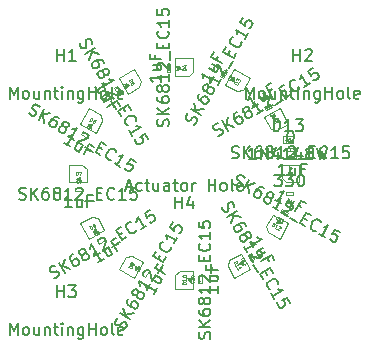
<source format=gbr>
%TF.GenerationSoftware,KiCad,Pcbnew,7.0.7-7.0.7~ubuntu23.04.1*%
%TF.CreationDate,2023-10-17T15:15:44+00:00*%
%TF.ProjectId,pedalboard-led-ring,70656461-6c62-46f6-9172-642d6c65642d,1.0.0*%
%TF.SameCoordinates,Original*%
%TF.FileFunction,AssemblyDrawing,Top*%
%FSLAX46Y46*%
G04 Gerber Fmt 4.6, Leading zero omitted, Abs format (unit mm)*
G04 Created by KiCad (PCBNEW 7.0.7-7.0.7~ubuntu23.04.1) date 2023-10-17 15:15:44*
%MOMM*%
%LPD*%
G01*
G04 APERTURE LIST*
%ADD10C,0.150000*%
%ADD11C,0.050000*%
%ADD12C,0.040000*%
%ADD13C,0.100000*%
G04 APERTURE END LIST*
D10*
X83174803Y-62813321D02*
X83204992Y-62960848D01*
X83204992Y-62960848D02*
X83324039Y-63167045D01*
X83324039Y-63167045D02*
X83412898Y-63225714D01*
X83412898Y-63225714D02*
X83477947Y-63243144D01*
X83477947Y-63243144D02*
X83584235Y-63236764D01*
X83584235Y-63236764D02*
X83666713Y-63189145D01*
X83666713Y-63189145D02*
X83725382Y-63100287D01*
X83725382Y-63100287D02*
X83742812Y-63035238D01*
X83742812Y-63035238D02*
X83736432Y-62928950D01*
X83736432Y-62928950D02*
X83682434Y-62740183D01*
X83682434Y-62740183D02*
X83676054Y-62633895D01*
X83676054Y-62633895D02*
X83693484Y-62568846D01*
X83693484Y-62568846D02*
X83752153Y-62479988D01*
X83752153Y-62479988D02*
X83834631Y-62432368D01*
X83834631Y-62432368D02*
X83940920Y-62425989D01*
X83940920Y-62425989D02*
X84005968Y-62443419D01*
X84005968Y-62443419D02*
X84094827Y-62502088D01*
X84094827Y-62502088D02*
X84213874Y-62708284D01*
X84213874Y-62708284D02*
X84244064Y-62855812D01*
X83633563Y-63703156D02*
X84499589Y-63203156D01*
X83919278Y-64198027D02*
X84199864Y-63541159D01*
X84785303Y-63698027D02*
X84004717Y-63488870D01*
X85213874Y-64440335D02*
X85118636Y-64275378D01*
X85118636Y-64275378D02*
X85029778Y-64216709D01*
X85029778Y-64216709D02*
X84964729Y-64199279D01*
X84964729Y-64199279D02*
X84793392Y-64188229D01*
X84793392Y-64188229D02*
X84604625Y-64242228D01*
X84604625Y-64242228D02*
X84274711Y-64432704D01*
X84274711Y-64432704D02*
X84216042Y-64521562D01*
X84216042Y-64521562D02*
X84198612Y-64586611D01*
X84198612Y-64586611D02*
X84204992Y-64692899D01*
X84204992Y-64692899D02*
X84300230Y-64857856D01*
X84300230Y-64857856D02*
X84389088Y-64916525D01*
X84389088Y-64916525D02*
X84454137Y-64933955D01*
X84454137Y-64933955D02*
X84560425Y-64927575D01*
X84560425Y-64927575D02*
X84766622Y-64808528D01*
X84766622Y-64808528D02*
X84825291Y-64719670D01*
X84825291Y-64719670D02*
X84842721Y-64654621D01*
X84842721Y-64654621D02*
X84836341Y-64548333D01*
X84836341Y-64548333D02*
X84741103Y-64383375D01*
X84741103Y-64383375D02*
X84652244Y-64324706D01*
X84652244Y-64324706D02*
X84587196Y-64307276D01*
X84587196Y-64307276D02*
X84480907Y-64313656D01*
X85176054Y-65231971D02*
X85169674Y-65125683D01*
X85169674Y-65125683D02*
X85187104Y-65060634D01*
X85187104Y-65060634D02*
X85245773Y-64971776D01*
X85245773Y-64971776D02*
X85287012Y-64947966D01*
X85287012Y-64947966D02*
X85393301Y-64941586D01*
X85393301Y-64941586D02*
X85458349Y-64959016D01*
X85458349Y-64959016D02*
X85547208Y-65017685D01*
X85547208Y-65017685D02*
X85642446Y-65182642D01*
X85642446Y-65182642D02*
X85648826Y-65288931D01*
X85648826Y-65288931D02*
X85631396Y-65353979D01*
X85631396Y-65353979D02*
X85572727Y-65442838D01*
X85572727Y-65442838D02*
X85531487Y-65466647D01*
X85531487Y-65466647D02*
X85425199Y-65473027D01*
X85425199Y-65473027D02*
X85360150Y-65455597D01*
X85360150Y-65455597D02*
X85271292Y-65396928D01*
X85271292Y-65396928D02*
X85176054Y-65231971D01*
X85176054Y-65231971D02*
X85087196Y-65173302D01*
X85087196Y-65173302D02*
X85022147Y-65155872D01*
X85022147Y-65155872D02*
X84915859Y-65162252D01*
X84915859Y-65162252D02*
X84750901Y-65257490D01*
X84750901Y-65257490D02*
X84692232Y-65346348D01*
X84692232Y-65346348D02*
X84674803Y-65411397D01*
X84674803Y-65411397D02*
X84681182Y-65517685D01*
X84681182Y-65517685D02*
X84776420Y-65682642D01*
X84776420Y-65682642D02*
X84865279Y-65741312D01*
X84865279Y-65741312D02*
X84930328Y-65758741D01*
X84930328Y-65758741D02*
X85036616Y-65752362D01*
X85036616Y-65752362D02*
X85201573Y-65657124D01*
X85201573Y-65657124D02*
X85260242Y-65568265D01*
X85260242Y-65568265D02*
X85277672Y-65503216D01*
X85277672Y-65503216D02*
X85271292Y-65396928D01*
X85347849Y-66672386D02*
X85062135Y-66177514D01*
X85204992Y-66424950D02*
X86071017Y-65924950D01*
X86071017Y-65924950D02*
X85899680Y-65913900D01*
X85899680Y-65913900D02*
X85769583Y-65879040D01*
X85769583Y-65879040D02*
X85680724Y-65820371D01*
X86321872Y-66549919D02*
X86386921Y-66567349D01*
X86386921Y-66567349D02*
X86475779Y-66626018D01*
X86475779Y-66626018D02*
X86594827Y-66832215D01*
X86594827Y-66832215D02*
X86601207Y-66938503D01*
X86601207Y-66938503D02*
X86583777Y-67003552D01*
X86583777Y-67003552D02*
X86525108Y-67092410D01*
X86525108Y-67092410D02*
X86442629Y-67140029D01*
X86442629Y-67140029D02*
X86295102Y-67170218D01*
X86295102Y-67170218D02*
X85514516Y-66961061D01*
X85514516Y-66961061D02*
X85824040Y-67497172D01*
X85836799Y-67709748D02*
X86217751Y-68369577D01*
X86872910Y-68266250D02*
X87039577Y-68554925D01*
X86657373Y-68940548D02*
X86419278Y-68528155D01*
X86419278Y-68528155D02*
X87285303Y-68028155D01*
X87285303Y-68028155D02*
X87523398Y-68440548D01*
X87239852Y-69758954D02*
X87174803Y-69741525D01*
X87174803Y-69741525D02*
X87062135Y-69641616D01*
X87062135Y-69641616D02*
X87014516Y-69559138D01*
X87014516Y-69559138D02*
X86984327Y-69411610D01*
X86984327Y-69411610D02*
X87019186Y-69281512D01*
X87019186Y-69281512D02*
X87077855Y-69192654D01*
X87077855Y-69192654D02*
X87219003Y-69056177D01*
X87219003Y-69056177D02*
X87342721Y-68984748D01*
X87342721Y-68984748D02*
X87531488Y-68930749D01*
X87531488Y-68930749D02*
X87637776Y-68924370D01*
X87637776Y-68924370D02*
X87767873Y-68959229D01*
X87767873Y-68959229D02*
X87880541Y-69059138D01*
X87880541Y-69059138D02*
X87928160Y-69141616D01*
X87928160Y-69141616D02*
X87958350Y-69289144D01*
X87958350Y-69289144D02*
X87940920Y-69354192D01*
X87633564Y-70631359D02*
X87347849Y-70136488D01*
X87490706Y-70383924D02*
X88356732Y-69883924D01*
X88356732Y-69883924D02*
X88185395Y-69872874D01*
X88185395Y-69872874D02*
X88055297Y-69838014D01*
X88055297Y-69838014D02*
X87966439Y-69779345D01*
X88951970Y-70914906D02*
X88713875Y-70502513D01*
X88713875Y-70502513D02*
X88277672Y-70699369D01*
X88277672Y-70699369D02*
X88342721Y-70716799D01*
X88342721Y-70716799D02*
X88431579Y-70775468D01*
X88431579Y-70775468D02*
X88550627Y-70981665D01*
X88550627Y-70981665D02*
X88557007Y-71087953D01*
X88557007Y-71087953D02*
X88539577Y-71153002D01*
X88539577Y-71153002D02*
X88480908Y-71241860D01*
X88480908Y-71241860D02*
X88274711Y-71360908D01*
X88274711Y-71360908D02*
X88168423Y-71367287D01*
X88168423Y-71367287D02*
X88103374Y-71349858D01*
X88103374Y-71349858D02*
X88014516Y-71291188D01*
X88014516Y-71291188D02*
X87895468Y-71084992D01*
X87895468Y-71084992D02*
X87889089Y-70978704D01*
X87889089Y-70978704D02*
X87906518Y-70913655D01*
D11*
X84187416Y-67525190D02*
X84447224Y-67375190D01*
X84447224Y-67375190D02*
X84482938Y-67437049D01*
X84482938Y-67437049D02*
X84491995Y-67481307D01*
X84491995Y-67481307D02*
X84481537Y-67520336D01*
X84481537Y-67520336D02*
X84463937Y-67546994D01*
X84463937Y-67546994D02*
X84421592Y-67587937D01*
X84421592Y-67587937D02*
X84384477Y-67609366D01*
X84384477Y-67609366D02*
X84327847Y-67625565D01*
X84327847Y-67625565D02*
X84295960Y-67627479D01*
X84295960Y-67627479D02*
X84256931Y-67617021D01*
X84256931Y-67617021D02*
X84223131Y-67587049D01*
X84223131Y-67587049D02*
X84187416Y-67525190D01*
X84415988Y-67921087D02*
X84330274Y-67772626D01*
X84373131Y-67846857D02*
X84632938Y-67696857D01*
X84632938Y-67696857D02*
X84581537Y-67693541D01*
X84581537Y-67693541D02*
X84542508Y-67683084D01*
X84542508Y-67683084D02*
X84515851Y-67665483D01*
X84558845Y-68168523D02*
X84473131Y-68020061D01*
X84515988Y-68094292D02*
X84775795Y-67944292D01*
X84775795Y-67944292D02*
X84724394Y-67940977D01*
X84724394Y-67940977D02*
X84685365Y-67930519D01*
X84685365Y-67930519D02*
X84658708Y-67912918D01*
D10*
X78054819Y-51655238D02*
X78054819Y-52226666D01*
X78054819Y-51940952D02*
X77054819Y-51940952D01*
X77054819Y-51940952D02*
X77197676Y-52036190D01*
X77197676Y-52036190D02*
X77292914Y-52131428D01*
X77292914Y-52131428D02*
X77340533Y-52226666D01*
X77388152Y-50798095D02*
X78054819Y-50798095D01*
X77388152Y-51226666D02*
X77911961Y-51226666D01*
X77911961Y-51226666D02*
X78007200Y-51179047D01*
X78007200Y-51179047D02*
X78054819Y-51083809D01*
X78054819Y-51083809D02*
X78054819Y-50940952D01*
X78054819Y-50940952D02*
X78007200Y-50845714D01*
X78007200Y-50845714D02*
X77959580Y-50798095D01*
X77531009Y-49988571D02*
X77531009Y-50321904D01*
X78054819Y-50321904D02*
X77054819Y-50321904D01*
X77054819Y-50321904D02*
X77054819Y-49845714D01*
D12*
X79419765Y-51101666D02*
X79431670Y-51113570D01*
X79431670Y-51113570D02*
X79443574Y-51149285D01*
X79443574Y-51149285D02*
X79443574Y-51173094D01*
X79443574Y-51173094D02*
X79431670Y-51208808D01*
X79431670Y-51208808D02*
X79407860Y-51232618D01*
X79407860Y-51232618D02*
X79384050Y-51244523D01*
X79384050Y-51244523D02*
X79336431Y-51256427D01*
X79336431Y-51256427D02*
X79300717Y-51256427D01*
X79300717Y-51256427D02*
X79253098Y-51244523D01*
X79253098Y-51244523D02*
X79229289Y-51232618D01*
X79229289Y-51232618D02*
X79205479Y-51208808D01*
X79205479Y-51208808D02*
X79193574Y-51173094D01*
X79193574Y-51173094D02*
X79193574Y-51149285D01*
X79193574Y-51149285D02*
X79205479Y-51113570D01*
X79205479Y-51113570D02*
X79217384Y-51101666D01*
X79276908Y-50887380D02*
X79443574Y-50887380D01*
X79181670Y-50946904D02*
X79360241Y-51006427D01*
X79360241Y-51006427D02*
X79360241Y-50851666D01*
D10*
X72760035Y-53169651D02*
X72474320Y-52674779D01*
X72617177Y-52922215D02*
X73483203Y-52422215D01*
X73483203Y-52422215D02*
X73311866Y-52411165D01*
X73311866Y-52411165D02*
X73181768Y-52376305D01*
X73181768Y-52376305D02*
X73092910Y-52317636D01*
X73765956Y-53578625D02*
X73188606Y-53911958D01*
X73551671Y-53207471D02*
X73098038Y-53469376D01*
X73098038Y-53469376D02*
X73039369Y-53558234D01*
X73039369Y-53558234D02*
X73045749Y-53664522D01*
X73045749Y-53664522D02*
X73117177Y-53788240D01*
X73117177Y-53788240D02*
X73206036Y-53846909D01*
X73206036Y-53846909D02*
X73271085Y-53864339D01*
X74047000Y-54351122D02*
X73880334Y-54062446D01*
X73426701Y-54324351D02*
X74292727Y-53824351D01*
X74292727Y-53824351D02*
X74530822Y-54236744D01*
D12*
X74851190Y-52601531D02*
X74834928Y-52597174D01*
X74834928Y-52597174D02*
X74806761Y-52572197D01*
X74806761Y-52572197D02*
X74794857Y-52551577D01*
X74794857Y-52551577D02*
X74787309Y-52514695D01*
X74787309Y-52514695D02*
X74796024Y-52482171D01*
X74796024Y-52482171D02*
X74810691Y-52459956D01*
X74810691Y-52459956D02*
X74845978Y-52425837D01*
X74845978Y-52425837D02*
X74876908Y-52407980D01*
X74876908Y-52407980D02*
X74924099Y-52394480D01*
X74924099Y-52394480D02*
X74950672Y-52392885D01*
X74950672Y-52392885D02*
X74983196Y-52401600D01*
X74983196Y-52401600D02*
X75011363Y-52426577D01*
X75011363Y-52426577D02*
X75023268Y-52447197D01*
X75023268Y-52447197D02*
X75030815Y-52484079D01*
X75030815Y-52484079D02*
X75026458Y-52500341D01*
X75160172Y-52684323D02*
X75100649Y-52581224D01*
X75100649Y-52581224D02*
X74991598Y-52630438D01*
X74991598Y-52630438D02*
X75007860Y-52634796D01*
X75007860Y-52634796D02*
X75030075Y-52649463D01*
X75030075Y-52649463D02*
X75059837Y-52701012D01*
X75059837Y-52701012D02*
X75061432Y-52727584D01*
X75061432Y-52727584D02*
X75057074Y-52743847D01*
X75057074Y-52743847D02*
X75042407Y-52766061D01*
X75042407Y-52766061D02*
X74990858Y-52795823D01*
X74990858Y-52795823D02*
X74964286Y-52797418D01*
X74964286Y-52797418D02*
X74948024Y-52793061D01*
X74948024Y-52793061D02*
X74925809Y-52778393D01*
X74925809Y-52778393D02*
X74896047Y-52726844D01*
X74896047Y-52726844D02*
X74894452Y-52700272D01*
X74894452Y-52700272D02*
X74898810Y-52684010D01*
D10*
X84023809Y-58657200D02*
X84166666Y-58704819D01*
X84166666Y-58704819D02*
X84404761Y-58704819D01*
X84404761Y-58704819D02*
X84499999Y-58657200D01*
X84499999Y-58657200D02*
X84547618Y-58609580D01*
X84547618Y-58609580D02*
X84595237Y-58514342D01*
X84595237Y-58514342D02*
X84595237Y-58419104D01*
X84595237Y-58419104D02*
X84547618Y-58323866D01*
X84547618Y-58323866D02*
X84499999Y-58276247D01*
X84499999Y-58276247D02*
X84404761Y-58228628D01*
X84404761Y-58228628D02*
X84214285Y-58181009D01*
X84214285Y-58181009D02*
X84119047Y-58133390D01*
X84119047Y-58133390D02*
X84071428Y-58085771D01*
X84071428Y-58085771D02*
X84023809Y-57990533D01*
X84023809Y-57990533D02*
X84023809Y-57895295D01*
X84023809Y-57895295D02*
X84071428Y-57800057D01*
X84071428Y-57800057D02*
X84119047Y-57752438D01*
X84119047Y-57752438D02*
X84214285Y-57704819D01*
X84214285Y-57704819D02*
X84452380Y-57704819D01*
X84452380Y-57704819D02*
X84595237Y-57752438D01*
X85023809Y-58704819D02*
X85023809Y-57704819D01*
X85595237Y-58704819D02*
X85166666Y-58133390D01*
X85595237Y-57704819D02*
X85023809Y-58276247D01*
X86452380Y-57704819D02*
X86261904Y-57704819D01*
X86261904Y-57704819D02*
X86166666Y-57752438D01*
X86166666Y-57752438D02*
X86119047Y-57800057D01*
X86119047Y-57800057D02*
X86023809Y-57942914D01*
X86023809Y-57942914D02*
X85976190Y-58133390D01*
X85976190Y-58133390D02*
X85976190Y-58514342D01*
X85976190Y-58514342D02*
X86023809Y-58609580D01*
X86023809Y-58609580D02*
X86071428Y-58657200D01*
X86071428Y-58657200D02*
X86166666Y-58704819D01*
X86166666Y-58704819D02*
X86357142Y-58704819D01*
X86357142Y-58704819D02*
X86452380Y-58657200D01*
X86452380Y-58657200D02*
X86499999Y-58609580D01*
X86499999Y-58609580D02*
X86547618Y-58514342D01*
X86547618Y-58514342D02*
X86547618Y-58276247D01*
X86547618Y-58276247D02*
X86499999Y-58181009D01*
X86499999Y-58181009D02*
X86452380Y-58133390D01*
X86452380Y-58133390D02*
X86357142Y-58085771D01*
X86357142Y-58085771D02*
X86166666Y-58085771D01*
X86166666Y-58085771D02*
X86071428Y-58133390D01*
X86071428Y-58133390D02*
X86023809Y-58181009D01*
X86023809Y-58181009D02*
X85976190Y-58276247D01*
X87119047Y-58133390D02*
X87023809Y-58085771D01*
X87023809Y-58085771D02*
X86976190Y-58038152D01*
X86976190Y-58038152D02*
X86928571Y-57942914D01*
X86928571Y-57942914D02*
X86928571Y-57895295D01*
X86928571Y-57895295D02*
X86976190Y-57800057D01*
X86976190Y-57800057D02*
X87023809Y-57752438D01*
X87023809Y-57752438D02*
X87119047Y-57704819D01*
X87119047Y-57704819D02*
X87309523Y-57704819D01*
X87309523Y-57704819D02*
X87404761Y-57752438D01*
X87404761Y-57752438D02*
X87452380Y-57800057D01*
X87452380Y-57800057D02*
X87499999Y-57895295D01*
X87499999Y-57895295D02*
X87499999Y-57942914D01*
X87499999Y-57942914D02*
X87452380Y-58038152D01*
X87452380Y-58038152D02*
X87404761Y-58085771D01*
X87404761Y-58085771D02*
X87309523Y-58133390D01*
X87309523Y-58133390D02*
X87119047Y-58133390D01*
X87119047Y-58133390D02*
X87023809Y-58181009D01*
X87023809Y-58181009D02*
X86976190Y-58228628D01*
X86976190Y-58228628D02*
X86928571Y-58323866D01*
X86928571Y-58323866D02*
X86928571Y-58514342D01*
X86928571Y-58514342D02*
X86976190Y-58609580D01*
X86976190Y-58609580D02*
X87023809Y-58657200D01*
X87023809Y-58657200D02*
X87119047Y-58704819D01*
X87119047Y-58704819D02*
X87309523Y-58704819D01*
X87309523Y-58704819D02*
X87404761Y-58657200D01*
X87404761Y-58657200D02*
X87452380Y-58609580D01*
X87452380Y-58609580D02*
X87499999Y-58514342D01*
X87499999Y-58514342D02*
X87499999Y-58323866D01*
X87499999Y-58323866D02*
X87452380Y-58228628D01*
X87452380Y-58228628D02*
X87404761Y-58181009D01*
X87404761Y-58181009D02*
X87309523Y-58133390D01*
X88452380Y-58704819D02*
X87880952Y-58704819D01*
X88166666Y-58704819D02*
X88166666Y-57704819D01*
X88166666Y-57704819D02*
X88071428Y-57847676D01*
X88071428Y-57847676D02*
X87976190Y-57942914D01*
X87976190Y-57942914D02*
X87880952Y-57990533D01*
X88833333Y-57800057D02*
X88880952Y-57752438D01*
X88880952Y-57752438D02*
X88976190Y-57704819D01*
X88976190Y-57704819D02*
X89214285Y-57704819D01*
X89214285Y-57704819D02*
X89309523Y-57752438D01*
X89309523Y-57752438D02*
X89357142Y-57800057D01*
X89357142Y-57800057D02*
X89404761Y-57895295D01*
X89404761Y-57895295D02*
X89404761Y-57990533D01*
X89404761Y-57990533D02*
X89357142Y-58133390D01*
X89357142Y-58133390D02*
X88785714Y-58704819D01*
X88785714Y-58704819D02*
X89404761Y-58704819D01*
X89595238Y-58800057D02*
X90357142Y-58800057D01*
X90595238Y-58181009D02*
X90928571Y-58181009D01*
X91071428Y-58704819D02*
X90595238Y-58704819D01*
X90595238Y-58704819D02*
X90595238Y-57704819D01*
X90595238Y-57704819D02*
X91071428Y-57704819D01*
X92071428Y-58609580D02*
X92023809Y-58657200D01*
X92023809Y-58657200D02*
X91880952Y-58704819D01*
X91880952Y-58704819D02*
X91785714Y-58704819D01*
X91785714Y-58704819D02*
X91642857Y-58657200D01*
X91642857Y-58657200D02*
X91547619Y-58561961D01*
X91547619Y-58561961D02*
X91500000Y-58466723D01*
X91500000Y-58466723D02*
X91452381Y-58276247D01*
X91452381Y-58276247D02*
X91452381Y-58133390D01*
X91452381Y-58133390D02*
X91500000Y-57942914D01*
X91500000Y-57942914D02*
X91547619Y-57847676D01*
X91547619Y-57847676D02*
X91642857Y-57752438D01*
X91642857Y-57752438D02*
X91785714Y-57704819D01*
X91785714Y-57704819D02*
X91880952Y-57704819D01*
X91880952Y-57704819D02*
X92023809Y-57752438D01*
X92023809Y-57752438D02*
X92071428Y-57800057D01*
X93023809Y-58704819D02*
X92452381Y-58704819D01*
X92738095Y-58704819D02*
X92738095Y-57704819D01*
X92738095Y-57704819D02*
X92642857Y-57847676D01*
X92642857Y-57847676D02*
X92547619Y-57942914D01*
X92547619Y-57942914D02*
X92452381Y-57990533D01*
X93928571Y-57704819D02*
X93452381Y-57704819D01*
X93452381Y-57704819D02*
X93404762Y-58181009D01*
X93404762Y-58181009D02*
X93452381Y-58133390D01*
X93452381Y-58133390D02*
X93547619Y-58085771D01*
X93547619Y-58085771D02*
X93785714Y-58085771D01*
X93785714Y-58085771D02*
X93880952Y-58133390D01*
X93880952Y-58133390D02*
X93928571Y-58181009D01*
X93928571Y-58181009D02*
X93976190Y-58276247D01*
X93976190Y-58276247D02*
X93976190Y-58514342D01*
X93976190Y-58514342D02*
X93928571Y-58609580D01*
X93928571Y-58609580D02*
X93880952Y-58657200D01*
X93880952Y-58657200D02*
X93785714Y-58704819D01*
X93785714Y-58704819D02*
X93547619Y-58704819D01*
X93547619Y-58704819D02*
X93452381Y-58657200D01*
X93452381Y-58657200D02*
X93404762Y-58609580D01*
D11*
X88753571Y-60136185D02*
X88753571Y-59836185D01*
X88753571Y-59836185D02*
X88825000Y-59836185D01*
X88825000Y-59836185D02*
X88867857Y-59850471D01*
X88867857Y-59850471D02*
X88896428Y-59879042D01*
X88896428Y-59879042D02*
X88910714Y-59907614D01*
X88910714Y-59907614D02*
X88925000Y-59964757D01*
X88925000Y-59964757D02*
X88925000Y-60007614D01*
X88925000Y-60007614D02*
X88910714Y-60064757D01*
X88910714Y-60064757D02*
X88896428Y-60093328D01*
X88896428Y-60093328D02*
X88867857Y-60121900D01*
X88867857Y-60121900D02*
X88825000Y-60136185D01*
X88825000Y-60136185D02*
X88753571Y-60136185D01*
X89210714Y-60136185D02*
X89039285Y-60136185D01*
X89125000Y-60136185D02*
X89125000Y-59836185D01*
X89125000Y-59836185D02*
X89096428Y-59879042D01*
X89096428Y-59879042D02*
X89067857Y-59907614D01*
X89067857Y-59907614D02*
X89039285Y-59921900D01*
D10*
X78657200Y-55976190D02*
X78704819Y-55833333D01*
X78704819Y-55833333D02*
X78704819Y-55595238D01*
X78704819Y-55595238D02*
X78657200Y-55500000D01*
X78657200Y-55500000D02*
X78609580Y-55452381D01*
X78609580Y-55452381D02*
X78514342Y-55404762D01*
X78514342Y-55404762D02*
X78419104Y-55404762D01*
X78419104Y-55404762D02*
X78323866Y-55452381D01*
X78323866Y-55452381D02*
X78276247Y-55500000D01*
X78276247Y-55500000D02*
X78228628Y-55595238D01*
X78228628Y-55595238D02*
X78181009Y-55785714D01*
X78181009Y-55785714D02*
X78133390Y-55880952D01*
X78133390Y-55880952D02*
X78085771Y-55928571D01*
X78085771Y-55928571D02*
X77990533Y-55976190D01*
X77990533Y-55976190D02*
X77895295Y-55976190D01*
X77895295Y-55976190D02*
X77800057Y-55928571D01*
X77800057Y-55928571D02*
X77752438Y-55880952D01*
X77752438Y-55880952D02*
X77704819Y-55785714D01*
X77704819Y-55785714D02*
X77704819Y-55547619D01*
X77704819Y-55547619D02*
X77752438Y-55404762D01*
X78704819Y-54976190D02*
X77704819Y-54976190D01*
X78704819Y-54404762D02*
X78133390Y-54833333D01*
X77704819Y-54404762D02*
X78276247Y-54976190D01*
X77704819Y-53547619D02*
X77704819Y-53738095D01*
X77704819Y-53738095D02*
X77752438Y-53833333D01*
X77752438Y-53833333D02*
X77800057Y-53880952D01*
X77800057Y-53880952D02*
X77942914Y-53976190D01*
X77942914Y-53976190D02*
X78133390Y-54023809D01*
X78133390Y-54023809D02*
X78514342Y-54023809D01*
X78514342Y-54023809D02*
X78609580Y-53976190D01*
X78609580Y-53976190D02*
X78657200Y-53928571D01*
X78657200Y-53928571D02*
X78704819Y-53833333D01*
X78704819Y-53833333D02*
X78704819Y-53642857D01*
X78704819Y-53642857D02*
X78657200Y-53547619D01*
X78657200Y-53547619D02*
X78609580Y-53500000D01*
X78609580Y-53500000D02*
X78514342Y-53452381D01*
X78514342Y-53452381D02*
X78276247Y-53452381D01*
X78276247Y-53452381D02*
X78181009Y-53500000D01*
X78181009Y-53500000D02*
X78133390Y-53547619D01*
X78133390Y-53547619D02*
X78085771Y-53642857D01*
X78085771Y-53642857D02*
X78085771Y-53833333D01*
X78085771Y-53833333D02*
X78133390Y-53928571D01*
X78133390Y-53928571D02*
X78181009Y-53976190D01*
X78181009Y-53976190D02*
X78276247Y-54023809D01*
X78133390Y-52880952D02*
X78085771Y-52976190D01*
X78085771Y-52976190D02*
X78038152Y-53023809D01*
X78038152Y-53023809D02*
X77942914Y-53071428D01*
X77942914Y-53071428D02*
X77895295Y-53071428D01*
X77895295Y-53071428D02*
X77800057Y-53023809D01*
X77800057Y-53023809D02*
X77752438Y-52976190D01*
X77752438Y-52976190D02*
X77704819Y-52880952D01*
X77704819Y-52880952D02*
X77704819Y-52690476D01*
X77704819Y-52690476D02*
X77752438Y-52595238D01*
X77752438Y-52595238D02*
X77800057Y-52547619D01*
X77800057Y-52547619D02*
X77895295Y-52500000D01*
X77895295Y-52500000D02*
X77942914Y-52500000D01*
X77942914Y-52500000D02*
X78038152Y-52547619D01*
X78038152Y-52547619D02*
X78085771Y-52595238D01*
X78085771Y-52595238D02*
X78133390Y-52690476D01*
X78133390Y-52690476D02*
X78133390Y-52880952D01*
X78133390Y-52880952D02*
X78181009Y-52976190D01*
X78181009Y-52976190D02*
X78228628Y-53023809D01*
X78228628Y-53023809D02*
X78323866Y-53071428D01*
X78323866Y-53071428D02*
X78514342Y-53071428D01*
X78514342Y-53071428D02*
X78609580Y-53023809D01*
X78609580Y-53023809D02*
X78657200Y-52976190D01*
X78657200Y-52976190D02*
X78704819Y-52880952D01*
X78704819Y-52880952D02*
X78704819Y-52690476D01*
X78704819Y-52690476D02*
X78657200Y-52595238D01*
X78657200Y-52595238D02*
X78609580Y-52547619D01*
X78609580Y-52547619D02*
X78514342Y-52500000D01*
X78514342Y-52500000D02*
X78323866Y-52500000D01*
X78323866Y-52500000D02*
X78228628Y-52547619D01*
X78228628Y-52547619D02*
X78181009Y-52595238D01*
X78181009Y-52595238D02*
X78133390Y-52690476D01*
X78704819Y-51547619D02*
X78704819Y-52119047D01*
X78704819Y-51833333D02*
X77704819Y-51833333D01*
X77704819Y-51833333D02*
X77847676Y-51928571D01*
X77847676Y-51928571D02*
X77942914Y-52023809D01*
X77942914Y-52023809D02*
X77990533Y-52119047D01*
X77800057Y-51166666D02*
X77752438Y-51119047D01*
X77752438Y-51119047D02*
X77704819Y-51023809D01*
X77704819Y-51023809D02*
X77704819Y-50785714D01*
X77704819Y-50785714D02*
X77752438Y-50690476D01*
X77752438Y-50690476D02*
X77800057Y-50642857D01*
X77800057Y-50642857D02*
X77895295Y-50595238D01*
X77895295Y-50595238D02*
X77990533Y-50595238D01*
X77990533Y-50595238D02*
X78133390Y-50642857D01*
X78133390Y-50642857D02*
X78704819Y-51214285D01*
X78704819Y-51214285D02*
X78704819Y-50595238D01*
X78800057Y-50404762D02*
X78800057Y-49642857D01*
X78181009Y-49404761D02*
X78181009Y-49071428D01*
X78704819Y-48928571D02*
X78704819Y-49404761D01*
X78704819Y-49404761D02*
X77704819Y-49404761D01*
X77704819Y-49404761D02*
X77704819Y-48928571D01*
X78609580Y-47928571D02*
X78657200Y-47976190D01*
X78657200Y-47976190D02*
X78704819Y-48119047D01*
X78704819Y-48119047D02*
X78704819Y-48214285D01*
X78704819Y-48214285D02*
X78657200Y-48357142D01*
X78657200Y-48357142D02*
X78561961Y-48452380D01*
X78561961Y-48452380D02*
X78466723Y-48499999D01*
X78466723Y-48499999D02*
X78276247Y-48547618D01*
X78276247Y-48547618D02*
X78133390Y-48547618D01*
X78133390Y-48547618D02*
X77942914Y-48499999D01*
X77942914Y-48499999D02*
X77847676Y-48452380D01*
X77847676Y-48452380D02*
X77752438Y-48357142D01*
X77752438Y-48357142D02*
X77704819Y-48214285D01*
X77704819Y-48214285D02*
X77704819Y-48119047D01*
X77704819Y-48119047D02*
X77752438Y-47976190D01*
X77752438Y-47976190D02*
X77800057Y-47928571D01*
X78704819Y-46976190D02*
X78704819Y-47547618D01*
X78704819Y-47261904D02*
X77704819Y-47261904D01*
X77704819Y-47261904D02*
X77847676Y-47357142D01*
X77847676Y-47357142D02*
X77942914Y-47452380D01*
X77942914Y-47452380D02*
X77990533Y-47547618D01*
X77704819Y-46071428D02*
X77704819Y-46547618D01*
X77704819Y-46547618D02*
X78181009Y-46595237D01*
X78181009Y-46595237D02*
X78133390Y-46547618D01*
X78133390Y-46547618D02*
X78085771Y-46452380D01*
X78085771Y-46452380D02*
X78085771Y-46214285D01*
X78085771Y-46214285D02*
X78133390Y-46119047D01*
X78133390Y-46119047D02*
X78181009Y-46071428D01*
X78181009Y-46071428D02*
X78276247Y-46023809D01*
X78276247Y-46023809D02*
X78514342Y-46023809D01*
X78514342Y-46023809D02*
X78609580Y-46071428D01*
X78609580Y-46071428D02*
X78657200Y-46119047D01*
X78657200Y-46119047D02*
X78704819Y-46214285D01*
X78704819Y-46214285D02*
X78704819Y-46452380D01*
X78704819Y-46452380D02*
X78657200Y-46547618D01*
X78657200Y-46547618D02*
X78609580Y-46595237D01*
D11*
X80136185Y-51246428D02*
X79836185Y-51246428D01*
X79836185Y-51246428D02*
X79836185Y-51174999D01*
X79836185Y-51174999D02*
X79850471Y-51132142D01*
X79850471Y-51132142D02*
X79879042Y-51103571D01*
X79879042Y-51103571D02*
X79907614Y-51089285D01*
X79907614Y-51089285D02*
X79964757Y-51074999D01*
X79964757Y-51074999D02*
X80007614Y-51074999D01*
X80007614Y-51074999D02*
X80064757Y-51089285D01*
X80064757Y-51089285D02*
X80093328Y-51103571D01*
X80093328Y-51103571D02*
X80121900Y-51132142D01*
X80121900Y-51132142D02*
X80136185Y-51174999D01*
X80136185Y-51174999D02*
X80136185Y-51246428D01*
X79936185Y-50817857D02*
X80136185Y-50817857D01*
X79821900Y-50889285D02*
X80036185Y-50960714D01*
X80036185Y-50960714D02*
X80036185Y-50774999D01*
D10*
X84156121Y-60849006D02*
X84256029Y-60961674D01*
X84256029Y-60961674D02*
X84462226Y-61080721D01*
X84462226Y-61080721D02*
X84568514Y-61087101D01*
X84568514Y-61087101D02*
X84633563Y-61069671D01*
X84633563Y-61069671D02*
X84722421Y-61011002D01*
X84722421Y-61011002D02*
X84770040Y-60928523D01*
X84770040Y-60928523D02*
X84776420Y-60822235D01*
X84776420Y-60822235D02*
X84758990Y-60757186D01*
X84758990Y-60757186D02*
X84700321Y-60668328D01*
X84700321Y-60668328D02*
X84559173Y-60531851D01*
X84559173Y-60531851D02*
X84500504Y-60442992D01*
X84500504Y-60442992D02*
X84483074Y-60377944D01*
X84483074Y-60377944D02*
X84489454Y-60271655D01*
X84489454Y-60271655D02*
X84537073Y-60189177D01*
X84537073Y-60189177D02*
X84625932Y-60130508D01*
X84625932Y-60130508D02*
X84690980Y-60113078D01*
X84690980Y-60113078D02*
X84797269Y-60119458D01*
X84797269Y-60119458D02*
X85003465Y-60238505D01*
X85003465Y-60238505D02*
X85103373Y-60351173D01*
X84998337Y-61390245D02*
X85498337Y-60524220D01*
X85493208Y-61675959D02*
X85407769Y-60966802D01*
X85993208Y-60809934D02*
X85212622Y-61019091D01*
X86735516Y-61238505D02*
X86570559Y-61143267D01*
X86570559Y-61143267D02*
X86464271Y-61136887D01*
X86464271Y-61136887D02*
X86399222Y-61154317D01*
X86399222Y-61154317D02*
X86245315Y-61230416D01*
X86245315Y-61230416D02*
X86108837Y-61371564D01*
X86108837Y-61371564D02*
X85918361Y-61701478D01*
X85918361Y-61701478D02*
X85911981Y-61807766D01*
X85911981Y-61807766D02*
X85929411Y-61872815D01*
X85929411Y-61872815D02*
X85988080Y-61961674D01*
X85988080Y-61961674D02*
X86153037Y-62056912D01*
X86153037Y-62056912D02*
X86259325Y-62063291D01*
X86259325Y-62063291D02*
X86324374Y-62045862D01*
X86324374Y-62045862D02*
X86413233Y-61987193D01*
X86413233Y-61987193D02*
X86532280Y-61780996D01*
X86532280Y-61780996D02*
X86538660Y-61674708D01*
X86538660Y-61674708D02*
X86521230Y-61609659D01*
X86521230Y-61609659D02*
X86462561Y-61520801D01*
X86462561Y-61520801D02*
X86297604Y-61425563D01*
X86297604Y-61425563D02*
X86191316Y-61419183D01*
X86191316Y-61419183D02*
X86126267Y-61436613D01*
X86126267Y-61436613D02*
X86037409Y-61495282D01*
X87098581Y-61942992D02*
X87039911Y-61854134D01*
X87039911Y-61854134D02*
X87022482Y-61789085D01*
X87022482Y-61789085D02*
X87028861Y-61682797D01*
X87028861Y-61682797D02*
X87052671Y-61641558D01*
X87052671Y-61641558D02*
X87141529Y-61582889D01*
X87141529Y-61582889D02*
X87206578Y-61565459D01*
X87206578Y-61565459D02*
X87312866Y-61571839D01*
X87312866Y-61571839D02*
X87477823Y-61667077D01*
X87477823Y-61667077D02*
X87536493Y-61755935D01*
X87536493Y-61755935D02*
X87553922Y-61820984D01*
X87553922Y-61820984D02*
X87547543Y-61927272D01*
X87547543Y-61927272D02*
X87523733Y-61968511D01*
X87523733Y-61968511D02*
X87434875Y-62027180D01*
X87434875Y-62027180D02*
X87369826Y-62044610D01*
X87369826Y-62044610D02*
X87263538Y-62038230D01*
X87263538Y-62038230D02*
X87098581Y-61942992D01*
X87098581Y-61942992D02*
X86992292Y-61936613D01*
X86992292Y-61936613D02*
X86927244Y-61954042D01*
X86927244Y-61954042D02*
X86838385Y-62012712D01*
X86838385Y-62012712D02*
X86743147Y-62177669D01*
X86743147Y-62177669D02*
X86736767Y-62283957D01*
X86736767Y-62283957D02*
X86754197Y-62349006D01*
X86754197Y-62349006D02*
X86812866Y-62437864D01*
X86812866Y-62437864D02*
X86977823Y-62533102D01*
X86977823Y-62533102D02*
X87084112Y-62539482D01*
X87084112Y-62539482D02*
X87149160Y-62522052D01*
X87149160Y-62522052D02*
X87238019Y-62463383D01*
X87238019Y-62463383D02*
X87333257Y-62298426D01*
X87333257Y-62298426D02*
X87339637Y-62192138D01*
X87339637Y-62192138D02*
X87322207Y-62127089D01*
X87322207Y-62127089D02*
X87263538Y-62038230D01*
X87967567Y-63104531D02*
X87472695Y-62818816D01*
X87720131Y-62961674D02*
X88220131Y-62095648D01*
X88220131Y-62095648D02*
X88066224Y-62171747D01*
X88066224Y-62171747D02*
X87936126Y-62206607D01*
X87936126Y-62206607D02*
X87829838Y-62200227D01*
X88749862Y-62511460D02*
X88814911Y-62494030D01*
X88814911Y-62494030D02*
X88921199Y-62500410D01*
X88921199Y-62500410D02*
X89127396Y-62619458D01*
X89127396Y-62619458D02*
X89186065Y-62708316D01*
X89186065Y-62708316D02*
X89203495Y-62773365D01*
X89203495Y-62773365D02*
X89197115Y-62879653D01*
X89197115Y-62879653D02*
X89149496Y-62962132D01*
X89149496Y-62962132D02*
X89036828Y-63062040D01*
X89036828Y-63062040D02*
X88256242Y-63271197D01*
X88256242Y-63271197D02*
X88792353Y-63580721D01*
X88909691Y-63758438D02*
X89569520Y-64139390D01*
X90085241Y-63722327D02*
X90373916Y-63888994D01*
X90235729Y-64414055D02*
X89823336Y-64175959D01*
X89823336Y-64175959D02*
X90323336Y-63309934D01*
X90323336Y-63309934D02*
X90735729Y-63548029D01*
X91149373Y-64831576D02*
X91084325Y-64849006D01*
X91084325Y-64849006D02*
X90936797Y-64818817D01*
X90936797Y-64818817D02*
X90854319Y-64771198D01*
X90854319Y-64771198D02*
X90754410Y-64658530D01*
X90754410Y-64658530D02*
X90719551Y-64528432D01*
X90719551Y-64528432D02*
X90725930Y-64422144D01*
X90725930Y-64422144D02*
X90779929Y-64233377D01*
X90779929Y-64233377D02*
X90851358Y-64109659D01*
X90851358Y-64109659D02*
X90987835Y-63968512D01*
X90987835Y-63968512D02*
X91076693Y-63909843D01*
X91076693Y-63909843D02*
X91206791Y-63874983D01*
X91206791Y-63874983D02*
X91354319Y-63905172D01*
X91354319Y-63905172D02*
X91436797Y-63952791D01*
X91436797Y-63952791D02*
X91536706Y-64065459D01*
X91536706Y-64065459D02*
X91554135Y-64130508D01*
X91926540Y-65390245D02*
X91431669Y-65104531D01*
X91679105Y-65247388D02*
X92179105Y-64381363D01*
X92179105Y-64381363D02*
X92025197Y-64457462D01*
X92025197Y-64457462D02*
X91895100Y-64492321D01*
X91895100Y-64492321D02*
X91788812Y-64485941D01*
X93210087Y-64976601D02*
X92797694Y-64738506D01*
X92797694Y-64738506D02*
X92518360Y-65127089D01*
X92518360Y-65127089D02*
X92583409Y-65109659D01*
X92583409Y-65109659D02*
X92689697Y-65116039D01*
X92689697Y-65116039D02*
X92895893Y-65235087D01*
X92895893Y-65235087D02*
X92954562Y-65323945D01*
X92954562Y-65323945D02*
X92971992Y-65388994D01*
X92971992Y-65388994D02*
X92965612Y-65495282D01*
X92965612Y-65495282D02*
X92846565Y-65701479D01*
X92846565Y-65701479D02*
X92757706Y-65760148D01*
X92757706Y-65760148D02*
X92692658Y-65777577D01*
X92692658Y-65777577D02*
X92586369Y-65771198D01*
X92586369Y-65771198D02*
X92380173Y-65652150D01*
X92380173Y-65652150D02*
X92321504Y-65563292D01*
X92321504Y-65563292D02*
X92304074Y-65498243D01*
D11*
X87389004Y-64423297D02*
X87539004Y-64163489D01*
X87539004Y-64163489D02*
X87600863Y-64199204D01*
X87600863Y-64199204D02*
X87630836Y-64233004D01*
X87630836Y-64233004D02*
X87641294Y-64272033D01*
X87641294Y-64272033D02*
X87639380Y-64303920D01*
X87639380Y-64303920D02*
X87623180Y-64360550D01*
X87623180Y-64360550D02*
X87601751Y-64397665D01*
X87601751Y-64397665D02*
X87560808Y-64440010D01*
X87560808Y-64440010D02*
X87534151Y-64457610D01*
X87534151Y-64457610D02*
X87495121Y-64468068D01*
X87495121Y-64468068D02*
X87450863Y-64459011D01*
X87450863Y-64459011D02*
X87389004Y-64423297D01*
X87784902Y-64651869D02*
X87636440Y-64566154D01*
X87710671Y-64609011D02*
X87860671Y-64349204D01*
X87860671Y-64349204D02*
X87814499Y-64372033D01*
X87814499Y-64372033D02*
X87775469Y-64382491D01*
X87775469Y-64382491D02*
X87743583Y-64380577D01*
X88019590Y-64473947D02*
X88039105Y-64468718D01*
X88039105Y-64468718D02*
X88070991Y-64470632D01*
X88070991Y-64470632D02*
X88132850Y-64506346D01*
X88132850Y-64506346D02*
X88150451Y-64533004D01*
X88150451Y-64533004D02*
X88155680Y-64552519D01*
X88155680Y-64552519D02*
X88153766Y-64584405D01*
X88153766Y-64584405D02*
X88139480Y-64609149D01*
X88139480Y-64609149D02*
X88105680Y-64639121D01*
X88105680Y-64639121D02*
X87871504Y-64701868D01*
X87871504Y-64701868D02*
X88032337Y-64794726D01*
D10*
X68974863Y-68856284D02*
X69122390Y-68826095D01*
X69122390Y-68826095D02*
X69328587Y-68707048D01*
X69328587Y-68707048D02*
X69387256Y-68618189D01*
X69387256Y-68618189D02*
X69404686Y-68553140D01*
X69404686Y-68553140D02*
X69398306Y-68446852D01*
X69398306Y-68446852D02*
X69350687Y-68364374D01*
X69350687Y-68364374D02*
X69261829Y-68305705D01*
X69261829Y-68305705D02*
X69196780Y-68288275D01*
X69196780Y-68288275D02*
X69090492Y-68294655D01*
X69090492Y-68294655D02*
X68901725Y-68348653D01*
X68901725Y-68348653D02*
X68795437Y-68355033D01*
X68795437Y-68355033D02*
X68730388Y-68337603D01*
X68730388Y-68337603D02*
X68641530Y-68278934D01*
X68641530Y-68278934D02*
X68593910Y-68196456D01*
X68593910Y-68196456D02*
X68587531Y-68090167D01*
X68587531Y-68090167D02*
X68604961Y-68025119D01*
X68604961Y-68025119D02*
X68663630Y-67936260D01*
X68663630Y-67936260D02*
X68869826Y-67817213D01*
X68869826Y-67817213D02*
X69017354Y-67787023D01*
X69864698Y-68397524D02*
X69364698Y-67531498D01*
X70359569Y-68111809D02*
X69702701Y-67831223D01*
X69859569Y-67245784D02*
X69650412Y-68026370D01*
X70601877Y-66817213D02*
X70436920Y-66912451D01*
X70436920Y-66912451D02*
X70378251Y-67001309D01*
X70378251Y-67001309D02*
X70360821Y-67066358D01*
X70360821Y-67066358D02*
X70349771Y-67237695D01*
X70349771Y-67237695D02*
X70403770Y-67426462D01*
X70403770Y-67426462D02*
X70594246Y-67756376D01*
X70594246Y-67756376D02*
X70683104Y-67815045D01*
X70683104Y-67815045D02*
X70748153Y-67832475D01*
X70748153Y-67832475D02*
X70854441Y-67826095D01*
X70854441Y-67826095D02*
X71019398Y-67730857D01*
X71019398Y-67730857D02*
X71078067Y-67641999D01*
X71078067Y-67641999D02*
X71095497Y-67576950D01*
X71095497Y-67576950D02*
X71089117Y-67470662D01*
X71089117Y-67470662D02*
X70970070Y-67264465D01*
X70970070Y-67264465D02*
X70881212Y-67205796D01*
X70881212Y-67205796D02*
X70816163Y-67188366D01*
X70816163Y-67188366D02*
X70709875Y-67194746D01*
X70709875Y-67194746D02*
X70544917Y-67289984D01*
X70544917Y-67289984D02*
X70486248Y-67378843D01*
X70486248Y-67378843D02*
X70468818Y-67443891D01*
X70468818Y-67443891D02*
X70475198Y-67550180D01*
X71393513Y-66855033D02*
X71287225Y-66861413D01*
X71287225Y-66861413D02*
X71222176Y-66843983D01*
X71222176Y-66843983D02*
X71133318Y-66785314D01*
X71133318Y-66785314D02*
X71109508Y-66744075D01*
X71109508Y-66744075D02*
X71103128Y-66637786D01*
X71103128Y-66637786D02*
X71120558Y-66572738D01*
X71120558Y-66572738D02*
X71179227Y-66483879D01*
X71179227Y-66483879D02*
X71344184Y-66388641D01*
X71344184Y-66388641D02*
X71450473Y-66382261D01*
X71450473Y-66382261D02*
X71515521Y-66399691D01*
X71515521Y-66399691D02*
X71604380Y-66458360D01*
X71604380Y-66458360D02*
X71628189Y-66499600D01*
X71628189Y-66499600D02*
X71634569Y-66605888D01*
X71634569Y-66605888D02*
X71617139Y-66670937D01*
X71617139Y-66670937D02*
X71558470Y-66759795D01*
X71558470Y-66759795D02*
X71393513Y-66855033D01*
X71393513Y-66855033D02*
X71334844Y-66943891D01*
X71334844Y-66943891D02*
X71317414Y-67008940D01*
X71317414Y-67008940D02*
X71323794Y-67115228D01*
X71323794Y-67115228D02*
X71419032Y-67280186D01*
X71419032Y-67280186D02*
X71507890Y-67338855D01*
X71507890Y-67338855D02*
X71572939Y-67356284D01*
X71572939Y-67356284D02*
X71679227Y-67349905D01*
X71679227Y-67349905D02*
X71844184Y-67254667D01*
X71844184Y-67254667D02*
X71902854Y-67165808D01*
X71902854Y-67165808D02*
X71920283Y-67100759D01*
X71920283Y-67100759D02*
X71913904Y-66994471D01*
X71913904Y-66994471D02*
X71818666Y-66829514D01*
X71818666Y-66829514D02*
X71729807Y-66770845D01*
X71729807Y-66770845D02*
X71664758Y-66753415D01*
X71664758Y-66753415D02*
X71558470Y-66759795D01*
X72833928Y-66683238D02*
X72339056Y-66968952D01*
X72586492Y-66826095D02*
X72086492Y-65960070D01*
X72086492Y-65960070D02*
X72075442Y-66131407D01*
X72075442Y-66131407D02*
X72040582Y-66261504D01*
X72040582Y-66261504D02*
X71981913Y-66350363D01*
X72711461Y-65709215D02*
X72728891Y-65644166D01*
X72728891Y-65644166D02*
X72787560Y-65555308D01*
X72787560Y-65555308D02*
X72993757Y-65436260D01*
X72993757Y-65436260D02*
X73100045Y-65429880D01*
X73100045Y-65429880D02*
X73165094Y-65447310D01*
X73165094Y-65447310D02*
X73253952Y-65505979D01*
X73253952Y-65505979D02*
X73301571Y-65588458D01*
X73301571Y-65588458D02*
X73331760Y-65735985D01*
X73331760Y-65735985D02*
X73122603Y-66516571D01*
X73122603Y-66516571D02*
X73658714Y-66207047D01*
X73871290Y-66194288D02*
X74531119Y-65813336D01*
X74427792Y-65158177D02*
X74716467Y-64991510D01*
X75102090Y-65373714D02*
X74689697Y-65611809D01*
X74689697Y-65611809D02*
X74189697Y-64745784D01*
X74189697Y-64745784D02*
X74602090Y-64507689D01*
X75920496Y-64791235D02*
X75903067Y-64856284D01*
X75903067Y-64856284D02*
X75803158Y-64968952D01*
X75803158Y-64968952D02*
X75720680Y-65016571D01*
X75720680Y-65016571D02*
X75573152Y-65046760D01*
X75573152Y-65046760D02*
X75443054Y-65011901D01*
X75443054Y-65011901D02*
X75354196Y-64953232D01*
X75354196Y-64953232D02*
X75217719Y-64812084D01*
X75217719Y-64812084D02*
X75146290Y-64688366D01*
X75146290Y-64688366D02*
X75092291Y-64499599D01*
X75092291Y-64499599D02*
X75085912Y-64393311D01*
X75085912Y-64393311D02*
X75120771Y-64263214D01*
X75120771Y-64263214D02*
X75220680Y-64150546D01*
X75220680Y-64150546D02*
X75303158Y-64102927D01*
X75303158Y-64102927D02*
X75450686Y-64072737D01*
X75450686Y-64072737D02*
X75515734Y-64090167D01*
X76792901Y-64397523D02*
X76298030Y-64683238D01*
X76545466Y-64540381D02*
X76045466Y-63674355D01*
X76045466Y-63674355D02*
X76034416Y-63845692D01*
X76034416Y-63845692D02*
X75999556Y-63975790D01*
X75999556Y-63975790D02*
X75940887Y-64064648D01*
X77076448Y-63079117D02*
X76664055Y-63317212D01*
X76664055Y-63317212D02*
X76860911Y-63753415D01*
X76860911Y-63753415D02*
X76878341Y-63688366D01*
X76878341Y-63688366D02*
X76937010Y-63599508D01*
X76937010Y-63599508D02*
X77143207Y-63480460D01*
X77143207Y-63480460D02*
X77249495Y-63474080D01*
X77249495Y-63474080D02*
X77314544Y-63491510D01*
X77314544Y-63491510D02*
X77403402Y-63550179D01*
X77403402Y-63550179D02*
X77522450Y-63756376D01*
X77522450Y-63756376D02*
X77528829Y-63862664D01*
X77528829Y-63862664D02*
X77511400Y-63927713D01*
X77511400Y-63927713D02*
X77452730Y-64016571D01*
X77452730Y-64016571D02*
X77246534Y-64135619D01*
X77246534Y-64135619D02*
X77140246Y-64141998D01*
X77140246Y-64141998D02*
X77075197Y-64124569D01*
D11*
X72103752Y-64716154D02*
X71953752Y-64456346D01*
X71953752Y-64456346D02*
X72015611Y-64420632D01*
X72015611Y-64420632D02*
X72059869Y-64411575D01*
X72059869Y-64411575D02*
X72098898Y-64422033D01*
X72098898Y-64422033D02*
X72125556Y-64439634D01*
X72125556Y-64439634D02*
X72166499Y-64481978D01*
X72166499Y-64481978D02*
X72187927Y-64519094D01*
X72187927Y-64519094D02*
X72204127Y-64575724D01*
X72204127Y-64575724D02*
X72206041Y-64607610D01*
X72206041Y-64607610D02*
X72195583Y-64646639D01*
X72195583Y-64646639D02*
X72165611Y-64680440D01*
X72165611Y-64680440D02*
X72103752Y-64716154D01*
X72314960Y-64396264D02*
X72283074Y-64398178D01*
X72283074Y-64398178D02*
X72263559Y-64392949D01*
X72263559Y-64392949D02*
X72236902Y-64375348D01*
X72236902Y-64375348D02*
X72229759Y-64362976D01*
X72229759Y-64362976D02*
X72227845Y-64331090D01*
X72227845Y-64331090D02*
X72233074Y-64311575D01*
X72233074Y-64311575D02*
X72250675Y-64284918D01*
X72250675Y-64284918D02*
X72300162Y-64256346D01*
X72300162Y-64256346D02*
X72332048Y-64254432D01*
X72332048Y-64254432D02*
X72351563Y-64259661D01*
X72351563Y-64259661D02*
X72378220Y-64277262D01*
X72378220Y-64277262D02*
X72385363Y-64289634D01*
X72385363Y-64289634D02*
X72387277Y-64321520D01*
X72387277Y-64321520D02*
X72382048Y-64341035D01*
X72382048Y-64341035D02*
X72364448Y-64367693D01*
X72364448Y-64367693D02*
X72314960Y-64396264D01*
X72314960Y-64396264D02*
X72297360Y-64422921D01*
X72297360Y-64422921D02*
X72292131Y-64442436D01*
X72292131Y-64442436D02*
X72294045Y-64474323D01*
X72294045Y-64474323D02*
X72322616Y-64523810D01*
X72322616Y-64523810D02*
X72349274Y-64541410D01*
X72349274Y-64541410D02*
X72368788Y-64546639D01*
X72368788Y-64546639D02*
X72400675Y-64544725D01*
X72400675Y-64544725D02*
X72450162Y-64516154D01*
X72450162Y-64516154D02*
X72467763Y-64489496D01*
X72467763Y-64489496D02*
X72472992Y-64469982D01*
X72472992Y-64469982D02*
X72471078Y-64438095D01*
X72471078Y-64438095D02*
X72442506Y-64388608D01*
X72442506Y-64388608D02*
X72415849Y-64371008D01*
X72415849Y-64371008D02*
X72396334Y-64365779D01*
X72396334Y-64365779D02*
X72364448Y-64367693D01*
D10*
X82157200Y-73976190D02*
X82204819Y-73833333D01*
X82204819Y-73833333D02*
X82204819Y-73595238D01*
X82204819Y-73595238D02*
X82157200Y-73500000D01*
X82157200Y-73500000D02*
X82109580Y-73452381D01*
X82109580Y-73452381D02*
X82014342Y-73404762D01*
X82014342Y-73404762D02*
X81919104Y-73404762D01*
X81919104Y-73404762D02*
X81823866Y-73452381D01*
X81823866Y-73452381D02*
X81776247Y-73500000D01*
X81776247Y-73500000D02*
X81728628Y-73595238D01*
X81728628Y-73595238D02*
X81681009Y-73785714D01*
X81681009Y-73785714D02*
X81633390Y-73880952D01*
X81633390Y-73880952D02*
X81585771Y-73928571D01*
X81585771Y-73928571D02*
X81490533Y-73976190D01*
X81490533Y-73976190D02*
X81395295Y-73976190D01*
X81395295Y-73976190D02*
X81300057Y-73928571D01*
X81300057Y-73928571D02*
X81252438Y-73880952D01*
X81252438Y-73880952D02*
X81204819Y-73785714D01*
X81204819Y-73785714D02*
X81204819Y-73547619D01*
X81204819Y-73547619D02*
X81252438Y-73404762D01*
X82204819Y-72976190D02*
X81204819Y-72976190D01*
X82204819Y-72404762D02*
X81633390Y-72833333D01*
X81204819Y-72404762D02*
X81776247Y-72976190D01*
X81204819Y-71547619D02*
X81204819Y-71738095D01*
X81204819Y-71738095D02*
X81252438Y-71833333D01*
X81252438Y-71833333D02*
X81300057Y-71880952D01*
X81300057Y-71880952D02*
X81442914Y-71976190D01*
X81442914Y-71976190D02*
X81633390Y-72023809D01*
X81633390Y-72023809D02*
X82014342Y-72023809D01*
X82014342Y-72023809D02*
X82109580Y-71976190D01*
X82109580Y-71976190D02*
X82157200Y-71928571D01*
X82157200Y-71928571D02*
X82204819Y-71833333D01*
X82204819Y-71833333D02*
X82204819Y-71642857D01*
X82204819Y-71642857D02*
X82157200Y-71547619D01*
X82157200Y-71547619D02*
X82109580Y-71500000D01*
X82109580Y-71500000D02*
X82014342Y-71452381D01*
X82014342Y-71452381D02*
X81776247Y-71452381D01*
X81776247Y-71452381D02*
X81681009Y-71500000D01*
X81681009Y-71500000D02*
X81633390Y-71547619D01*
X81633390Y-71547619D02*
X81585771Y-71642857D01*
X81585771Y-71642857D02*
X81585771Y-71833333D01*
X81585771Y-71833333D02*
X81633390Y-71928571D01*
X81633390Y-71928571D02*
X81681009Y-71976190D01*
X81681009Y-71976190D02*
X81776247Y-72023809D01*
X81633390Y-70880952D02*
X81585771Y-70976190D01*
X81585771Y-70976190D02*
X81538152Y-71023809D01*
X81538152Y-71023809D02*
X81442914Y-71071428D01*
X81442914Y-71071428D02*
X81395295Y-71071428D01*
X81395295Y-71071428D02*
X81300057Y-71023809D01*
X81300057Y-71023809D02*
X81252438Y-70976190D01*
X81252438Y-70976190D02*
X81204819Y-70880952D01*
X81204819Y-70880952D02*
X81204819Y-70690476D01*
X81204819Y-70690476D02*
X81252438Y-70595238D01*
X81252438Y-70595238D02*
X81300057Y-70547619D01*
X81300057Y-70547619D02*
X81395295Y-70500000D01*
X81395295Y-70500000D02*
X81442914Y-70500000D01*
X81442914Y-70500000D02*
X81538152Y-70547619D01*
X81538152Y-70547619D02*
X81585771Y-70595238D01*
X81585771Y-70595238D02*
X81633390Y-70690476D01*
X81633390Y-70690476D02*
X81633390Y-70880952D01*
X81633390Y-70880952D02*
X81681009Y-70976190D01*
X81681009Y-70976190D02*
X81728628Y-71023809D01*
X81728628Y-71023809D02*
X81823866Y-71071428D01*
X81823866Y-71071428D02*
X82014342Y-71071428D01*
X82014342Y-71071428D02*
X82109580Y-71023809D01*
X82109580Y-71023809D02*
X82157200Y-70976190D01*
X82157200Y-70976190D02*
X82204819Y-70880952D01*
X82204819Y-70880952D02*
X82204819Y-70690476D01*
X82204819Y-70690476D02*
X82157200Y-70595238D01*
X82157200Y-70595238D02*
X82109580Y-70547619D01*
X82109580Y-70547619D02*
X82014342Y-70500000D01*
X82014342Y-70500000D02*
X81823866Y-70500000D01*
X81823866Y-70500000D02*
X81728628Y-70547619D01*
X81728628Y-70547619D02*
X81681009Y-70595238D01*
X81681009Y-70595238D02*
X81633390Y-70690476D01*
X82204819Y-69547619D02*
X82204819Y-70119047D01*
X82204819Y-69833333D02*
X81204819Y-69833333D01*
X81204819Y-69833333D02*
X81347676Y-69928571D01*
X81347676Y-69928571D02*
X81442914Y-70023809D01*
X81442914Y-70023809D02*
X81490533Y-70119047D01*
X81300057Y-69166666D02*
X81252438Y-69119047D01*
X81252438Y-69119047D02*
X81204819Y-69023809D01*
X81204819Y-69023809D02*
X81204819Y-68785714D01*
X81204819Y-68785714D02*
X81252438Y-68690476D01*
X81252438Y-68690476D02*
X81300057Y-68642857D01*
X81300057Y-68642857D02*
X81395295Y-68595238D01*
X81395295Y-68595238D02*
X81490533Y-68595238D01*
X81490533Y-68595238D02*
X81633390Y-68642857D01*
X81633390Y-68642857D02*
X82204819Y-69214285D01*
X82204819Y-69214285D02*
X82204819Y-68595238D01*
X82300057Y-68404762D02*
X82300057Y-67642857D01*
X81681009Y-67404761D02*
X81681009Y-67071428D01*
X82204819Y-66928571D02*
X82204819Y-67404761D01*
X82204819Y-67404761D02*
X81204819Y-67404761D01*
X81204819Y-67404761D02*
X81204819Y-66928571D01*
X82109580Y-65928571D02*
X82157200Y-65976190D01*
X82157200Y-65976190D02*
X82204819Y-66119047D01*
X82204819Y-66119047D02*
X82204819Y-66214285D01*
X82204819Y-66214285D02*
X82157200Y-66357142D01*
X82157200Y-66357142D02*
X82061961Y-66452380D01*
X82061961Y-66452380D02*
X81966723Y-66499999D01*
X81966723Y-66499999D02*
X81776247Y-66547618D01*
X81776247Y-66547618D02*
X81633390Y-66547618D01*
X81633390Y-66547618D02*
X81442914Y-66499999D01*
X81442914Y-66499999D02*
X81347676Y-66452380D01*
X81347676Y-66452380D02*
X81252438Y-66357142D01*
X81252438Y-66357142D02*
X81204819Y-66214285D01*
X81204819Y-66214285D02*
X81204819Y-66119047D01*
X81204819Y-66119047D02*
X81252438Y-65976190D01*
X81252438Y-65976190D02*
X81300057Y-65928571D01*
X82204819Y-64976190D02*
X82204819Y-65547618D01*
X82204819Y-65261904D02*
X81204819Y-65261904D01*
X81204819Y-65261904D02*
X81347676Y-65357142D01*
X81347676Y-65357142D02*
X81442914Y-65452380D01*
X81442914Y-65452380D02*
X81490533Y-65547618D01*
X81204819Y-64071428D02*
X81204819Y-64547618D01*
X81204819Y-64547618D02*
X81681009Y-64595237D01*
X81681009Y-64595237D02*
X81633390Y-64547618D01*
X81633390Y-64547618D02*
X81585771Y-64452380D01*
X81585771Y-64452380D02*
X81585771Y-64214285D01*
X81585771Y-64214285D02*
X81633390Y-64119047D01*
X81633390Y-64119047D02*
X81681009Y-64071428D01*
X81681009Y-64071428D02*
X81776247Y-64023809D01*
X81776247Y-64023809D02*
X82014342Y-64023809D01*
X82014342Y-64023809D02*
X82109580Y-64071428D01*
X82109580Y-64071428D02*
X82157200Y-64119047D01*
X82157200Y-64119047D02*
X82204819Y-64214285D01*
X82204819Y-64214285D02*
X82204819Y-64452380D01*
X82204819Y-64452380D02*
X82157200Y-64547618D01*
X82157200Y-64547618D02*
X82109580Y-64595237D01*
D11*
X80136185Y-69339285D02*
X79836185Y-69339285D01*
X79836185Y-69339285D02*
X79836185Y-69267856D01*
X79836185Y-69267856D02*
X79850471Y-69224999D01*
X79850471Y-69224999D02*
X79879042Y-69196428D01*
X79879042Y-69196428D02*
X79907614Y-69182142D01*
X79907614Y-69182142D02*
X79964757Y-69167856D01*
X79964757Y-69167856D02*
X80007614Y-69167856D01*
X80007614Y-69167856D02*
X80064757Y-69182142D01*
X80064757Y-69182142D02*
X80093328Y-69196428D01*
X80093328Y-69196428D02*
X80121900Y-69224999D01*
X80121900Y-69224999D02*
X80136185Y-69267856D01*
X80136185Y-69267856D02*
X80136185Y-69339285D01*
X80136185Y-68882142D02*
X80136185Y-69053571D01*
X80136185Y-68967856D02*
X79836185Y-68967856D01*
X79836185Y-68967856D02*
X79879042Y-68996428D01*
X79879042Y-68996428D02*
X79907614Y-69024999D01*
X79907614Y-69024999D02*
X79921900Y-69053571D01*
X79836185Y-68696428D02*
X79836185Y-68667857D01*
X79836185Y-68667857D02*
X79850471Y-68639285D01*
X79850471Y-68639285D02*
X79864757Y-68625000D01*
X79864757Y-68625000D02*
X79893328Y-68610714D01*
X79893328Y-68610714D02*
X79950471Y-68596428D01*
X79950471Y-68596428D02*
X80021900Y-68596428D01*
X80021900Y-68596428D02*
X80079042Y-68610714D01*
X80079042Y-68610714D02*
X80107614Y-68625000D01*
X80107614Y-68625000D02*
X80121900Y-68639285D01*
X80121900Y-68639285D02*
X80136185Y-68667857D01*
X80136185Y-68667857D02*
X80136185Y-68696428D01*
X80136185Y-68696428D02*
X80121900Y-68725000D01*
X80121900Y-68725000D02*
X80107614Y-68739285D01*
X80107614Y-68739285D02*
X80079042Y-68753571D01*
X80079042Y-68753571D02*
X80021900Y-68767857D01*
X80021900Y-68767857D02*
X79950471Y-68767857D01*
X79950471Y-68767857D02*
X79893328Y-68753571D01*
X79893328Y-68753571D02*
X79864757Y-68739285D01*
X79864757Y-68739285D02*
X79850471Y-68725000D01*
X79850471Y-68725000D02*
X79836185Y-68696428D01*
D10*
X66023809Y-62157200D02*
X66166666Y-62204819D01*
X66166666Y-62204819D02*
X66404761Y-62204819D01*
X66404761Y-62204819D02*
X66499999Y-62157200D01*
X66499999Y-62157200D02*
X66547618Y-62109580D01*
X66547618Y-62109580D02*
X66595237Y-62014342D01*
X66595237Y-62014342D02*
X66595237Y-61919104D01*
X66595237Y-61919104D02*
X66547618Y-61823866D01*
X66547618Y-61823866D02*
X66499999Y-61776247D01*
X66499999Y-61776247D02*
X66404761Y-61728628D01*
X66404761Y-61728628D02*
X66214285Y-61681009D01*
X66214285Y-61681009D02*
X66119047Y-61633390D01*
X66119047Y-61633390D02*
X66071428Y-61585771D01*
X66071428Y-61585771D02*
X66023809Y-61490533D01*
X66023809Y-61490533D02*
X66023809Y-61395295D01*
X66023809Y-61395295D02*
X66071428Y-61300057D01*
X66071428Y-61300057D02*
X66119047Y-61252438D01*
X66119047Y-61252438D02*
X66214285Y-61204819D01*
X66214285Y-61204819D02*
X66452380Y-61204819D01*
X66452380Y-61204819D02*
X66595237Y-61252438D01*
X67023809Y-62204819D02*
X67023809Y-61204819D01*
X67595237Y-62204819D02*
X67166666Y-61633390D01*
X67595237Y-61204819D02*
X67023809Y-61776247D01*
X68452380Y-61204819D02*
X68261904Y-61204819D01*
X68261904Y-61204819D02*
X68166666Y-61252438D01*
X68166666Y-61252438D02*
X68119047Y-61300057D01*
X68119047Y-61300057D02*
X68023809Y-61442914D01*
X68023809Y-61442914D02*
X67976190Y-61633390D01*
X67976190Y-61633390D02*
X67976190Y-62014342D01*
X67976190Y-62014342D02*
X68023809Y-62109580D01*
X68023809Y-62109580D02*
X68071428Y-62157200D01*
X68071428Y-62157200D02*
X68166666Y-62204819D01*
X68166666Y-62204819D02*
X68357142Y-62204819D01*
X68357142Y-62204819D02*
X68452380Y-62157200D01*
X68452380Y-62157200D02*
X68499999Y-62109580D01*
X68499999Y-62109580D02*
X68547618Y-62014342D01*
X68547618Y-62014342D02*
X68547618Y-61776247D01*
X68547618Y-61776247D02*
X68499999Y-61681009D01*
X68499999Y-61681009D02*
X68452380Y-61633390D01*
X68452380Y-61633390D02*
X68357142Y-61585771D01*
X68357142Y-61585771D02*
X68166666Y-61585771D01*
X68166666Y-61585771D02*
X68071428Y-61633390D01*
X68071428Y-61633390D02*
X68023809Y-61681009D01*
X68023809Y-61681009D02*
X67976190Y-61776247D01*
X69119047Y-61633390D02*
X69023809Y-61585771D01*
X69023809Y-61585771D02*
X68976190Y-61538152D01*
X68976190Y-61538152D02*
X68928571Y-61442914D01*
X68928571Y-61442914D02*
X68928571Y-61395295D01*
X68928571Y-61395295D02*
X68976190Y-61300057D01*
X68976190Y-61300057D02*
X69023809Y-61252438D01*
X69023809Y-61252438D02*
X69119047Y-61204819D01*
X69119047Y-61204819D02*
X69309523Y-61204819D01*
X69309523Y-61204819D02*
X69404761Y-61252438D01*
X69404761Y-61252438D02*
X69452380Y-61300057D01*
X69452380Y-61300057D02*
X69499999Y-61395295D01*
X69499999Y-61395295D02*
X69499999Y-61442914D01*
X69499999Y-61442914D02*
X69452380Y-61538152D01*
X69452380Y-61538152D02*
X69404761Y-61585771D01*
X69404761Y-61585771D02*
X69309523Y-61633390D01*
X69309523Y-61633390D02*
X69119047Y-61633390D01*
X69119047Y-61633390D02*
X69023809Y-61681009D01*
X69023809Y-61681009D02*
X68976190Y-61728628D01*
X68976190Y-61728628D02*
X68928571Y-61823866D01*
X68928571Y-61823866D02*
X68928571Y-62014342D01*
X68928571Y-62014342D02*
X68976190Y-62109580D01*
X68976190Y-62109580D02*
X69023809Y-62157200D01*
X69023809Y-62157200D02*
X69119047Y-62204819D01*
X69119047Y-62204819D02*
X69309523Y-62204819D01*
X69309523Y-62204819D02*
X69404761Y-62157200D01*
X69404761Y-62157200D02*
X69452380Y-62109580D01*
X69452380Y-62109580D02*
X69499999Y-62014342D01*
X69499999Y-62014342D02*
X69499999Y-61823866D01*
X69499999Y-61823866D02*
X69452380Y-61728628D01*
X69452380Y-61728628D02*
X69404761Y-61681009D01*
X69404761Y-61681009D02*
X69309523Y-61633390D01*
X70452380Y-62204819D02*
X69880952Y-62204819D01*
X70166666Y-62204819D02*
X70166666Y-61204819D01*
X70166666Y-61204819D02*
X70071428Y-61347676D01*
X70071428Y-61347676D02*
X69976190Y-61442914D01*
X69976190Y-61442914D02*
X69880952Y-61490533D01*
X70833333Y-61300057D02*
X70880952Y-61252438D01*
X70880952Y-61252438D02*
X70976190Y-61204819D01*
X70976190Y-61204819D02*
X71214285Y-61204819D01*
X71214285Y-61204819D02*
X71309523Y-61252438D01*
X71309523Y-61252438D02*
X71357142Y-61300057D01*
X71357142Y-61300057D02*
X71404761Y-61395295D01*
X71404761Y-61395295D02*
X71404761Y-61490533D01*
X71404761Y-61490533D02*
X71357142Y-61633390D01*
X71357142Y-61633390D02*
X70785714Y-62204819D01*
X70785714Y-62204819D02*
X71404761Y-62204819D01*
X71595238Y-62300057D02*
X72357142Y-62300057D01*
X72595238Y-61681009D02*
X72928571Y-61681009D01*
X73071428Y-62204819D02*
X72595238Y-62204819D01*
X72595238Y-62204819D02*
X72595238Y-61204819D01*
X72595238Y-61204819D02*
X73071428Y-61204819D01*
X74071428Y-62109580D02*
X74023809Y-62157200D01*
X74023809Y-62157200D02*
X73880952Y-62204819D01*
X73880952Y-62204819D02*
X73785714Y-62204819D01*
X73785714Y-62204819D02*
X73642857Y-62157200D01*
X73642857Y-62157200D02*
X73547619Y-62061961D01*
X73547619Y-62061961D02*
X73500000Y-61966723D01*
X73500000Y-61966723D02*
X73452381Y-61776247D01*
X73452381Y-61776247D02*
X73452381Y-61633390D01*
X73452381Y-61633390D02*
X73500000Y-61442914D01*
X73500000Y-61442914D02*
X73547619Y-61347676D01*
X73547619Y-61347676D02*
X73642857Y-61252438D01*
X73642857Y-61252438D02*
X73785714Y-61204819D01*
X73785714Y-61204819D02*
X73880952Y-61204819D01*
X73880952Y-61204819D02*
X74023809Y-61252438D01*
X74023809Y-61252438D02*
X74071428Y-61300057D01*
X75023809Y-62204819D02*
X74452381Y-62204819D01*
X74738095Y-62204819D02*
X74738095Y-61204819D01*
X74738095Y-61204819D02*
X74642857Y-61347676D01*
X74642857Y-61347676D02*
X74547619Y-61442914D01*
X74547619Y-61442914D02*
X74452381Y-61490533D01*
X75928571Y-61204819D02*
X75452381Y-61204819D01*
X75452381Y-61204819D02*
X75404762Y-61681009D01*
X75404762Y-61681009D02*
X75452381Y-61633390D01*
X75452381Y-61633390D02*
X75547619Y-61585771D01*
X75547619Y-61585771D02*
X75785714Y-61585771D01*
X75785714Y-61585771D02*
X75880952Y-61633390D01*
X75880952Y-61633390D02*
X75928571Y-61681009D01*
X75928571Y-61681009D02*
X75976190Y-61776247D01*
X75976190Y-61776247D02*
X75976190Y-62014342D01*
X75976190Y-62014342D02*
X75928571Y-62109580D01*
X75928571Y-62109580D02*
X75880952Y-62157200D01*
X75880952Y-62157200D02*
X75785714Y-62204819D01*
X75785714Y-62204819D02*
X75547619Y-62204819D01*
X75547619Y-62204819D02*
X75452381Y-62157200D01*
X75452381Y-62157200D02*
X75404762Y-62109580D01*
D11*
X70803571Y-60136185D02*
X70803571Y-59836185D01*
X70803571Y-59836185D02*
X70875000Y-59836185D01*
X70875000Y-59836185D02*
X70917857Y-59850471D01*
X70917857Y-59850471D02*
X70946428Y-59879042D01*
X70946428Y-59879042D02*
X70960714Y-59907614D01*
X70960714Y-59907614D02*
X70975000Y-59964757D01*
X70975000Y-59964757D02*
X70975000Y-60007614D01*
X70975000Y-60007614D02*
X70960714Y-60064757D01*
X70960714Y-60064757D02*
X70946428Y-60093328D01*
X70946428Y-60093328D02*
X70917857Y-60121900D01*
X70917857Y-60121900D02*
X70875000Y-60136185D01*
X70875000Y-60136185D02*
X70803571Y-60136185D01*
X71075000Y-59836185D02*
X71275000Y-59836185D01*
X71275000Y-59836185D02*
X71146428Y-60136185D01*
D10*
X66817663Y-54880094D02*
X66917571Y-54992762D01*
X66917571Y-54992762D02*
X67123768Y-55111809D01*
X67123768Y-55111809D02*
X67230056Y-55118189D01*
X67230056Y-55118189D02*
X67295105Y-55100759D01*
X67295105Y-55100759D02*
X67383963Y-55042090D01*
X67383963Y-55042090D02*
X67431582Y-54959611D01*
X67431582Y-54959611D02*
X67437962Y-54853323D01*
X67437962Y-54853323D02*
X67420532Y-54788274D01*
X67420532Y-54788274D02*
X67361863Y-54699416D01*
X67361863Y-54699416D02*
X67220715Y-54562939D01*
X67220715Y-54562939D02*
X67162046Y-54474080D01*
X67162046Y-54474080D02*
X67144616Y-54409032D01*
X67144616Y-54409032D02*
X67150996Y-54302743D01*
X67150996Y-54302743D02*
X67198615Y-54220265D01*
X67198615Y-54220265D02*
X67287474Y-54161596D01*
X67287474Y-54161596D02*
X67352522Y-54144166D01*
X67352522Y-54144166D02*
X67458811Y-54150546D01*
X67458811Y-54150546D02*
X67665007Y-54269593D01*
X67665007Y-54269593D02*
X67764915Y-54382261D01*
X67659879Y-55421333D02*
X68159879Y-54555308D01*
X68154750Y-55707047D02*
X68069311Y-54997890D01*
X68654750Y-54841022D02*
X67874164Y-55050179D01*
X69397058Y-55269593D02*
X69232101Y-55174355D01*
X69232101Y-55174355D02*
X69125813Y-55167975D01*
X69125813Y-55167975D02*
X69060764Y-55185405D01*
X69060764Y-55185405D02*
X68906857Y-55261504D01*
X68906857Y-55261504D02*
X68770379Y-55402652D01*
X68770379Y-55402652D02*
X68579903Y-55732566D01*
X68579903Y-55732566D02*
X68573523Y-55838854D01*
X68573523Y-55838854D02*
X68590953Y-55903903D01*
X68590953Y-55903903D02*
X68649622Y-55992762D01*
X68649622Y-55992762D02*
X68814579Y-56088000D01*
X68814579Y-56088000D02*
X68920867Y-56094379D01*
X68920867Y-56094379D02*
X68985916Y-56076950D01*
X68985916Y-56076950D02*
X69074775Y-56018281D01*
X69074775Y-56018281D02*
X69193822Y-55812084D01*
X69193822Y-55812084D02*
X69200202Y-55705796D01*
X69200202Y-55705796D02*
X69182772Y-55640747D01*
X69182772Y-55640747D02*
X69124103Y-55551889D01*
X69124103Y-55551889D02*
X68959146Y-55456651D01*
X68959146Y-55456651D02*
X68852858Y-55450271D01*
X68852858Y-55450271D02*
X68787809Y-55467701D01*
X68787809Y-55467701D02*
X68698951Y-55526370D01*
X69760123Y-55974080D02*
X69701453Y-55885222D01*
X69701453Y-55885222D02*
X69684024Y-55820173D01*
X69684024Y-55820173D02*
X69690403Y-55713885D01*
X69690403Y-55713885D02*
X69714213Y-55672646D01*
X69714213Y-55672646D02*
X69803071Y-55613977D01*
X69803071Y-55613977D02*
X69868120Y-55596547D01*
X69868120Y-55596547D02*
X69974408Y-55602927D01*
X69974408Y-55602927D02*
X70139365Y-55698165D01*
X70139365Y-55698165D02*
X70198035Y-55787023D01*
X70198035Y-55787023D02*
X70215464Y-55852072D01*
X70215464Y-55852072D02*
X70209085Y-55958360D01*
X70209085Y-55958360D02*
X70185275Y-55999599D01*
X70185275Y-55999599D02*
X70096417Y-56058268D01*
X70096417Y-56058268D02*
X70031368Y-56075698D01*
X70031368Y-56075698D02*
X69925080Y-56069318D01*
X69925080Y-56069318D02*
X69760123Y-55974080D01*
X69760123Y-55974080D02*
X69653834Y-55967701D01*
X69653834Y-55967701D02*
X69588786Y-55985130D01*
X69588786Y-55985130D02*
X69499927Y-56043800D01*
X69499927Y-56043800D02*
X69404689Y-56208757D01*
X69404689Y-56208757D02*
X69398309Y-56315045D01*
X69398309Y-56315045D02*
X69415739Y-56380094D01*
X69415739Y-56380094D02*
X69474408Y-56468952D01*
X69474408Y-56468952D02*
X69639365Y-56564190D01*
X69639365Y-56564190D02*
X69745654Y-56570570D01*
X69745654Y-56570570D02*
X69810702Y-56553140D01*
X69810702Y-56553140D02*
X69899561Y-56494471D01*
X69899561Y-56494471D02*
X69994799Y-56329514D01*
X69994799Y-56329514D02*
X70001179Y-56223226D01*
X70001179Y-56223226D02*
X69983749Y-56158177D01*
X69983749Y-56158177D02*
X69925080Y-56069318D01*
X70629109Y-57135619D02*
X70134237Y-56849904D01*
X70381673Y-56992762D02*
X70881673Y-56126736D01*
X70881673Y-56126736D02*
X70727766Y-56202835D01*
X70727766Y-56202835D02*
X70597668Y-56237695D01*
X70597668Y-56237695D02*
X70491380Y-56231315D01*
X71411404Y-56542548D02*
X71476453Y-56525118D01*
X71476453Y-56525118D02*
X71582741Y-56531498D01*
X71582741Y-56531498D02*
X71788938Y-56650546D01*
X71788938Y-56650546D02*
X71847607Y-56739404D01*
X71847607Y-56739404D02*
X71865037Y-56804453D01*
X71865037Y-56804453D02*
X71858657Y-56910741D01*
X71858657Y-56910741D02*
X71811038Y-56993220D01*
X71811038Y-56993220D02*
X71698370Y-57093128D01*
X71698370Y-57093128D02*
X70917784Y-57302285D01*
X70917784Y-57302285D02*
X71453895Y-57611809D01*
X71571233Y-57789526D02*
X72231062Y-58170478D01*
X72746783Y-57753415D02*
X73035458Y-57920082D01*
X72897271Y-58445143D02*
X72484878Y-58207047D01*
X72484878Y-58207047D02*
X72984878Y-57341022D01*
X72984878Y-57341022D02*
X73397271Y-57579117D01*
X73810915Y-58862664D02*
X73745867Y-58880094D01*
X73745867Y-58880094D02*
X73598339Y-58849905D01*
X73598339Y-58849905D02*
X73515861Y-58802286D01*
X73515861Y-58802286D02*
X73415952Y-58689618D01*
X73415952Y-58689618D02*
X73381093Y-58559520D01*
X73381093Y-58559520D02*
X73387472Y-58453232D01*
X73387472Y-58453232D02*
X73441471Y-58264465D01*
X73441471Y-58264465D02*
X73512900Y-58140747D01*
X73512900Y-58140747D02*
X73649377Y-57999600D01*
X73649377Y-57999600D02*
X73738235Y-57940931D01*
X73738235Y-57940931D02*
X73868333Y-57906071D01*
X73868333Y-57906071D02*
X74015861Y-57936260D01*
X74015861Y-57936260D02*
X74098339Y-57983879D01*
X74098339Y-57983879D02*
X74198248Y-58096547D01*
X74198248Y-58096547D02*
X74215677Y-58161596D01*
X74588082Y-59421333D02*
X74093211Y-59135619D01*
X74340647Y-59278476D02*
X74840647Y-58412451D01*
X74840647Y-58412451D02*
X74686739Y-58488550D01*
X74686739Y-58488550D02*
X74556642Y-58523409D01*
X74556642Y-58523409D02*
X74450354Y-58517029D01*
X75871629Y-59007689D02*
X75459236Y-58769594D01*
X75459236Y-58769594D02*
X75179902Y-59158177D01*
X75179902Y-59158177D02*
X75244951Y-59140747D01*
X75244951Y-59140747D02*
X75351239Y-59147127D01*
X75351239Y-59147127D02*
X75557435Y-59266175D01*
X75557435Y-59266175D02*
X75616104Y-59355033D01*
X75616104Y-59355033D02*
X75633534Y-59420082D01*
X75633534Y-59420082D02*
X75627154Y-59526370D01*
X75627154Y-59526370D02*
X75508107Y-59732567D01*
X75508107Y-59732567D02*
X75419248Y-59791236D01*
X75419248Y-59791236D02*
X75354200Y-59808665D01*
X75354200Y-59808665D02*
X75247911Y-59802286D01*
X75247911Y-59802286D02*
X75041715Y-59683238D01*
X75041715Y-59683238D02*
X74983046Y-59594380D01*
X74983046Y-59594380D02*
X74965616Y-59529331D01*
D11*
X71967566Y-55519726D02*
X72117566Y-55259918D01*
X72117566Y-55259918D02*
X72179425Y-55295632D01*
X72179425Y-55295632D02*
X72209397Y-55329433D01*
X72209397Y-55329433D02*
X72219855Y-55368462D01*
X72219855Y-55368462D02*
X72217941Y-55400348D01*
X72217941Y-55400348D02*
X72201742Y-55456978D01*
X72201742Y-55456978D02*
X72180313Y-55494094D01*
X72180313Y-55494094D02*
X72139370Y-55536438D01*
X72139370Y-55536438D02*
X72112712Y-55554039D01*
X72112712Y-55554039D02*
X72073683Y-55564497D01*
X72073683Y-55564497D02*
X72029425Y-55555440D01*
X72029425Y-55555440D02*
X71967566Y-55519726D01*
X72488720Y-55474204D02*
X72439233Y-55445632D01*
X72439233Y-55445632D02*
X72407346Y-55443718D01*
X72407346Y-55443718D02*
X72387831Y-55448947D01*
X72387831Y-55448947D02*
X72341659Y-55471777D01*
X72341659Y-55471777D02*
X72300716Y-55514121D01*
X72300716Y-55514121D02*
X72243573Y-55613096D01*
X72243573Y-55613096D02*
X72241659Y-55644982D01*
X72241659Y-55644982D02*
X72246888Y-55664497D01*
X72246888Y-55664497D02*
X72264489Y-55691154D01*
X72264489Y-55691154D02*
X72313976Y-55719726D01*
X72313976Y-55719726D02*
X72345863Y-55721639D01*
X72345863Y-55721639D02*
X72365377Y-55716411D01*
X72365377Y-55716411D02*
X72392035Y-55698810D01*
X72392035Y-55698810D02*
X72427749Y-55636951D01*
X72427749Y-55636951D02*
X72429663Y-55605064D01*
X72429663Y-55605064D02*
X72424434Y-55585550D01*
X72424434Y-55585550D02*
X72406833Y-55558892D01*
X72406833Y-55558892D02*
X72357346Y-55530321D01*
X72357346Y-55530321D02*
X72325460Y-55528407D01*
X72325460Y-55528407D02*
X72305945Y-55533636D01*
X72305945Y-55533636D02*
X72279288Y-55551237D01*
D10*
X85214285Y-53654819D02*
X85214285Y-52654819D01*
X85214285Y-52654819D02*
X85547618Y-53369104D01*
X85547618Y-53369104D02*
X85880951Y-52654819D01*
X85880951Y-52654819D02*
X85880951Y-53654819D01*
X86499999Y-53654819D02*
X86404761Y-53607200D01*
X86404761Y-53607200D02*
X86357142Y-53559580D01*
X86357142Y-53559580D02*
X86309523Y-53464342D01*
X86309523Y-53464342D02*
X86309523Y-53178628D01*
X86309523Y-53178628D02*
X86357142Y-53083390D01*
X86357142Y-53083390D02*
X86404761Y-53035771D01*
X86404761Y-53035771D02*
X86499999Y-52988152D01*
X86499999Y-52988152D02*
X86642856Y-52988152D01*
X86642856Y-52988152D02*
X86738094Y-53035771D01*
X86738094Y-53035771D02*
X86785713Y-53083390D01*
X86785713Y-53083390D02*
X86833332Y-53178628D01*
X86833332Y-53178628D02*
X86833332Y-53464342D01*
X86833332Y-53464342D02*
X86785713Y-53559580D01*
X86785713Y-53559580D02*
X86738094Y-53607200D01*
X86738094Y-53607200D02*
X86642856Y-53654819D01*
X86642856Y-53654819D02*
X86499999Y-53654819D01*
X87690475Y-52988152D02*
X87690475Y-53654819D01*
X87261904Y-52988152D02*
X87261904Y-53511961D01*
X87261904Y-53511961D02*
X87309523Y-53607200D01*
X87309523Y-53607200D02*
X87404761Y-53654819D01*
X87404761Y-53654819D02*
X87547618Y-53654819D01*
X87547618Y-53654819D02*
X87642856Y-53607200D01*
X87642856Y-53607200D02*
X87690475Y-53559580D01*
X88166666Y-52988152D02*
X88166666Y-53654819D01*
X88166666Y-53083390D02*
X88214285Y-53035771D01*
X88214285Y-53035771D02*
X88309523Y-52988152D01*
X88309523Y-52988152D02*
X88452380Y-52988152D01*
X88452380Y-52988152D02*
X88547618Y-53035771D01*
X88547618Y-53035771D02*
X88595237Y-53131009D01*
X88595237Y-53131009D02*
X88595237Y-53654819D01*
X88928571Y-52988152D02*
X89309523Y-52988152D01*
X89071428Y-52654819D02*
X89071428Y-53511961D01*
X89071428Y-53511961D02*
X89119047Y-53607200D01*
X89119047Y-53607200D02*
X89214285Y-53654819D01*
X89214285Y-53654819D02*
X89309523Y-53654819D01*
X89642857Y-53654819D02*
X89642857Y-52988152D01*
X89642857Y-52654819D02*
X89595238Y-52702438D01*
X89595238Y-52702438D02*
X89642857Y-52750057D01*
X89642857Y-52750057D02*
X89690476Y-52702438D01*
X89690476Y-52702438D02*
X89642857Y-52654819D01*
X89642857Y-52654819D02*
X89642857Y-52750057D01*
X90119047Y-52988152D02*
X90119047Y-53654819D01*
X90119047Y-53083390D02*
X90166666Y-53035771D01*
X90166666Y-53035771D02*
X90261904Y-52988152D01*
X90261904Y-52988152D02*
X90404761Y-52988152D01*
X90404761Y-52988152D02*
X90499999Y-53035771D01*
X90499999Y-53035771D02*
X90547618Y-53131009D01*
X90547618Y-53131009D02*
X90547618Y-53654819D01*
X91452380Y-52988152D02*
X91452380Y-53797676D01*
X91452380Y-53797676D02*
X91404761Y-53892914D01*
X91404761Y-53892914D02*
X91357142Y-53940533D01*
X91357142Y-53940533D02*
X91261904Y-53988152D01*
X91261904Y-53988152D02*
X91119047Y-53988152D01*
X91119047Y-53988152D02*
X91023809Y-53940533D01*
X91452380Y-53607200D02*
X91357142Y-53654819D01*
X91357142Y-53654819D02*
X91166666Y-53654819D01*
X91166666Y-53654819D02*
X91071428Y-53607200D01*
X91071428Y-53607200D02*
X91023809Y-53559580D01*
X91023809Y-53559580D02*
X90976190Y-53464342D01*
X90976190Y-53464342D02*
X90976190Y-53178628D01*
X90976190Y-53178628D02*
X91023809Y-53083390D01*
X91023809Y-53083390D02*
X91071428Y-53035771D01*
X91071428Y-53035771D02*
X91166666Y-52988152D01*
X91166666Y-52988152D02*
X91357142Y-52988152D01*
X91357142Y-52988152D02*
X91452380Y-53035771D01*
X91928571Y-53654819D02*
X91928571Y-52654819D01*
X91928571Y-53131009D02*
X92499999Y-53131009D01*
X92499999Y-53654819D02*
X92499999Y-52654819D01*
X93119047Y-53654819D02*
X93023809Y-53607200D01*
X93023809Y-53607200D02*
X92976190Y-53559580D01*
X92976190Y-53559580D02*
X92928571Y-53464342D01*
X92928571Y-53464342D02*
X92928571Y-53178628D01*
X92928571Y-53178628D02*
X92976190Y-53083390D01*
X92976190Y-53083390D02*
X93023809Y-53035771D01*
X93023809Y-53035771D02*
X93119047Y-52988152D01*
X93119047Y-52988152D02*
X93261904Y-52988152D01*
X93261904Y-52988152D02*
X93357142Y-53035771D01*
X93357142Y-53035771D02*
X93404761Y-53083390D01*
X93404761Y-53083390D02*
X93452380Y-53178628D01*
X93452380Y-53178628D02*
X93452380Y-53464342D01*
X93452380Y-53464342D02*
X93404761Y-53559580D01*
X93404761Y-53559580D02*
X93357142Y-53607200D01*
X93357142Y-53607200D02*
X93261904Y-53654819D01*
X93261904Y-53654819D02*
X93119047Y-53654819D01*
X94023809Y-53654819D02*
X93928571Y-53607200D01*
X93928571Y-53607200D02*
X93880952Y-53511961D01*
X93880952Y-53511961D02*
X93880952Y-52654819D01*
X94785714Y-53607200D02*
X94690476Y-53654819D01*
X94690476Y-53654819D02*
X94500000Y-53654819D01*
X94500000Y-53654819D02*
X94404762Y-53607200D01*
X94404762Y-53607200D02*
X94357143Y-53511961D01*
X94357143Y-53511961D02*
X94357143Y-53131009D01*
X94357143Y-53131009D02*
X94404762Y-53035771D01*
X94404762Y-53035771D02*
X94500000Y-52988152D01*
X94500000Y-52988152D02*
X94690476Y-52988152D01*
X94690476Y-52988152D02*
X94785714Y-53035771D01*
X94785714Y-53035771D02*
X94833333Y-53131009D01*
X94833333Y-53131009D02*
X94833333Y-53226247D01*
X94833333Y-53226247D02*
X94357143Y-53321485D01*
X89238095Y-50454819D02*
X89238095Y-49454819D01*
X89238095Y-49931009D02*
X89809523Y-49931009D01*
X89809523Y-50454819D02*
X89809523Y-49454819D01*
X90238095Y-49550057D02*
X90285714Y-49502438D01*
X90285714Y-49502438D02*
X90380952Y-49454819D01*
X90380952Y-49454819D02*
X90619047Y-49454819D01*
X90619047Y-49454819D02*
X90714285Y-49502438D01*
X90714285Y-49502438D02*
X90761904Y-49550057D01*
X90761904Y-49550057D02*
X90809523Y-49645295D01*
X90809523Y-49645295D02*
X90809523Y-49740533D01*
X90809523Y-49740533D02*
X90761904Y-49883390D01*
X90761904Y-49883390D02*
X90190476Y-50454819D01*
X90190476Y-50454819D02*
X90809523Y-50454819D01*
X88952381Y-56354819D02*
X89047619Y-56354819D01*
X89047619Y-56354819D02*
X89142857Y-56402438D01*
X89142857Y-56402438D02*
X89190476Y-56450057D01*
X89190476Y-56450057D02*
X89238095Y-56545295D01*
X89238095Y-56545295D02*
X89285714Y-56735771D01*
X89285714Y-56735771D02*
X89285714Y-56973866D01*
X89285714Y-56973866D02*
X89238095Y-57164342D01*
X89238095Y-57164342D02*
X89190476Y-57259580D01*
X89190476Y-57259580D02*
X89142857Y-57307200D01*
X89142857Y-57307200D02*
X89047619Y-57354819D01*
X89047619Y-57354819D02*
X88952381Y-57354819D01*
X88952381Y-57354819D02*
X88857143Y-57307200D01*
X88857143Y-57307200D02*
X88809524Y-57259580D01*
X88809524Y-57259580D02*
X88761905Y-57164342D01*
X88761905Y-57164342D02*
X88714286Y-56973866D01*
X88714286Y-56973866D02*
X88714286Y-56735771D01*
X88714286Y-56735771D02*
X88761905Y-56545295D01*
X88761905Y-56545295D02*
X88809524Y-56450057D01*
X88809524Y-56450057D02*
X88857143Y-56402438D01*
X88857143Y-56402438D02*
X88952381Y-56354819D01*
D12*
X88958333Y-58743574D02*
X88875000Y-58624527D01*
X88815476Y-58743574D02*
X88815476Y-58493574D01*
X88815476Y-58493574D02*
X88910714Y-58493574D01*
X88910714Y-58493574D02*
X88934524Y-58505479D01*
X88934524Y-58505479D02*
X88946429Y-58517384D01*
X88946429Y-58517384D02*
X88958333Y-58541193D01*
X88958333Y-58541193D02*
X88958333Y-58576908D01*
X88958333Y-58576908D02*
X88946429Y-58600717D01*
X88946429Y-58600717D02*
X88934524Y-58612622D01*
X88934524Y-58612622D02*
X88910714Y-58624527D01*
X88910714Y-58624527D02*
X88815476Y-58624527D01*
X89053572Y-58517384D02*
X89065476Y-58505479D01*
X89065476Y-58505479D02*
X89089286Y-58493574D01*
X89089286Y-58493574D02*
X89148810Y-58493574D01*
X89148810Y-58493574D02*
X89172619Y-58505479D01*
X89172619Y-58505479D02*
X89184524Y-58517384D01*
X89184524Y-58517384D02*
X89196429Y-58541193D01*
X89196429Y-58541193D02*
X89196429Y-58565003D01*
X89196429Y-58565003D02*
X89184524Y-58600717D01*
X89184524Y-58600717D02*
X89041667Y-58743574D01*
X89041667Y-58743574D02*
X89196429Y-58743574D01*
D10*
X70464761Y-62854819D02*
X69893333Y-62854819D01*
X70179047Y-62854819D02*
X70179047Y-61854819D01*
X70179047Y-61854819D02*
X70083809Y-61997676D01*
X70083809Y-61997676D02*
X69988571Y-62092914D01*
X69988571Y-62092914D02*
X69893333Y-62140533D01*
X71321904Y-62188152D02*
X71321904Y-62854819D01*
X70893333Y-62188152D02*
X70893333Y-62711961D01*
X70893333Y-62711961D02*
X70940952Y-62807200D01*
X70940952Y-62807200D02*
X71036190Y-62854819D01*
X71036190Y-62854819D02*
X71179047Y-62854819D01*
X71179047Y-62854819D02*
X71274285Y-62807200D01*
X71274285Y-62807200D02*
X71321904Y-62759580D01*
X72131428Y-62331009D02*
X71798095Y-62331009D01*
X71798095Y-62854819D02*
X71798095Y-61854819D01*
X71798095Y-61854819D02*
X72274285Y-61854819D01*
D12*
X71018333Y-60759765D02*
X71006429Y-60771670D01*
X71006429Y-60771670D02*
X70970714Y-60783574D01*
X70970714Y-60783574D02*
X70946905Y-60783574D01*
X70946905Y-60783574D02*
X70911191Y-60771670D01*
X70911191Y-60771670D02*
X70887381Y-60747860D01*
X70887381Y-60747860D02*
X70875476Y-60724050D01*
X70875476Y-60724050D02*
X70863572Y-60676431D01*
X70863572Y-60676431D02*
X70863572Y-60640717D01*
X70863572Y-60640717D02*
X70875476Y-60593098D01*
X70875476Y-60593098D02*
X70887381Y-60569289D01*
X70887381Y-60569289D02*
X70911191Y-60545479D01*
X70911191Y-60545479D02*
X70946905Y-60533574D01*
X70946905Y-60533574D02*
X70970714Y-60533574D01*
X70970714Y-60533574D02*
X71006429Y-60545479D01*
X71006429Y-60545479D02*
X71018333Y-60557384D01*
X71101667Y-60533574D02*
X71268333Y-60533574D01*
X71268333Y-60533574D02*
X71161191Y-60783574D01*
D10*
X86058214Y-58804819D02*
X85486786Y-58804819D01*
X85772500Y-58804819D02*
X85772500Y-57804819D01*
X85772500Y-57804819D02*
X85677262Y-57947676D01*
X85677262Y-57947676D02*
X85582024Y-58042914D01*
X85582024Y-58042914D02*
X85486786Y-58090533D01*
X86486786Y-58804819D02*
X86486786Y-57804819D01*
X86486786Y-57804819D02*
X87058214Y-58804819D01*
X87058214Y-58804819D02*
X87058214Y-57804819D01*
X87962976Y-58138152D02*
X87962976Y-58804819D01*
X87724881Y-57757200D02*
X87486786Y-58471485D01*
X87486786Y-58471485D02*
X88105833Y-58471485D01*
X89010595Y-58804819D02*
X88439167Y-58804819D01*
X88724881Y-58804819D02*
X88724881Y-57804819D01*
X88724881Y-57804819D02*
X88629643Y-57947676D01*
X88629643Y-57947676D02*
X88534405Y-58042914D01*
X88534405Y-58042914D02*
X88439167Y-58090533D01*
X89867738Y-58138152D02*
X89867738Y-58804819D01*
X89629643Y-57757200D02*
X89391548Y-58471485D01*
X89391548Y-58471485D02*
X90010595Y-58471485D01*
X90534405Y-58233390D02*
X90439167Y-58185771D01*
X90439167Y-58185771D02*
X90391548Y-58138152D01*
X90391548Y-58138152D02*
X90343929Y-58042914D01*
X90343929Y-58042914D02*
X90343929Y-57995295D01*
X90343929Y-57995295D02*
X90391548Y-57900057D01*
X90391548Y-57900057D02*
X90439167Y-57852438D01*
X90439167Y-57852438D02*
X90534405Y-57804819D01*
X90534405Y-57804819D02*
X90724881Y-57804819D01*
X90724881Y-57804819D02*
X90820119Y-57852438D01*
X90820119Y-57852438D02*
X90867738Y-57900057D01*
X90867738Y-57900057D02*
X90915357Y-57995295D01*
X90915357Y-57995295D02*
X90915357Y-58042914D01*
X90915357Y-58042914D02*
X90867738Y-58138152D01*
X90867738Y-58138152D02*
X90820119Y-58185771D01*
X90820119Y-58185771D02*
X90724881Y-58233390D01*
X90724881Y-58233390D02*
X90534405Y-58233390D01*
X90534405Y-58233390D02*
X90439167Y-58281009D01*
X90439167Y-58281009D02*
X90391548Y-58328628D01*
X90391548Y-58328628D02*
X90343929Y-58423866D01*
X90343929Y-58423866D02*
X90343929Y-58614342D01*
X90343929Y-58614342D02*
X90391548Y-58709580D01*
X90391548Y-58709580D02*
X90439167Y-58757200D01*
X90439167Y-58757200D02*
X90534405Y-58804819D01*
X90534405Y-58804819D02*
X90724881Y-58804819D01*
X90724881Y-58804819D02*
X90820119Y-58757200D01*
X90820119Y-58757200D02*
X90867738Y-58709580D01*
X90867738Y-58709580D02*
X90915357Y-58614342D01*
X90915357Y-58614342D02*
X90915357Y-58423866D01*
X90915357Y-58423866D02*
X90867738Y-58328628D01*
X90867738Y-58328628D02*
X90820119Y-58281009D01*
X90820119Y-58281009D02*
X90724881Y-58233390D01*
X91248691Y-57804819D02*
X91486786Y-58804819D01*
X91486786Y-58804819D02*
X91677262Y-58090533D01*
X91677262Y-58090533D02*
X91867738Y-58804819D01*
X91867738Y-58804819D02*
X92105834Y-57804819D01*
X87558214Y-56404819D02*
X87558214Y-55404819D01*
X87558214Y-55404819D02*
X87796309Y-55404819D01*
X87796309Y-55404819D02*
X87939166Y-55452438D01*
X87939166Y-55452438D02*
X88034404Y-55547676D01*
X88034404Y-55547676D02*
X88082023Y-55642914D01*
X88082023Y-55642914D02*
X88129642Y-55833390D01*
X88129642Y-55833390D02*
X88129642Y-55976247D01*
X88129642Y-55976247D02*
X88082023Y-56166723D01*
X88082023Y-56166723D02*
X88034404Y-56261961D01*
X88034404Y-56261961D02*
X87939166Y-56357200D01*
X87939166Y-56357200D02*
X87796309Y-56404819D01*
X87796309Y-56404819D02*
X87558214Y-56404819D01*
X89082023Y-56404819D02*
X88510595Y-56404819D01*
X88796309Y-56404819D02*
X88796309Y-55404819D01*
X88796309Y-55404819D02*
X88701071Y-55547676D01*
X88701071Y-55547676D02*
X88605833Y-55642914D01*
X88605833Y-55642914D02*
X88510595Y-55690533D01*
X89415357Y-55404819D02*
X90034404Y-55404819D01*
X90034404Y-55404819D02*
X89701071Y-55785771D01*
X89701071Y-55785771D02*
X89843928Y-55785771D01*
X89843928Y-55785771D02*
X89939166Y-55833390D01*
X89939166Y-55833390D02*
X89986785Y-55881009D01*
X89986785Y-55881009D02*
X90034404Y-55976247D01*
X90034404Y-55976247D02*
X90034404Y-56214342D01*
X90034404Y-56214342D02*
X89986785Y-56309580D01*
X89986785Y-56309580D02*
X89939166Y-56357200D01*
X89939166Y-56357200D02*
X89843928Y-56404819D01*
X89843928Y-56404819D02*
X89558214Y-56404819D01*
X89558214Y-56404819D02*
X89462976Y-56357200D01*
X89462976Y-56357200D02*
X89415357Y-56309580D01*
X73169651Y-67239964D02*
X72674779Y-67525679D01*
X72922215Y-67382822D02*
X72422215Y-66516796D01*
X72422215Y-66516796D02*
X72411165Y-66688133D01*
X72411165Y-66688133D02*
X72376305Y-66818231D01*
X72376305Y-66818231D02*
X72317636Y-66907089D01*
X73578625Y-66234043D02*
X73911958Y-66811393D01*
X73207471Y-66448328D02*
X73469376Y-66901961D01*
X73469376Y-66901961D02*
X73558234Y-66960630D01*
X73558234Y-66960630D02*
X73664522Y-66954250D01*
X73664522Y-66954250D02*
X73788240Y-66882822D01*
X73788240Y-66882822D02*
X73846909Y-66793963D01*
X73846909Y-66793963D02*
X73864339Y-66728914D01*
X74351122Y-65952999D02*
X74062446Y-66119665D01*
X74324351Y-66573298D02*
X73824351Y-65707272D01*
X73824351Y-65707272D02*
X74236744Y-65469177D01*
D12*
X72601531Y-65148809D02*
X72597174Y-65165071D01*
X72597174Y-65165071D02*
X72572197Y-65193238D01*
X72572197Y-65193238D02*
X72551577Y-65205142D01*
X72551577Y-65205142D02*
X72514695Y-65212690D01*
X72514695Y-65212690D02*
X72482171Y-65203975D01*
X72482171Y-65203975D02*
X72459956Y-65189308D01*
X72459956Y-65189308D02*
X72425837Y-65154021D01*
X72425837Y-65154021D02*
X72407980Y-65123091D01*
X72407980Y-65123091D02*
X72394480Y-65075900D01*
X72394480Y-65075900D02*
X72392885Y-65049327D01*
X72392885Y-65049327D02*
X72401600Y-65016803D01*
X72401600Y-65016803D02*
X72426577Y-64988636D01*
X72426577Y-64988636D02*
X72447197Y-64976731D01*
X72447197Y-64976731D02*
X72484079Y-64969184D01*
X72484079Y-64969184D02*
X72500341Y-64973541D01*
X72665725Y-64974282D02*
X72639153Y-64975877D01*
X72639153Y-64975877D02*
X72622891Y-64971519D01*
X72622891Y-64971519D02*
X72600677Y-64956852D01*
X72600677Y-64956852D02*
X72594724Y-64946542D01*
X72594724Y-64946542D02*
X72593129Y-64919970D01*
X72593129Y-64919970D02*
X72597487Y-64903708D01*
X72597487Y-64903708D02*
X72612154Y-64881493D01*
X72612154Y-64881493D02*
X72653393Y-64857684D01*
X72653393Y-64857684D02*
X72679965Y-64856089D01*
X72679965Y-64856089D02*
X72696227Y-64860446D01*
X72696227Y-64860446D02*
X72718442Y-64875113D01*
X72718442Y-64875113D02*
X72724394Y-64885423D01*
X72724394Y-64885423D02*
X72725989Y-64911995D01*
X72725989Y-64911995D02*
X72721632Y-64928258D01*
X72721632Y-64928258D02*
X72706965Y-64950472D01*
X72706965Y-64950472D02*
X72665725Y-64974282D01*
X72665725Y-64974282D02*
X72651058Y-64996496D01*
X72651058Y-64996496D02*
X72646701Y-65012758D01*
X72646701Y-65012758D02*
X72648296Y-65039330D01*
X72648296Y-65039330D02*
X72672105Y-65080570D01*
X72672105Y-65080570D02*
X72694320Y-65095237D01*
X72694320Y-65095237D02*
X72710582Y-65099595D01*
X72710582Y-65099595D02*
X72737154Y-65098000D01*
X72737154Y-65098000D02*
X72778393Y-65074190D01*
X72778393Y-65074190D02*
X72793061Y-65051975D01*
X72793061Y-65051975D02*
X72797418Y-65035713D01*
X72797418Y-65035713D02*
X72795823Y-65009141D01*
X72795823Y-65009141D02*
X72772014Y-64967902D01*
X72772014Y-64967902D02*
X72749799Y-64953235D01*
X72749799Y-64953235D02*
X72733537Y-64948877D01*
X72733537Y-64948877D02*
X72706965Y-64950472D01*
D10*
X77704726Y-69685167D02*
X77419012Y-70180039D01*
X77561869Y-69932603D02*
X76695844Y-69432603D01*
X76695844Y-69432603D02*
X76771943Y-69586510D01*
X76771943Y-69586510D02*
X76806802Y-69716608D01*
X76806802Y-69716608D02*
X76800422Y-69822896D01*
X77555947Y-68609527D02*
X78133298Y-68942860D01*
X77341662Y-68980680D02*
X77795294Y-69242585D01*
X77795294Y-69242585D02*
X77901582Y-69248965D01*
X77901582Y-69248965D02*
X77990441Y-69190296D01*
X77990441Y-69190296D02*
X78061869Y-69066578D01*
X78061869Y-69066578D02*
X78068249Y-68960290D01*
X78068249Y-68960290D02*
X78050819Y-68895241D01*
X78084427Y-67979887D02*
X77917761Y-68268562D01*
X78371393Y-68530467D02*
X77505368Y-68030467D01*
X77505368Y-68030467D02*
X77743463Y-67618074D01*
D12*
X76167142Y-68158233D02*
X76171500Y-68174495D01*
X76171500Y-68174495D02*
X76163953Y-68211377D01*
X76163953Y-68211377D02*
X76152048Y-68231997D01*
X76152048Y-68231997D02*
X76123881Y-68256974D01*
X76123881Y-68256974D02*
X76091356Y-68265689D01*
X76091356Y-68265689D02*
X76064784Y-68264094D01*
X76064784Y-68264094D02*
X76017593Y-68250594D01*
X76017593Y-68250594D02*
X75986663Y-68232737D01*
X75986663Y-68232737D02*
X75951376Y-68198618D01*
X75951376Y-68198618D02*
X75936709Y-68176403D01*
X75936709Y-68176403D02*
X75927994Y-68143879D01*
X75927994Y-68143879D02*
X75935541Y-68106997D01*
X75935541Y-68106997D02*
X75947446Y-68086377D01*
X75947446Y-68086377D02*
X75975613Y-68061400D01*
X75975613Y-68061400D02*
X75991875Y-68057042D01*
X76247286Y-68067039D02*
X76271095Y-68025800D01*
X76271095Y-68025800D02*
X76272690Y-67999228D01*
X76272690Y-67999228D02*
X76268333Y-67982966D01*
X76268333Y-67982966D02*
X76249308Y-67944489D01*
X76249308Y-67944489D02*
X76214021Y-67910370D01*
X76214021Y-67910370D02*
X76131543Y-67862751D01*
X76131543Y-67862751D02*
X76104971Y-67861156D01*
X76104971Y-67861156D02*
X76088708Y-67865513D01*
X76088708Y-67865513D02*
X76066494Y-67880181D01*
X76066494Y-67880181D02*
X76042684Y-67921420D01*
X76042684Y-67921420D02*
X76041089Y-67947992D01*
X76041089Y-67947992D02*
X76045447Y-67964254D01*
X76045447Y-67964254D02*
X76060114Y-67986469D01*
X76060114Y-67986469D02*
X76111663Y-68016231D01*
X76111663Y-68016231D02*
X76138235Y-68017825D01*
X76138235Y-68017825D02*
X76154497Y-68013468D01*
X76154497Y-68013468D02*
X76176712Y-67998801D01*
X76176712Y-67998801D02*
X76200522Y-67957561D01*
X76200522Y-67957561D02*
X76202117Y-67930989D01*
X76202117Y-67930989D02*
X76197759Y-67914727D01*
X76197759Y-67914727D02*
X76183092Y-67892513D01*
D10*
X75047618Y-61169104D02*
X75523808Y-61169104D01*
X74952380Y-61454819D02*
X75285713Y-60454819D01*
X75285713Y-60454819D02*
X75619046Y-61454819D01*
X76380951Y-61407200D02*
X76285713Y-61454819D01*
X76285713Y-61454819D02*
X76095237Y-61454819D01*
X76095237Y-61454819D02*
X75999999Y-61407200D01*
X75999999Y-61407200D02*
X75952380Y-61359580D01*
X75952380Y-61359580D02*
X75904761Y-61264342D01*
X75904761Y-61264342D02*
X75904761Y-60978628D01*
X75904761Y-60978628D02*
X75952380Y-60883390D01*
X75952380Y-60883390D02*
X75999999Y-60835771D01*
X75999999Y-60835771D02*
X76095237Y-60788152D01*
X76095237Y-60788152D02*
X76285713Y-60788152D01*
X76285713Y-60788152D02*
X76380951Y-60835771D01*
X76666666Y-60788152D02*
X77047618Y-60788152D01*
X76809523Y-60454819D02*
X76809523Y-61311961D01*
X76809523Y-61311961D02*
X76857142Y-61407200D01*
X76857142Y-61407200D02*
X76952380Y-61454819D01*
X76952380Y-61454819D02*
X77047618Y-61454819D01*
X77809523Y-60788152D02*
X77809523Y-61454819D01*
X77380952Y-60788152D02*
X77380952Y-61311961D01*
X77380952Y-61311961D02*
X77428571Y-61407200D01*
X77428571Y-61407200D02*
X77523809Y-61454819D01*
X77523809Y-61454819D02*
X77666666Y-61454819D01*
X77666666Y-61454819D02*
X77761904Y-61407200D01*
X77761904Y-61407200D02*
X77809523Y-61359580D01*
X78714285Y-61454819D02*
X78714285Y-60931009D01*
X78714285Y-60931009D02*
X78666666Y-60835771D01*
X78666666Y-60835771D02*
X78571428Y-60788152D01*
X78571428Y-60788152D02*
X78380952Y-60788152D01*
X78380952Y-60788152D02*
X78285714Y-60835771D01*
X78714285Y-61407200D02*
X78619047Y-61454819D01*
X78619047Y-61454819D02*
X78380952Y-61454819D01*
X78380952Y-61454819D02*
X78285714Y-61407200D01*
X78285714Y-61407200D02*
X78238095Y-61311961D01*
X78238095Y-61311961D02*
X78238095Y-61216723D01*
X78238095Y-61216723D02*
X78285714Y-61121485D01*
X78285714Y-61121485D02*
X78380952Y-61073866D01*
X78380952Y-61073866D02*
X78619047Y-61073866D01*
X78619047Y-61073866D02*
X78714285Y-61026247D01*
X79047619Y-60788152D02*
X79428571Y-60788152D01*
X79190476Y-60454819D02*
X79190476Y-61311961D01*
X79190476Y-61311961D02*
X79238095Y-61407200D01*
X79238095Y-61407200D02*
X79333333Y-61454819D01*
X79333333Y-61454819D02*
X79428571Y-61454819D01*
X79904762Y-61454819D02*
X79809524Y-61407200D01*
X79809524Y-61407200D02*
X79761905Y-61359580D01*
X79761905Y-61359580D02*
X79714286Y-61264342D01*
X79714286Y-61264342D02*
X79714286Y-60978628D01*
X79714286Y-60978628D02*
X79761905Y-60883390D01*
X79761905Y-60883390D02*
X79809524Y-60835771D01*
X79809524Y-60835771D02*
X79904762Y-60788152D01*
X79904762Y-60788152D02*
X80047619Y-60788152D01*
X80047619Y-60788152D02*
X80142857Y-60835771D01*
X80142857Y-60835771D02*
X80190476Y-60883390D01*
X80190476Y-60883390D02*
X80238095Y-60978628D01*
X80238095Y-60978628D02*
X80238095Y-61264342D01*
X80238095Y-61264342D02*
X80190476Y-61359580D01*
X80190476Y-61359580D02*
X80142857Y-61407200D01*
X80142857Y-61407200D02*
X80047619Y-61454819D01*
X80047619Y-61454819D02*
X79904762Y-61454819D01*
X80666667Y-61454819D02*
X80666667Y-60788152D01*
X80666667Y-60978628D02*
X80714286Y-60883390D01*
X80714286Y-60883390D02*
X80761905Y-60835771D01*
X80761905Y-60835771D02*
X80857143Y-60788152D01*
X80857143Y-60788152D02*
X80952381Y-60788152D01*
X82047620Y-61454819D02*
X82047620Y-60454819D01*
X82047620Y-60931009D02*
X82619048Y-60931009D01*
X82619048Y-61454819D02*
X82619048Y-60454819D01*
X83238096Y-61454819D02*
X83142858Y-61407200D01*
X83142858Y-61407200D02*
X83095239Y-61359580D01*
X83095239Y-61359580D02*
X83047620Y-61264342D01*
X83047620Y-61264342D02*
X83047620Y-60978628D01*
X83047620Y-60978628D02*
X83095239Y-60883390D01*
X83095239Y-60883390D02*
X83142858Y-60835771D01*
X83142858Y-60835771D02*
X83238096Y-60788152D01*
X83238096Y-60788152D02*
X83380953Y-60788152D01*
X83380953Y-60788152D02*
X83476191Y-60835771D01*
X83476191Y-60835771D02*
X83523810Y-60883390D01*
X83523810Y-60883390D02*
X83571429Y-60978628D01*
X83571429Y-60978628D02*
X83571429Y-61264342D01*
X83571429Y-61264342D02*
X83523810Y-61359580D01*
X83523810Y-61359580D02*
X83476191Y-61407200D01*
X83476191Y-61407200D02*
X83380953Y-61454819D01*
X83380953Y-61454819D02*
X83238096Y-61454819D01*
X84142858Y-61454819D02*
X84047620Y-61407200D01*
X84047620Y-61407200D02*
X84000001Y-61311961D01*
X84000001Y-61311961D02*
X84000001Y-60454819D01*
X84904763Y-61407200D02*
X84809525Y-61454819D01*
X84809525Y-61454819D02*
X84619049Y-61454819D01*
X84619049Y-61454819D02*
X84523811Y-61407200D01*
X84523811Y-61407200D02*
X84476192Y-61311961D01*
X84476192Y-61311961D02*
X84476192Y-60931009D01*
X84476192Y-60931009D02*
X84523811Y-60835771D01*
X84523811Y-60835771D02*
X84619049Y-60788152D01*
X84619049Y-60788152D02*
X84809525Y-60788152D01*
X84809525Y-60788152D02*
X84904763Y-60835771D01*
X84904763Y-60835771D02*
X84952382Y-60931009D01*
X84952382Y-60931009D02*
X84952382Y-61026247D01*
X84952382Y-61026247D02*
X84476192Y-61121485D01*
X79238095Y-62954819D02*
X79238095Y-61954819D01*
X79238095Y-62431009D02*
X79809523Y-62431009D01*
X79809523Y-62954819D02*
X79809523Y-61954819D01*
X80714285Y-62288152D02*
X80714285Y-62954819D01*
X80476190Y-61907200D02*
X80238095Y-62621485D01*
X80238095Y-62621485D02*
X80857142Y-62621485D01*
X65214285Y-53654819D02*
X65214285Y-52654819D01*
X65214285Y-52654819D02*
X65547618Y-53369104D01*
X65547618Y-53369104D02*
X65880951Y-52654819D01*
X65880951Y-52654819D02*
X65880951Y-53654819D01*
X66499999Y-53654819D02*
X66404761Y-53607200D01*
X66404761Y-53607200D02*
X66357142Y-53559580D01*
X66357142Y-53559580D02*
X66309523Y-53464342D01*
X66309523Y-53464342D02*
X66309523Y-53178628D01*
X66309523Y-53178628D02*
X66357142Y-53083390D01*
X66357142Y-53083390D02*
X66404761Y-53035771D01*
X66404761Y-53035771D02*
X66499999Y-52988152D01*
X66499999Y-52988152D02*
X66642856Y-52988152D01*
X66642856Y-52988152D02*
X66738094Y-53035771D01*
X66738094Y-53035771D02*
X66785713Y-53083390D01*
X66785713Y-53083390D02*
X66833332Y-53178628D01*
X66833332Y-53178628D02*
X66833332Y-53464342D01*
X66833332Y-53464342D02*
X66785713Y-53559580D01*
X66785713Y-53559580D02*
X66738094Y-53607200D01*
X66738094Y-53607200D02*
X66642856Y-53654819D01*
X66642856Y-53654819D02*
X66499999Y-53654819D01*
X67690475Y-52988152D02*
X67690475Y-53654819D01*
X67261904Y-52988152D02*
X67261904Y-53511961D01*
X67261904Y-53511961D02*
X67309523Y-53607200D01*
X67309523Y-53607200D02*
X67404761Y-53654819D01*
X67404761Y-53654819D02*
X67547618Y-53654819D01*
X67547618Y-53654819D02*
X67642856Y-53607200D01*
X67642856Y-53607200D02*
X67690475Y-53559580D01*
X68166666Y-52988152D02*
X68166666Y-53654819D01*
X68166666Y-53083390D02*
X68214285Y-53035771D01*
X68214285Y-53035771D02*
X68309523Y-52988152D01*
X68309523Y-52988152D02*
X68452380Y-52988152D01*
X68452380Y-52988152D02*
X68547618Y-53035771D01*
X68547618Y-53035771D02*
X68595237Y-53131009D01*
X68595237Y-53131009D02*
X68595237Y-53654819D01*
X68928571Y-52988152D02*
X69309523Y-52988152D01*
X69071428Y-52654819D02*
X69071428Y-53511961D01*
X69071428Y-53511961D02*
X69119047Y-53607200D01*
X69119047Y-53607200D02*
X69214285Y-53654819D01*
X69214285Y-53654819D02*
X69309523Y-53654819D01*
X69642857Y-53654819D02*
X69642857Y-52988152D01*
X69642857Y-52654819D02*
X69595238Y-52702438D01*
X69595238Y-52702438D02*
X69642857Y-52750057D01*
X69642857Y-52750057D02*
X69690476Y-52702438D01*
X69690476Y-52702438D02*
X69642857Y-52654819D01*
X69642857Y-52654819D02*
X69642857Y-52750057D01*
X70119047Y-52988152D02*
X70119047Y-53654819D01*
X70119047Y-53083390D02*
X70166666Y-53035771D01*
X70166666Y-53035771D02*
X70261904Y-52988152D01*
X70261904Y-52988152D02*
X70404761Y-52988152D01*
X70404761Y-52988152D02*
X70499999Y-53035771D01*
X70499999Y-53035771D02*
X70547618Y-53131009D01*
X70547618Y-53131009D02*
X70547618Y-53654819D01*
X71452380Y-52988152D02*
X71452380Y-53797676D01*
X71452380Y-53797676D02*
X71404761Y-53892914D01*
X71404761Y-53892914D02*
X71357142Y-53940533D01*
X71357142Y-53940533D02*
X71261904Y-53988152D01*
X71261904Y-53988152D02*
X71119047Y-53988152D01*
X71119047Y-53988152D02*
X71023809Y-53940533D01*
X71452380Y-53607200D02*
X71357142Y-53654819D01*
X71357142Y-53654819D02*
X71166666Y-53654819D01*
X71166666Y-53654819D02*
X71071428Y-53607200D01*
X71071428Y-53607200D02*
X71023809Y-53559580D01*
X71023809Y-53559580D02*
X70976190Y-53464342D01*
X70976190Y-53464342D02*
X70976190Y-53178628D01*
X70976190Y-53178628D02*
X71023809Y-53083390D01*
X71023809Y-53083390D02*
X71071428Y-53035771D01*
X71071428Y-53035771D02*
X71166666Y-52988152D01*
X71166666Y-52988152D02*
X71357142Y-52988152D01*
X71357142Y-52988152D02*
X71452380Y-53035771D01*
X71928571Y-53654819D02*
X71928571Y-52654819D01*
X71928571Y-53131009D02*
X72499999Y-53131009D01*
X72499999Y-53654819D02*
X72499999Y-52654819D01*
X73119047Y-53654819D02*
X73023809Y-53607200D01*
X73023809Y-53607200D02*
X72976190Y-53559580D01*
X72976190Y-53559580D02*
X72928571Y-53464342D01*
X72928571Y-53464342D02*
X72928571Y-53178628D01*
X72928571Y-53178628D02*
X72976190Y-53083390D01*
X72976190Y-53083390D02*
X73023809Y-53035771D01*
X73023809Y-53035771D02*
X73119047Y-52988152D01*
X73119047Y-52988152D02*
X73261904Y-52988152D01*
X73261904Y-52988152D02*
X73357142Y-53035771D01*
X73357142Y-53035771D02*
X73404761Y-53083390D01*
X73404761Y-53083390D02*
X73452380Y-53178628D01*
X73452380Y-53178628D02*
X73452380Y-53464342D01*
X73452380Y-53464342D02*
X73404761Y-53559580D01*
X73404761Y-53559580D02*
X73357142Y-53607200D01*
X73357142Y-53607200D02*
X73261904Y-53654819D01*
X73261904Y-53654819D02*
X73119047Y-53654819D01*
X74023809Y-53654819D02*
X73928571Y-53607200D01*
X73928571Y-53607200D02*
X73880952Y-53511961D01*
X73880952Y-53511961D02*
X73880952Y-52654819D01*
X74785714Y-53607200D02*
X74690476Y-53654819D01*
X74690476Y-53654819D02*
X74500000Y-53654819D01*
X74500000Y-53654819D02*
X74404762Y-53607200D01*
X74404762Y-53607200D02*
X74357143Y-53511961D01*
X74357143Y-53511961D02*
X74357143Y-53131009D01*
X74357143Y-53131009D02*
X74404762Y-53035771D01*
X74404762Y-53035771D02*
X74500000Y-52988152D01*
X74500000Y-52988152D02*
X74690476Y-52988152D01*
X74690476Y-52988152D02*
X74785714Y-53035771D01*
X74785714Y-53035771D02*
X74833333Y-53131009D01*
X74833333Y-53131009D02*
X74833333Y-53226247D01*
X74833333Y-53226247D02*
X74357143Y-53321485D01*
X69238095Y-50454819D02*
X69238095Y-49454819D01*
X69238095Y-49931009D02*
X69809523Y-49931009D01*
X69809523Y-50454819D02*
X69809523Y-49454819D01*
X70809523Y-50454819D02*
X70238095Y-50454819D01*
X70523809Y-50454819D02*
X70523809Y-49454819D01*
X70523809Y-49454819D02*
X70428571Y-49597676D01*
X70428571Y-49597676D02*
X70333333Y-49692914D01*
X70333333Y-49692914D02*
X70238095Y-49740533D01*
X85856957Y-66254185D02*
X85571242Y-65759313D01*
X85714099Y-66006749D02*
X86580125Y-65506749D01*
X86580125Y-65506749D02*
X86408788Y-65495699D01*
X86408788Y-65495699D02*
X86278690Y-65460839D01*
X86278690Y-65460839D02*
X86189832Y-65402170D01*
X86862878Y-66663159D02*
X86285528Y-66996492D01*
X86648593Y-66292005D02*
X86194960Y-66553910D01*
X86194960Y-66553910D02*
X86136291Y-66642768D01*
X86136291Y-66642768D02*
X86142671Y-66749056D01*
X86142671Y-66749056D02*
X86214099Y-66872774D01*
X86214099Y-66872774D02*
X86302958Y-66931443D01*
X86302958Y-66931443D02*
X86368007Y-66948873D01*
X87143922Y-67435656D02*
X86977256Y-67146980D01*
X86523623Y-67408885D02*
X87389649Y-66908885D01*
X87389649Y-66908885D02*
X87627744Y-67321278D01*
D12*
X84892140Y-67312967D02*
X84875878Y-67308609D01*
X84875878Y-67308609D02*
X84847711Y-67283632D01*
X84847711Y-67283632D02*
X84835807Y-67263012D01*
X84835807Y-67263012D02*
X84828259Y-67226131D01*
X84828259Y-67226131D02*
X84836974Y-67193606D01*
X84836974Y-67193606D02*
X84851641Y-67171392D01*
X84851641Y-67171392D02*
X84886928Y-67137272D01*
X84886928Y-67137272D02*
X84917858Y-67119415D01*
X84917858Y-67119415D02*
X84965049Y-67105915D01*
X84965049Y-67105915D02*
X84991622Y-67104320D01*
X84991622Y-67104320D02*
X85024146Y-67113035D01*
X85024146Y-67113035D02*
X85052313Y-67138012D01*
X85052313Y-67138012D02*
X85064218Y-67158632D01*
X85064218Y-67158632D02*
X85071765Y-67195514D01*
X85071765Y-67195514D02*
X85067408Y-67211776D01*
X84990568Y-67531068D02*
X84919140Y-67407350D01*
X84954854Y-67469209D02*
X85171361Y-67344209D01*
X85171361Y-67344209D02*
X85128526Y-67341446D01*
X85128526Y-67341446D02*
X85096002Y-67332732D01*
X85096002Y-67332732D02*
X85073787Y-67318064D01*
X85109616Y-67737264D02*
X85038187Y-67613546D01*
X85073902Y-67675405D02*
X85290408Y-67550405D01*
X85290408Y-67550405D02*
X85247574Y-67547643D01*
X85247574Y-67547643D02*
X85215049Y-67538928D01*
X85215049Y-67538928D02*
X85192835Y-67524261D01*
D10*
X70314832Y-57704726D02*
X69819960Y-57419012D01*
X70067396Y-57561869D02*
X70567396Y-56695844D01*
X70567396Y-56695844D02*
X70413489Y-56771943D01*
X70413489Y-56771943D02*
X70283391Y-56806802D01*
X70283391Y-56806802D02*
X70177103Y-56800422D01*
X71390472Y-57555947D02*
X71057139Y-58133298D01*
X71019319Y-57341662D02*
X70757414Y-57795294D01*
X70757414Y-57795294D02*
X70751034Y-57901582D01*
X70751034Y-57901582D02*
X70809703Y-57990441D01*
X70809703Y-57990441D02*
X70933421Y-58061869D01*
X70933421Y-58061869D02*
X71039709Y-58068249D01*
X71039709Y-58068249D02*
X71104758Y-58050819D01*
X72020112Y-58084427D02*
X71731437Y-57917761D01*
X71469532Y-58371393D02*
X71969532Y-57505368D01*
X71969532Y-57505368D02*
X72381925Y-57743463D01*
D12*
X71841766Y-56167142D02*
X71825504Y-56171500D01*
X71825504Y-56171500D02*
X71788622Y-56163953D01*
X71788622Y-56163953D02*
X71768002Y-56152048D01*
X71768002Y-56152048D02*
X71743025Y-56123881D01*
X71743025Y-56123881D02*
X71734310Y-56091356D01*
X71734310Y-56091356D02*
X71735905Y-56064784D01*
X71735905Y-56064784D02*
X71749405Y-56017593D01*
X71749405Y-56017593D02*
X71767262Y-55986663D01*
X71767262Y-55986663D02*
X71801381Y-55951376D01*
X71801381Y-55951376D02*
X71823596Y-55936709D01*
X71823596Y-55936709D02*
X71856120Y-55927994D01*
X71856120Y-55927994D02*
X71893002Y-55935541D01*
X71893002Y-55935541D02*
X71913622Y-55947446D01*
X71913622Y-55947446D02*
X71938599Y-55975613D01*
X71938599Y-55975613D02*
X71942957Y-55991875D01*
X72140438Y-56078399D02*
X72099199Y-56054589D01*
X72099199Y-56054589D02*
X72072627Y-56052994D01*
X72072627Y-56052994D02*
X72056365Y-56057352D01*
X72056365Y-56057352D02*
X72017888Y-56076376D01*
X72017888Y-56076376D02*
X71983768Y-56111663D01*
X71983768Y-56111663D02*
X71936149Y-56194142D01*
X71936149Y-56194142D02*
X71934554Y-56220714D01*
X71934554Y-56220714D02*
X71938912Y-56236976D01*
X71938912Y-56236976D02*
X71953579Y-56259191D01*
X71953579Y-56259191D02*
X71994818Y-56283000D01*
X71994818Y-56283000D02*
X72021391Y-56284595D01*
X72021391Y-56284595D02*
X72037653Y-56280238D01*
X72037653Y-56280238D02*
X72059867Y-56265570D01*
X72059867Y-56265570D02*
X72089629Y-56214021D01*
X72089629Y-56214021D02*
X72091224Y-56187449D01*
X72091224Y-56187449D02*
X72086867Y-56171187D01*
X72086867Y-56171187D02*
X72072199Y-56148972D01*
X72072199Y-56148972D02*
X72030960Y-56125163D01*
X72030960Y-56125163D02*
X72004388Y-56123568D01*
X72004388Y-56123568D02*
X71988126Y-56127925D01*
X71988126Y-56127925D02*
X71965911Y-56142593D01*
D10*
X82854819Y-69535238D02*
X82854819Y-70106666D01*
X82854819Y-69820952D02*
X81854819Y-69820952D01*
X81854819Y-69820952D02*
X81997676Y-69916190D01*
X81997676Y-69916190D02*
X82092914Y-70011428D01*
X82092914Y-70011428D02*
X82140533Y-70106666D01*
X82188152Y-68678095D02*
X82854819Y-68678095D01*
X82188152Y-69106666D02*
X82711961Y-69106666D01*
X82711961Y-69106666D02*
X82807200Y-69059047D01*
X82807200Y-69059047D02*
X82854819Y-68963809D01*
X82854819Y-68963809D02*
X82854819Y-68820952D01*
X82854819Y-68820952D02*
X82807200Y-68725714D01*
X82807200Y-68725714D02*
X82759580Y-68678095D01*
X82331009Y-67868571D02*
X82331009Y-68201904D01*
X82854819Y-68201904D02*
X81854819Y-68201904D01*
X81854819Y-68201904D02*
X81854819Y-67725714D01*
D12*
X80759765Y-69100714D02*
X80771670Y-69112618D01*
X80771670Y-69112618D02*
X80783574Y-69148333D01*
X80783574Y-69148333D02*
X80783574Y-69172142D01*
X80783574Y-69172142D02*
X80771670Y-69207856D01*
X80771670Y-69207856D02*
X80747860Y-69231666D01*
X80747860Y-69231666D02*
X80724050Y-69243571D01*
X80724050Y-69243571D02*
X80676431Y-69255475D01*
X80676431Y-69255475D02*
X80640717Y-69255475D01*
X80640717Y-69255475D02*
X80593098Y-69243571D01*
X80593098Y-69243571D02*
X80569289Y-69231666D01*
X80569289Y-69231666D02*
X80545479Y-69207856D01*
X80545479Y-69207856D02*
X80533574Y-69172142D01*
X80533574Y-69172142D02*
X80533574Y-69148333D01*
X80533574Y-69148333D02*
X80545479Y-69112618D01*
X80545479Y-69112618D02*
X80557384Y-69100714D01*
X80783574Y-68862618D02*
X80783574Y-69005475D01*
X80783574Y-68934047D02*
X80533574Y-68934047D01*
X80533574Y-68934047D02*
X80569289Y-68957856D01*
X80569289Y-68957856D02*
X80593098Y-68981666D01*
X80593098Y-68981666D02*
X80605003Y-69005475D01*
X80533574Y-68707857D02*
X80533574Y-68684047D01*
X80533574Y-68684047D02*
X80545479Y-68660238D01*
X80545479Y-68660238D02*
X80557384Y-68648333D01*
X80557384Y-68648333D02*
X80581193Y-68636428D01*
X80581193Y-68636428D02*
X80628812Y-68624523D01*
X80628812Y-68624523D02*
X80688336Y-68624523D01*
X80688336Y-68624523D02*
X80735955Y-68636428D01*
X80735955Y-68636428D02*
X80759765Y-68648333D01*
X80759765Y-68648333D02*
X80771670Y-68660238D01*
X80771670Y-68660238D02*
X80783574Y-68684047D01*
X80783574Y-68684047D02*
X80783574Y-68707857D01*
X80783574Y-68707857D02*
X80771670Y-68731666D01*
X80771670Y-68731666D02*
X80759765Y-68743571D01*
X80759765Y-68743571D02*
X80735955Y-68755476D01*
X80735955Y-68755476D02*
X80688336Y-68767380D01*
X80688336Y-68767380D02*
X80628812Y-68767380D01*
X80628812Y-68767380D02*
X80581193Y-68755476D01*
X80581193Y-68755476D02*
X80557384Y-68743571D01*
X80557384Y-68743571D02*
X80545479Y-68731666D01*
X80545479Y-68731666D02*
X80533574Y-68707857D01*
D10*
X82813321Y-56825196D02*
X82960848Y-56795007D01*
X82960848Y-56795007D02*
X83167045Y-56675960D01*
X83167045Y-56675960D02*
X83225714Y-56587101D01*
X83225714Y-56587101D02*
X83243144Y-56522052D01*
X83243144Y-56522052D02*
X83236764Y-56415764D01*
X83236764Y-56415764D02*
X83189145Y-56333286D01*
X83189145Y-56333286D02*
X83100287Y-56274617D01*
X83100287Y-56274617D02*
X83035238Y-56257187D01*
X83035238Y-56257187D02*
X82928950Y-56263567D01*
X82928950Y-56263567D02*
X82740183Y-56317565D01*
X82740183Y-56317565D02*
X82633895Y-56323945D01*
X82633895Y-56323945D02*
X82568846Y-56306515D01*
X82568846Y-56306515D02*
X82479988Y-56247846D01*
X82479988Y-56247846D02*
X82432368Y-56165368D01*
X82432368Y-56165368D02*
X82425989Y-56059079D01*
X82425989Y-56059079D02*
X82443419Y-55994031D01*
X82443419Y-55994031D02*
X82502088Y-55905172D01*
X82502088Y-55905172D02*
X82708284Y-55786125D01*
X82708284Y-55786125D02*
X82855812Y-55755935D01*
X83703156Y-56366436D02*
X83203156Y-55500410D01*
X84198027Y-56080721D02*
X83541159Y-55800135D01*
X83698027Y-55214696D02*
X83488870Y-55995282D01*
X84440335Y-54786125D02*
X84275378Y-54881363D01*
X84275378Y-54881363D02*
X84216709Y-54970221D01*
X84216709Y-54970221D02*
X84199279Y-55035270D01*
X84199279Y-55035270D02*
X84188229Y-55206607D01*
X84188229Y-55206607D02*
X84242228Y-55395374D01*
X84242228Y-55395374D02*
X84432704Y-55725288D01*
X84432704Y-55725288D02*
X84521562Y-55783957D01*
X84521562Y-55783957D02*
X84586611Y-55801387D01*
X84586611Y-55801387D02*
X84692899Y-55795007D01*
X84692899Y-55795007D02*
X84857856Y-55699769D01*
X84857856Y-55699769D02*
X84916525Y-55610911D01*
X84916525Y-55610911D02*
X84933955Y-55545862D01*
X84933955Y-55545862D02*
X84927575Y-55439574D01*
X84927575Y-55439574D02*
X84808528Y-55233377D01*
X84808528Y-55233377D02*
X84719670Y-55174708D01*
X84719670Y-55174708D02*
X84654621Y-55157278D01*
X84654621Y-55157278D02*
X84548333Y-55163658D01*
X84548333Y-55163658D02*
X84383375Y-55258896D01*
X84383375Y-55258896D02*
X84324706Y-55347755D01*
X84324706Y-55347755D02*
X84307276Y-55412803D01*
X84307276Y-55412803D02*
X84313656Y-55519092D01*
X85231971Y-54823945D02*
X85125683Y-54830325D01*
X85125683Y-54830325D02*
X85060634Y-54812895D01*
X85060634Y-54812895D02*
X84971776Y-54754226D01*
X84971776Y-54754226D02*
X84947966Y-54712987D01*
X84947966Y-54712987D02*
X84941586Y-54606698D01*
X84941586Y-54606698D02*
X84959016Y-54541650D01*
X84959016Y-54541650D02*
X85017685Y-54452791D01*
X85017685Y-54452791D02*
X85182642Y-54357553D01*
X85182642Y-54357553D02*
X85288931Y-54351173D01*
X85288931Y-54351173D02*
X85353979Y-54368603D01*
X85353979Y-54368603D02*
X85442838Y-54427272D01*
X85442838Y-54427272D02*
X85466647Y-54468512D01*
X85466647Y-54468512D02*
X85473027Y-54574800D01*
X85473027Y-54574800D02*
X85455597Y-54639849D01*
X85455597Y-54639849D02*
X85396928Y-54728707D01*
X85396928Y-54728707D02*
X85231971Y-54823945D01*
X85231971Y-54823945D02*
X85173302Y-54912803D01*
X85173302Y-54912803D02*
X85155872Y-54977852D01*
X85155872Y-54977852D02*
X85162252Y-55084140D01*
X85162252Y-55084140D02*
X85257490Y-55249098D01*
X85257490Y-55249098D02*
X85346348Y-55307767D01*
X85346348Y-55307767D02*
X85411397Y-55325196D01*
X85411397Y-55325196D02*
X85517685Y-55318817D01*
X85517685Y-55318817D02*
X85682642Y-55223579D01*
X85682642Y-55223579D02*
X85741312Y-55134720D01*
X85741312Y-55134720D02*
X85758741Y-55069671D01*
X85758741Y-55069671D02*
X85752362Y-54963383D01*
X85752362Y-54963383D02*
X85657124Y-54798426D01*
X85657124Y-54798426D02*
X85568265Y-54739757D01*
X85568265Y-54739757D02*
X85503216Y-54722327D01*
X85503216Y-54722327D02*
X85396928Y-54728707D01*
X86672386Y-54652150D02*
X86177514Y-54937864D01*
X86424950Y-54795007D02*
X85924950Y-53928982D01*
X85924950Y-53928982D02*
X85913900Y-54100319D01*
X85913900Y-54100319D02*
X85879040Y-54230416D01*
X85879040Y-54230416D02*
X85820371Y-54319275D01*
X86549919Y-53678127D02*
X86567349Y-53613078D01*
X86567349Y-53613078D02*
X86626018Y-53524220D01*
X86626018Y-53524220D02*
X86832215Y-53405172D01*
X86832215Y-53405172D02*
X86938503Y-53398792D01*
X86938503Y-53398792D02*
X87003552Y-53416222D01*
X87003552Y-53416222D02*
X87092410Y-53474891D01*
X87092410Y-53474891D02*
X87140029Y-53557370D01*
X87140029Y-53557370D02*
X87170218Y-53704897D01*
X87170218Y-53704897D02*
X86961061Y-54485483D01*
X86961061Y-54485483D02*
X87497172Y-54175959D01*
X87709748Y-54163200D02*
X88369577Y-53782248D01*
X88266250Y-53127089D02*
X88554925Y-52960422D01*
X88940548Y-53342626D02*
X88528155Y-53580721D01*
X88528155Y-53580721D02*
X88028155Y-52714696D01*
X88028155Y-52714696D02*
X88440548Y-52476601D01*
X89758954Y-52760147D02*
X89741525Y-52825196D01*
X89741525Y-52825196D02*
X89641616Y-52937864D01*
X89641616Y-52937864D02*
X89559138Y-52985483D01*
X89559138Y-52985483D02*
X89411610Y-53015672D01*
X89411610Y-53015672D02*
X89281512Y-52980813D01*
X89281512Y-52980813D02*
X89192654Y-52922144D01*
X89192654Y-52922144D02*
X89056177Y-52780996D01*
X89056177Y-52780996D02*
X88984748Y-52657278D01*
X88984748Y-52657278D02*
X88930749Y-52468511D01*
X88930749Y-52468511D02*
X88924370Y-52362223D01*
X88924370Y-52362223D02*
X88959229Y-52232126D01*
X88959229Y-52232126D02*
X89059138Y-52119458D01*
X89059138Y-52119458D02*
X89141616Y-52071839D01*
X89141616Y-52071839D02*
X89289144Y-52041649D01*
X89289144Y-52041649D02*
X89354192Y-52059079D01*
X90631359Y-52366435D02*
X90136488Y-52652150D01*
X90383924Y-52509293D02*
X89883924Y-51643267D01*
X89883924Y-51643267D02*
X89872874Y-51814604D01*
X89872874Y-51814604D02*
X89838014Y-51944702D01*
X89838014Y-51944702D02*
X89779345Y-52033560D01*
X90914906Y-51048029D02*
X90502513Y-51286124D01*
X90502513Y-51286124D02*
X90699369Y-51722327D01*
X90699369Y-51722327D02*
X90716799Y-51657278D01*
X90716799Y-51657278D02*
X90775468Y-51568420D01*
X90775468Y-51568420D02*
X90981665Y-51449372D01*
X90981665Y-51449372D02*
X91087953Y-51442992D01*
X91087953Y-51442992D02*
X91153002Y-51460422D01*
X91153002Y-51460422D02*
X91241860Y-51519091D01*
X91241860Y-51519091D02*
X91360908Y-51725288D01*
X91360908Y-51725288D02*
X91367287Y-51831576D01*
X91367287Y-51831576D02*
X91349858Y-51896625D01*
X91349858Y-51896625D02*
X91291188Y-51985483D01*
X91291188Y-51985483D02*
X91084992Y-52104531D01*
X91084992Y-52104531D02*
X90978704Y-52110910D01*
X90978704Y-52110910D02*
X90913655Y-52093481D01*
D11*
X87648908Y-55741154D02*
X87498908Y-55481346D01*
X87498908Y-55481346D02*
X87560767Y-55445632D01*
X87560767Y-55445632D02*
X87605025Y-55436575D01*
X87605025Y-55436575D02*
X87644054Y-55447033D01*
X87644054Y-55447033D02*
X87670712Y-55464634D01*
X87670712Y-55464634D02*
X87711655Y-55506978D01*
X87711655Y-55506978D02*
X87733083Y-55544094D01*
X87733083Y-55544094D02*
X87749283Y-55600724D01*
X87749283Y-55600724D02*
X87751197Y-55632610D01*
X87751197Y-55632610D02*
X87740739Y-55671639D01*
X87740739Y-55671639D02*
X87710767Y-55705440D01*
X87710767Y-55705440D02*
X87648908Y-55741154D01*
X87760629Y-55363233D02*
X87765858Y-55343718D01*
X87765858Y-55343718D02*
X87783459Y-55317061D01*
X87783459Y-55317061D02*
X87845318Y-55281346D01*
X87845318Y-55281346D02*
X87877204Y-55279432D01*
X87877204Y-55279432D02*
X87896719Y-55284661D01*
X87896719Y-55284661D02*
X87923376Y-55302262D01*
X87923376Y-55302262D02*
X87937662Y-55327006D01*
X87937662Y-55327006D02*
X87946719Y-55371264D01*
X87946719Y-55371264D02*
X87883972Y-55605440D01*
X87883972Y-55605440D02*
X88044805Y-55512583D01*
D10*
X88554761Y-60154819D02*
X87983333Y-60154819D01*
X88269047Y-60154819D02*
X88269047Y-59154819D01*
X88269047Y-59154819D02*
X88173809Y-59297676D01*
X88173809Y-59297676D02*
X88078571Y-59392914D01*
X88078571Y-59392914D02*
X87983333Y-59440533D01*
X89411904Y-59488152D02*
X89411904Y-60154819D01*
X88983333Y-59488152D02*
X88983333Y-60011961D01*
X88983333Y-60011961D02*
X89030952Y-60107200D01*
X89030952Y-60107200D02*
X89126190Y-60154819D01*
X89126190Y-60154819D02*
X89269047Y-60154819D01*
X89269047Y-60154819D02*
X89364285Y-60107200D01*
X89364285Y-60107200D02*
X89411904Y-60059580D01*
X90221428Y-59631009D02*
X89888095Y-59631009D01*
X89888095Y-60154819D02*
X89888095Y-59154819D01*
X89888095Y-59154819D02*
X90364285Y-59154819D01*
D12*
X89108333Y-58059765D02*
X89096429Y-58071670D01*
X89096429Y-58071670D02*
X89060714Y-58083574D01*
X89060714Y-58083574D02*
X89036905Y-58083574D01*
X89036905Y-58083574D02*
X89001191Y-58071670D01*
X89001191Y-58071670D02*
X88977381Y-58047860D01*
X88977381Y-58047860D02*
X88965476Y-58024050D01*
X88965476Y-58024050D02*
X88953572Y-57976431D01*
X88953572Y-57976431D02*
X88953572Y-57940717D01*
X88953572Y-57940717D02*
X88965476Y-57893098D01*
X88965476Y-57893098D02*
X88977381Y-57869289D01*
X88977381Y-57869289D02*
X89001191Y-57845479D01*
X89001191Y-57845479D02*
X89036905Y-57833574D01*
X89036905Y-57833574D02*
X89060714Y-57833574D01*
X89060714Y-57833574D02*
X89096429Y-57845479D01*
X89096429Y-57845479D02*
X89108333Y-57857384D01*
X89346429Y-58083574D02*
X89203572Y-58083574D01*
X89275000Y-58083574D02*
X89275000Y-57833574D01*
X89275000Y-57833574D02*
X89251191Y-57869289D01*
X89251191Y-57869289D02*
X89227381Y-57893098D01*
X89227381Y-57893098D02*
X89203572Y-57905003D01*
D10*
X86254185Y-54143042D02*
X85759313Y-54428757D01*
X86006749Y-54285900D02*
X85506749Y-53419874D01*
X85506749Y-53419874D02*
X85495699Y-53591211D01*
X85495699Y-53591211D02*
X85460839Y-53721309D01*
X85460839Y-53721309D02*
X85402170Y-53810167D01*
X86663159Y-53137121D02*
X86996492Y-53714471D01*
X86292005Y-53351406D02*
X86553910Y-53805039D01*
X86553910Y-53805039D02*
X86642768Y-53863708D01*
X86642768Y-53863708D02*
X86749056Y-53857328D01*
X86749056Y-53857328D02*
X86872774Y-53785900D01*
X86872774Y-53785900D02*
X86931443Y-53697041D01*
X86931443Y-53697041D02*
X86948873Y-53631992D01*
X87435656Y-52856077D02*
X87146980Y-53022743D01*
X87408885Y-53476376D02*
X86908885Y-52610350D01*
X86908885Y-52610350D02*
X87321278Y-52372255D01*
D12*
X87416065Y-55048335D02*
X87411708Y-55064597D01*
X87411708Y-55064597D02*
X87386731Y-55092764D01*
X87386731Y-55092764D02*
X87366111Y-55104668D01*
X87366111Y-55104668D02*
X87329229Y-55112216D01*
X87329229Y-55112216D02*
X87296705Y-55103501D01*
X87296705Y-55103501D02*
X87274490Y-55088834D01*
X87274490Y-55088834D02*
X87240371Y-55053547D01*
X87240371Y-55053547D02*
X87222514Y-55022617D01*
X87222514Y-55022617D02*
X87209014Y-54975426D01*
X87209014Y-54975426D02*
X87207419Y-54948853D01*
X87207419Y-54948853D02*
X87216134Y-54916329D01*
X87216134Y-54916329D02*
X87241111Y-54888162D01*
X87241111Y-54888162D02*
X87261731Y-54876257D01*
X87261731Y-54876257D02*
X87298613Y-54868710D01*
X87298613Y-54868710D02*
X87314875Y-54873067D01*
X87397353Y-54825448D02*
X87401711Y-54809186D01*
X87401711Y-54809186D02*
X87416378Y-54786972D01*
X87416378Y-54786972D02*
X87467927Y-54757210D01*
X87467927Y-54757210D02*
X87494499Y-54755615D01*
X87494499Y-54755615D02*
X87510761Y-54759972D01*
X87510761Y-54759972D02*
X87532976Y-54774639D01*
X87532976Y-54774639D02*
X87544881Y-54795259D01*
X87544881Y-54795259D02*
X87552428Y-54832141D01*
X87552428Y-54832141D02*
X87500139Y-55027287D01*
X87500139Y-55027287D02*
X87634167Y-54949907D01*
D10*
X71143715Y-48974863D02*
X71173904Y-49122390D01*
X71173904Y-49122390D02*
X71292951Y-49328587D01*
X71292951Y-49328587D02*
X71381810Y-49387256D01*
X71381810Y-49387256D02*
X71446859Y-49404686D01*
X71446859Y-49404686D02*
X71553147Y-49398306D01*
X71553147Y-49398306D02*
X71635625Y-49350687D01*
X71635625Y-49350687D02*
X71694294Y-49261829D01*
X71694294Y-49261829D02*
X71711724Y-49196780D01*
X71711724Y-49196780D02*
X71705344Y-49090492D01*
X71705344Y-49090492D02*
X71651346Y-48901725D01*
X71651346Y-48901725D02*
X71644966Y-48795437D01*
X71644966Y-48795437D02*
X71662396Y-48730388D01*
X71662396Y-48730388D02*
X71721065Y-48641530D01*
X71721065Y-48641530D02*
X71803543Y-48593910D01*
X71803543Y-48593910D02*
X71909832Y-48587531D01*
X71909832Y-48587531D02*
X71974880Y-48604961D01*
X71974880Y-48604961D02*
X72063739Y-48663630D01*
X72063739Y-48663630D02*
X72182786Y-48869826D01*
X72182786Y-48869826D02*
X72212976Y-49017354D01*
X71602475Y-49864698D02*
X72468501Y-49364698D01*
X71888190Y-50359569D02*
X72168776Y-49702701D01*
X72754215Y-49859569D02*
X71973629Y-49650412D01*
X73182786Y-50601877D02*
X73087548Y-50436920D01*
X73087548Y-50436920D02*
X72998690Y-50378251D01*
X72998690Y-50378251D02*
X72933641Y-50360821D01*
X72933641Y-50360821D02*
X72762304Y-50349771D01*
X72762304Y-50349771D02*
X72573537Y-50403770D01*
X72573537Y-50403770D02*
X72243623Y-50594246D01*
X72243623Y-50594246D02*
X72184954Y-50683104D01*
X72184954Y-50683104D02*
X72167524Y-50748153D01*
X72167524Y-50748153D02*
X72173904Y-50854441D01*
X72173904Y-50854441D02*
X72269142Y-51019398D01*
X72269142Y-51019398D02*
X72358000Y-51078067D01*
X72358000Y-51078067D02*
X72423049Y-51095497D01*
X72423049Y-51095497D02*
X72529337Y-51089117D01*
X72529337Y-51089117D02*
X72735534Y-50970070D01*
X72735534Y-50970070D02*
X72794203Y-50881212D01*
X72794203Y-50881212D02*
X72811633Y-50816163D01*
X72811633Y-50816163D02*
X72805253Y-50709875D01*
X72805253Y-50709875D02*
X72710015Y-50544917D01*
X72710015Y-50544917D02*
X72621156Y-50486248D01*
X72621156Y-50486248D02*
X72556108Y-50468818D01*
X72556108Y-50468818D02*
X72449819Y-50475198D01*
X73144966Y-51393513D02*
X73138586Y-51287225D01*
X73138586Y-51287225D02*
X73156016Y-51222176D01*
X73156016Y-51222176D02*
X73214685Y-51133318D01*
X73214685Y-51133318D02*
X73255924Y-51109508D01*
X73255924Y-51109508D02*
X73362213Y-51103128D01*
X73362213Y-51103128D02*
X73427261Y-51120558D01*
X73427261Y-51120558D02*
X73516120Y-51179227D01*
X73516120Y-51179227D02*
X73611358Y-51344184D01*
X73611358Y-51344184D02*
X73617738Y-51450473D01*
X73617738Y-51450473D02*
X73600308Y-51515521D01*
X73600308Y-51515521D02*
X73541639Y-51604380D01*
X73541639Y-51604380D02*
X73500399Y-51628189D01*
X73500399Y-51628189D02*
X73394111Y-51634569D01*
X73394111Y-51634569D02*
X73329062Y-51617139D01*
X73329062Y-51617139D02*
X73240204Y-51558470D01*
X73240204Y-51558470D02*
X73144966Y-51393513D01*
X73144966Y-51393513D02*
X73056108Y-51334844D01*
X73056108Y-51334844D02*
X72991059Y-51317414D01*
X72991059Y-51317414D02*
X72884771Y-51323794D01*
X72884771Y-51323794D02*
X72719813Y-51419032D01*
X72719813Y-51419032D02*
X72661144Y-51507890D01*
X72661144Y-51507890D02*
X72643715Y-51572939D01*
X72643715Y-51572939D02*
X72650094Y-51679227D01*
X72650094Y-51679227D02*
X72745332Y-51844184D01*
X72745332Y-51844184D02*
X72834191Y-51902854D01*
X72834191Y-51902854D02*
X72899240Y-51920283D01*
X72899240Y-51920283D02*
X73005528Y-51913904D01*
X73005528Y-51913904D02*
X73170485Y-51818666D01*
X73170485Y-51818666D02*
X73229154Y-51729807D01*
X73229154Y-51729807D02*
X73246584Y-51664758D01*
X73246584Y-51664758D02*
X73240204Y-51558470D01*
X73316761Y-52833928D02*
X73031047Y-52339056D01*
X73173904Y-52586492D02*
X74039929Y-52086492D01*
X74039929Y-52086492D02*
X73868592Y-52075442D01*
X73868592Y-52075442D02*
X73738495Y-52040582D01*
X73738495Y-52040582D02*
X73649636Y-51981913D01*
X74290784Y-52711461D02*
X74355833Y-52728891D01*
X74355833Y-52728891D02*
X74444691Y-52787560D01*
X74444691Y-52787560D02*
X74563739Y-52993757D01*
X74563739Y-52993757D02*
X74570119Y-53100045D01*
X74570119Y-53100045D02*
X74552689Y-53165094D01*
X74552689Y-53165094D02*
X74494020Y-53253952D01*
X74494020Y-53253952D02*
X74411541Y-53301571D01*
X74411541Y-53301571D02*
X74264014Y-53331760D01*
X74264014Y-53331760D02*
X73483428Y-53122603D01*
X73483428Y-53122603D02*
X73792952Y-53658714D01*
X73805711Y-53871290D02*
X74186663Y-54531119D01*
X74841822Y-54427792D02*
X75008489Y-54716467D01*
X74626285Y-55102090D02*
X74388190Y-54689697D01*
X74388190Y-54689697D02*
X75254215Y-54189697D01*
X75254215Y-54189697D02*
X75492310Y-54602090D01*
X75208764Y-55920496D02*
X75143715Y-55903067D01*
X75143715Y-55903067D02*
X75031047Y-55803158D01*
X75031047Y-55803158D02*
X74983428Y-55720680D01*
X74983428Y-55720680D02*
X74953239Y-55573152D01*
X74953239Y-55573152D02*
X74988098Y-55443054D01*
X74988098Y-55443054D02*
X75046767Y-55354196D01*
X75046767Y-55354196D02*
X75187915Y-55217719D01*
X75187915Y-55217719D02*
X75311633Y-55146290D01*
X75311633Y-55146290D02*
X75500400Y-55092291D01*
X75500400Y-55092291D02*
X75606688Y-55085912D01*
X75606688Y-55085912D02*
X75736785Y-55120771D01*
X75736785Y-55120771D02*
X75849453Y-55220680D01*
X75849453Y-55220680D02*
X75897072Y-55303158D01*
X75897072Y-55303158D02*
X75927262Y-55450686D01*
X75927262Y-55450686D02*
X75909832Y-55515734D01*
X75602476Y-56792901D02*
X75316761Y-56298030D01*
X75459618Y-56545466D02*
X76325644Y-56045466D01*
X76325644Y-56045466D02*
X76154307Y-56034416D01*
X76154307Y-56034416D02*
X76024209Y-55999556D01*
X76024209Y-55999556D02*
X75935351Y-55940887D01*
X76920882Y-57076448D02*
X76682787Y-56664055D01*
X76682787Y-56664055D02*
X76246584Y-56860911D01*
X76246584Y-56860911D02*
X76311633Y-56878341D01*
X76311633Y-56878341D02*
X76400491Y-56937010D01*
X76400491Y-56937010D02*
X76519539Y-57143207D01*
X76519539Y-57143207D02*
X76525919Y-57249495D01*
X76525919Y-57249495D02*
X76508489Y-57314544D01*
X76508489Y-57314544D02*
X76449820Y-57403402D01*
X76449820Y-57403402D02*
X76243623Y-57522450D01*
X76243623Y-57522450D02*
X76137335Y-57528829D01*
X76137335Y-57528829D02*
X76072286Y-57511400D01*
X76072286Y-57511400D02*
X75983428Y-57452730D01*
X75983428Y-57452730D02*
X75864380Y-57246534D01*
X75864380Y-57246534D02*
X75858001Y-57140246D01*
X75858001Y-57140246D02*
X75875430Y-57075197D01*
D11*
X75283845Y-52103752D02*
X75543653Y-51953752D01*
X75543653Y-51953752D02*
X75579367Y-52015611D01*
X75579367Y-52015611D02*
X75588424Y-52059869D01*
X75588424Y-52059869D02*
X75577966Y-52098898D01*
X75577966Y-52098898D02*
X75560365Y-52125556D01*
X75560365Y-52125556D02*
X75518021Y-52166499D01*
X75518021Y-52166499D02*
X75480905Y-52187927D01*
X75480905Y-52187927D02*
X75424275Y-52204127D01*
X75424275Y-52204127D02*
X75392389Y-52206041D01*
X75392389Y-52206041D02*
X75353360Y-52195583D01*
X75353360Y-52195583D02*
X75319559Y-52165611D01*
X75319559Y-52165611D02*
X75283845Y-52103752D01*
X75765081Y-52337277D02*
X75693653Y-52213559D01*
X75693653Y-52213559D02*
X75562792Y-52272616D01*
X75562792Y-52272616D02*
X75582306Y-52277845D01*
X75582306Y-52277845D02*
X75608964Y-52295446D01*
X75608964Y-52295446D02*
X75644678Y-52357305D01*
X75644678Y-52357305D02*
X75646592Y-52389191D01*
X75646592Y-52389191D02*
X75641363Y-52408706D01*
X75641363Y-52408706D02*
X75623763Y-52435363D01*
X75623763Y-52435363D02*
X75561904Y-52471078D01*
X75561904Y-52471078D02*
X75530017Y-52472992D01*
X75530017Y-52472992D02*
X75510503Y-52467763D01*
X75510503Y-52467763D02*
X75483845Y-52450162D01*
X75483845Y-52450162D02*
X75448131Y-52388303D01*
X75448131Y-52388303D02*
X75446217Y-52356416D01*
X75446217Y-52356416D02*
X75451446Y-52336902D01*
D10*
X88199366Y-62487804D02*
X87704494Y-62202090D01*
X87951930Y-62344947D02*
X88451930Y-61478922D01*
X88451930Y-61478922D02*
X88298023Y-61555021D01*
X88298023Y-61555021D02*
X88167925Y-61589880D01*
X88167925Y-61589880D02*
X88061637Y-61583500D01*
X89275006Y-62339025D02*
X88941673Y-62916376D01*
X88903853Y-62124740D02*
X88641948Y-62578372D01*
X88641948Y-62578372D02*
X88635568Y-62684660D01*
X88635568Y-62684660D02*
X88694237Y-62773519D01*
X88694237Y-62773519D02*
X88817955Y-62844947D01*
X88817955Y-62844947D02*
X88924243Y-62851327D01*
X88924243Y-62851327D02*
X88989292Y-62833897D01*
X89904646Y-62867505D02*
X89615971Y-62700839D01*
X89354066Y-63154471D02*
X89854066Y-62288446D01*
X89854066Y-62288446D02*
X90266459Y-62526541D01*
D12*
X87893201Y-63887144D02*
X87876939Y-63891502D01*
X87876939Y-63891502D02*
X87840057Y-63883955D01*
X87840057Y-63883955D02*
X87819438Y-63872050D01*
X87819438Y-63872050D02*
X87794461Y-63843883D01*
X87794461Y-63843883D02*
X87785746Y-63811358D01*
X87785746Y-63811358D02*
X87787341Y-63784786D01*
X87787341Y-63784786D02*
X87800840Y-63737595D01*
X87800840Y-63737595D02*
X87818698Y-63706665D01*
X87818698Y-63706665D02*
X87852817Y-63671378D01*
X87852817Y-63671378D02*
X87875031Y-63656711D01*
X87875031Y-63656711D02*
X87907556Y-63647996D01*
X87907556Y-63647996D02*
X87944438Y-63655543D01*
X87944438Y-63655543D02*
X87965057Y-63667448D01*
X87965057Y-63667448D02*
X87990034Y-63695615D01*
X87990034Y-63695615D02*
X87994392Y-63711877D01*
X88087493Y-64026812D02*
X87963775Y-63955383D01*
X88025634Y-63991097D02*
X88150634Y-63774591D01*
X88150634Y-63774591D02*
X88112157Y-63793616D01*
X88112157Y-63793616D02*
X88079633Y-63802331D01*
X88079633Y-63802331D02*
X88053061Y-63800736D01*
X88283067Y-63878544D02*
X88299329Y-63874187D01*
X88299329Y-63874187D02*
X88325901Y-63875781D01*
X88325901Y-63875781D02*
X88377450Y-63905543D01*
X88377450Y-63905543D02*
X88392117Y-63927758D01*
X88392117Y-63927758D02*
X88396475Y-63944020D01*
X88396475Y-63944020D02*
X88394880Y-63970592D01*
X88394880Y-63970592D02*
X88382975Y-63991212D01*
X88382975Y-63991212D02*
X88354808Y-64016189D01*
X88354808Y-64016189D02*
X88159662Y-64068478D01*
X88159662Y-64068478D02*
X88293690Y-64145859D01*
D10*
X74880094Y-73182336D02*
X74992762Y-73082428D01*
X74992762Y-73082428D02*
X75111809Y-72876231D01*
X75111809Y-72876231D02*
X75118189Y-72769943D01*
X75118189Y-72769943D02*
X75100759Y-72704894D01*
X75100759Y-72704894D02*
X75042090Y-72616036D01*
X75042090Y-72616036D02*
X74959611Y-72568417D01*
X74959611Y-72568417D02*
X74853323Y-72562037D01*
X74853323Y-72562037D02*
X74788274Y-72579467D01*
X74788274Y-72579467D02*
X74699416Y-72638136D01*
X74699416Y-72638136D02*
X74562939Y-72779284D01*
X74562939Y-72779284D02*
X74474080Y-72837953D01*
X74474080Y-72837953D02*
X74409032Y-72855383D01*
X74409032Y-72855383D02*
X74302743Y-72849003D01*
X74302743Y-72849003D02*
X74220265Y-72801384D01*
X74220265Y-72801384D02*
X74161596Y-72712525D01*
X74161596Y-72712525D02*
X74144166Y-72647477D01*
X74144166Y-72647477D02*
X74150546Y-72541188D01*
X74150546Y-72541188D02*
X74269593Y-72334992D01*
X74269593Y-72334992D02*
X74382261Y-72235084D01*
X75421333Y-72340120D02*
X74555308Y-71840120D01*
X75707047Y-71845249D02*
X74997890Y-71930688D01*
X74841022Y-71345249D02*
X75050179Y-72125835D01*
X75269593Y-70602941D02*
X75174355Y-70767898D01*
X75174355Y-70767898D02*
X75167975Y-70874186D01*
X75167975Y-70874186D02*
X75185405Y-70939235D01*
X75185405Y-70939235D02*
X75261504Y-71093142D01*
X75261504Y-71093142D02*
X75402652Y-71229620D01*
X75402652Y-71229620D02*
X75732566Y-71420096D01*
X75732566Y-71420096D02*
X75838854Y-71426476D01*
X75838854Y-71426476D02*
X75903903Y-71409046D01*
X75903903Y-71409046D02*
X75992762Y-71350377D01*
X75992762Y-71350377D02*
X76088000Y-71185420D01*
X76088000Y-71185420D02*
X76094379Y-71079132D01*
X76094379Y-71079132D02*
X76076950Y-71014083D01*
X76076950Y-71014083D02*
X76018281Y-70925224D01*
X76018281Y-70925224D02*
X75812084Y-70806177D01*
X75812084Y-70806177D02*
X75705796Y-70799797D01*
X75705796Y-70799797D02*
X75640747Y-70817227D01*
X75640747Y-70817227D02*
X75551889Y-70875896D01*
X75551889Y-70875896D02*
X75456651Y-71040853D01*
X75456651Y-71040853D02*
X75450271Y-71147141D01*
X75450271Y-71147141D02*
X75467701Y-71212190D01*
X75467701Y-71212190D02*
X75526370Y-71301048D01*
X75974080Y-70239876D02*
X75885222Y-70298546D01*
X75885222Y-70298546D02*
X75820173Y-70315975D01*
X75820173Y-70315975D02*
X75713885Y-70309596D01*
X75713885Y-70309596D02*
X75672646Y-70285786D01*
X75672646Y-70285786D02*
X75613977Y-70196928D01*
X75613977Y-70196928D02*
X75596547Y-70131879D01*
X75596547Y-70131879D02*
X75602927Y-70025591D01*
X75602927Y-70025591D02*
X75698165Y-69860634D01*
X75698165Y-69860634D02*
X75787023Y-69801964D01*
X75787023Y-69801964D02*
X75852072Y-69784535D01*
X75852072Y-69784535D02*
X75958360Y-69790914D01*
X75958360Y-69790914D02*
X75999599Y-69814724D01*
X75999599Y-69814724D02*
X76058268Y-69903582D01*
X76058268Y-69903582D02*
X76075698Y-69968631D01*
X76075698Y-69968631D02*
X76069318Y-70074919D01*
X76069318Y-70074919D02*
X75974080Y-70239876D01*
X75974080Y-70239876D02*
X75967701Y-70346165D01*
X75967701Y-70346165D02*
X75985130Y-70411213D01*
X75985130Y-70411213D02*
X76043800Y-70500072D01*
X76043800Y-70500072D02*
X76208757Y-70595310D01*
X76208757Y-70595310D02*
X76315045Y-70601690D01*
X76315045Y-70601690D02*
X76380094Y-70584260D01*
X76380094Y-70584260D02*
X76468952Y-70525591D01*
X76468952Y-70525591D02*
X76564190Y-70360634D01*
X76564190Y-70360634D02*
X76570570Y-70254345D01*
X76570570Y-70254345D02*
X76553140Y-70189297D01*
X76553140Y-70189297D02*
X76494471Y-70100438D01*
X76494471Y-70100438D02*
X76329514Y-70005200D01*
X76329514Y-70005200D02*
X76223226Y-69998820D01*
X76223226Y-69998820D02*
X76158177Y-70016250D01*
X76158177Y-70016250D02*
X76069318Y-70074919D01*
X77135619Y-69370890D02*
X76849904Y-69865762D01*
X76992762Y-69618326D02*
X76126736Y-69118326D01*
X76126736Y-69118326D02*
X76202835Y-69272233D01*
X76202835Y-69272233D02*
X76237695Y-69402331D01*
X76237695Y-69402331D02*
X76231315Y-69508619D01*
X76542548Y-68588595D02*
X76525118Y-68523546D01*
X76525118Y-68523546D02*
X76531498Y-68417258D01*
X76531498Y-68417258D02*
X76650546Y-68211061D01*
X76650546Y-68211061D02*
X76739404Y-68152392D01*
X76739404Y-68152392D02*
X76804453Y-68134962D01*
X76804453Y-68134962D02*
X76910741Y-68141342D01*
X76910741Y-68141342D02*
X76993220Y-68188961D01*
X76993220Y-68188961D02*
X77093128Y-68301629D01*
X77093128Y-68301629D02*
X77302285Y-69082215D01*
X77302285Y-69082215D02*
X77611809Y-68546104D01*
X77789526Y-68428766D02*
X78170478Y-67768937D01*
X77753415Y-67253216D02*
X77920082Y-66964541D01*
X78445143Y-67102728D02*
X78207047Y-67515121D01*
X78207047Y-67515121D02*
X77341022Y-67015121D01*
X77341022Y-67015121D02*
X77579117Y-66602728D01*
X78862664Y-66189084D02*
X78880094Y-66254132D01*
X78880094Y-66254132D02*
X78849905Y-66401660D01*
X78849905Y-66401660D02*
X78802286Y-66484138D01*
X78802286Y-66484138D02*
X78689618Y-66584047D01*
X78689618Y-66584047D02*
X78559520Y-66618906D01*
X78559520Y-66618906D02*
X78453232Y-66612527D01*
X78453232Y-66612527D02*
X78264465Y-66558528D01*
X78264465Y-66558528D02*
X78140747Y-66487099D01*
X78140747Y-66487099D02*
X77999600Y-66350622D01*
X77999600Y-66350622D02*
X77940931Y-66261764D01*
X77940931Y-66261764D02*
X77906071Y-66131666D01*
X77906071Y-66131666D02*
X77936260Y-65984138D01*
X77936260Y-65984138D02*
X77983879Y-65901660D01*
X77983879Y-65901660D02*
X78096547Y-65801751D01*
X78096547Y-65801751D02*
X78161596Y-65784322D01*
X79421333Y-65411917D02*
X79135619Y-65906788D01*
X79278476Y-65659352D02*
X78412451Y-65159352D01*
X78412451Y-65159352D02*
X78488550Y-65313260D01*
X78488550Y-65313260D02*
X78523409Y-65443357D01*
X78523409Y-65443357D02*
X78517029Y-65549645D01*
X79007689Y-64128370D02*
X78769594Y-64540763D01*
X78769594Y-64540763D02*
X79158177Y-64820097D01*
X79158177Y-64820097D02*
X79140747Y-64755048D01*
X79140747Y-64755048D02*
X79147127Y-64648760D01*
X79147127Y-64648760D02*
X79266175Y-64442564D01*
X79266175Y-64442564D02*
X79355033Y-64383895D01*
X79355033Y-64383895D02*
X79420082Y-64366465D01*
X79420082Y-64366465D02*
X79526370Y-64372845D01*
X79526370Y-64372845D02*
X79732567Y-64491892D01*
X79732567Y-64491892D02*
X79791236Y-64580751D01*
X79791236Y-64580751D02*
X79808665Y-64645799D01*
X79808665Y-64645799D02*
X79802286Y-64752088D01*
X79802286Y-64752088D02*
X79683238Y-64958284D01*
X79683238Y-64958284D02*
X79594380Y-65016953D01*
X79594380Y-65016953D02*
X79529331Y-65034383D01*
D11*
X75519726Y-68032433D02*
X75259918Y-67882433D01*
X75259918Y-67882433D02*
X75295632Y-67820574D01*
X75295632Y-67820574D02*
X75329433Y-67790602D01*
X75329433Y-67790602D02*
X75368462Y-67780144D01*
X75368462Y-67780144D02*
X75400348Y-67782058D01*
X75400348Y-67782058D02*
X75456978Y-67798257D01*
X75456978Y-67798257D02*
X75494094Y-67819686D01*
X75494094Y-67819686D02*
X75536438Y-67860629D01*
X75536438Y-67860629D02*
X75554039Y-67887287D01*
X75554039Y-67887287D02*
X75564497Y-67926316D01*
X75564497Y-67926316D02*
X75555440Y-67970574D01*
X75555440Y-67970574D02*
X75519726Y-68032433D01*
X75676868Y-67760254D02*
X75705440Y-67710766D01*
X75705440Y-67710766D02*
X75707354Y-67678880D01*
X75707354Y-67678880D02*
X75702125Y-67659365D01*
X75702125Y-67659365D02*
X75679295Y-67613193D01*
X75679295Y-67613193D02*
X75636951Y-67572250D01*
X75636951Y-67572250D02*
X75537977Y-67515107D01*
X75537977Y-67515107D02*
X75506090Y-67513193D01*
X75506090Y-67513193D02*
X75486575Y-67518422D01*
X75486575Y-67518422D02*
X75459918Y-67536023D01*
X75459918Y-67536023D02*
X75431347Y-67585510D01*
X75431347Y-67585510D02*
X75429433Y-67617396D01*
X75429433Y-67617396D02*
X75434662Y-67636911D01*
X75434662Y-67636911D02*
X75452262Y-67663569D01*
X75452262Y-67663569D02*
X75514121Y-67699283D01*
X75514121Y-67699283D02*
X75546008Y-67701197D01*
X75546008Y-67701197D02*
X75565522Y-67695968D01*
X75565522Y-67695968D02*
X75592180Y-67678367D01*
X75592180Y-67678367D02*
X75620751Y-67628880D01*
X75620751Y-67628880D02*
X75622665Y-67596994D01*
X75622665Y-67596994D02*
X75617436Y-67577479D01*
X75617436Y-67577479D02*
X75599836Y-67550821D01*
D10*
X80849006Y-55843878D02*
X80961674Y-55743970D01*
X80961674Y-55743970D02*
X81080721Y-55537773D01*
X81080721Y-55537773D02*
X81087101Y-55431485D01*
X81087101Y-55431485D02*
X81069671Y-55366436D01*
X81069671Y-55366436D02*
X81011002Y-55277578D01*
X81011002Y-55277578D02*
X80928523Y-55229959D01*
X80928523Y-55229959D02*
X80822235Y-55223579D01*
X80822235Y-55223579D02*
X80757186Y-55241009D01*
X80757186Y-55241009D02*
X80668328Y-55299678D01*
X80668328Y-55299678D02*
X80531851Y-55440826D01*
X80531851Y-55440826D02*
X80442992Y-55499495D01*
X80442992Y-55499495D02*
X80377944Y-55516925D01*
X80377944Y-55516925D02*
X80271655Y-55510545D01*
X80271655Y-55510545D02*
X80189177Y-55462926D01*
X80189177Y-55462926D02*
X80130508Y-55374067D01*
X80130508Y-55374067D02*
X80113078Y-55309019D01*
X80113078Y-55309019D02*
X80119458Y-55202730D01*
X80119458Y-55202730D02*
X80238505Y-54996534D01*
X80238505Y-54996534D02*
X80351173Y-54896626D01*
X81390245Y-55001662D02*
X80524220Y-54501662D01*
X81675959Y-54506791D02*
X80966802Y-54592230D01*
X80809934Y-54006791D02*
X81019091Y-54787377D01*
X81238505Y-53264483D02*
X81143267Y-53429440D01*
X81143267Y-53429440D02*
X81136887Y-53535728D01*
X81136887Y-53535728D02*
X81154317Y-53600777D01*
X81154317Y-53600777D02*
X81230416Y-53754684D01*
X81230416Y-53754684D02*
X81371564Y-53891162D01*
X81371564Y-53891162D02*
X81701478Y-54081638D01*
X81701478Y-54081638D02*
X81807766Y-54088018D01*
X81807766Y-54088018D02*
X81872815Y-54070588D01*
X81872815Y-54070588D02*
X81961674Y-54011919D01*
X81961674Y-54011919D02*
X82056912Y-53846962D01*
X82056912Y-53846962D02*
X82063291Y-53740674D01*
X82063291Y-53740674D02*
X82045862Y-53675625D01*
X82045862Y-53675625D02*
X81987193Y-53586766D01*
X81987193Y-53586766D02*
X81780996Y-53467719D01*
X81780996Y-53467719D02*
X81674708Y-53461339D01*
X81674708Y-53461339D02*
X81609659Y-53478769D01*
X81609659Y-53478769D02*
X81520801Y-53537438D01*
X81520801Y-53537438D02*
X81425563Y-53702395D01*
X81425563Y-53702395D02*
X81419183Y-53808683D01*
X81419183Y-53808683D02*
X81436613Y-53873732D01*
X81436613Y-53873732D02*
X81495282Y-53962590D01*
X81942992Y-52901418D02*
X81854134Y-52960088D01*
X81854134Y-52960088D02*
X81789085Y-52977517D01*
X81789085Y-52977517D02*
X81682797Y-52971138D01*
X81682797Y-52971138D02*
X81641558Y-52947328D01*
X81641558Y-52947328D02*
X81582889Y-52858470D01*
X81582889Y-52858470D02*
X81565459Y-52793421D01*
X81565459Y-52793421D02*
X81571839Y-52687133D01*
X81571839Y-52687133D02*
X81667077Y-52522176D01*
X81667077Y-52522176D02*
X81755935Y-52463506D01*
X81755935Y-52463506D02*
X81820984Y-52446077D01*
X81820984Y-52446077D02*
X81927272Y-52452456D01*
X81927272Y-52452456D02*
X81968511Y-52476266D01*
X81968511Y-52476266D02*
X82027180Y-52565124D01*
X82027180Y-52565124D02*
X82044610Y-52630173D01*
X82044610Y-52630173D02*
X82038230Y-52736461D01*
X82038230Y-52736461D02*
X81942992Y-52901418D01*
X81942992Y-52901418D02*
X81936613Y-53007707D01*
X81936613Y-53007707D02*
X81954042Y-53072755D01*
X81954042Y-53072755D02*
X82012712Y-53161614D01*
X82012712Y-53161614D02*
X82177669Y-53256852D01*
X82177669Y-53256852D02*
X82283957Y-53263232D01*
X82283957Y-53263232D02*
X82349006Y-53245802D01*
X82349006Y-53245802D02*
X82437864Y-53187133D01*
X82437864Y-53187133D02*
X82533102Y-53022176D01*
X82533102Y-53022176D02*
X82539482Y-52915887D01*
X82539482Y-52915887D02*
X82522052Y-52850839D01*
X82522052Y-52850839D02*
X82463383Y-52761980D01*
X82463383Y-52761980D02*
X82298426Y-52666742D01*
X82298426Y-52666742D02*
X82192138Y-52660362D01*
X82192138Y-52660362D02*
X82127089Y-52677792D01*
X82127089Y-52677792D02*
X82038230Y-52736461D01*
X83104531Y-52032432D02*
X82818816Y-52527304D01*
X82961674Y-52279868D02*
X82095648Y-51779868D01*
X82095648Y-51779868D02*
X82171747Y-51933775D01*
X82171747Y-51933775D02*
X82206607Y-52063873D01*
X82206607Y-52063873D02*
X82200227Y-52170161D01*
X82511460Y-51250137D02*
X82494030Y-51185088D01*
X82494030Y-51185088D02*
X82500410Y-51078800D01*
X82500410Y-51078800D02*
X82619458Y-50872603D01*
X82619458Y-50872603D02*
X82708316Y-50813934D01*
X82708316Y-50813934D02*
X82773365Y-50796504D01*
X82773365Y-50796504D02*
X82879653Y-50802884D01*
X82879653Y-50802884D02*
X82962132Y-50850503D01*
X82962132Y-50850503D02*
X83062040Y-50963171D01*
X83062040Y-50963171D02*
X83271197Y-51743757D01*
X83271197Y-51743757D02*
X83580721Y-51207646D01*
X83758438Y-51090308D02*
X84139390Y-50430479D01*
X83722327Y-49914758D02*
X83888994Y-49626083D01*
X84414055Y-49764270D02*
X84175959Y-50176663D01*
X84175959Y-50176663D02*
X83309934Y-49676663D01*
X83309934Y-49676663D02*
X83548029Y-49264270D01*
X84831576Y-48850626D02*
X84849006Y-48915674D01*
X84849006Y-48915674D02*
X84818817Y-49063202D01*
X84818817Y-49063202D02*
X84771198Y-49145680D01*
X84771198Y-49145680D02*
X84658530Y-49245589D01*
X84658530Y-49245589D02*
X84528432Y-49280448D01*
X84528432Y-49280448D02*
X84422144Y-49274069D01*
X84422144Y-49274069D02*
X84233377Y-49220070D01*
X84233377Y-49220070D02*
X84109659Y-49148641D01*
X84109659Y-49148641D02*
X83968512Y-49012164D01*
X83968512Y-49012164D02*
X83909843Y-48923306D01*
X83909843Y-48923306D02*
X83874983Y-48793208D01*
X83874983Y-48793208D02*
X83905172Y-48645680D01*
X83905172Y-48645680D02*
X83952791Y-48563202D01*
X83952791Y-48563202D02*
X84065459Y-48463293D01*
X84065459Y-48463293D02*
X84130508Y-48445864D01*
X85390245Y-48073459D02*
X85104531Y-48568330D01*
X85247388Y-48320894D02*
X84381363Y-47820894D01*
X84381363Y-47820894D02*
X84457462Y-47974802D01*
X84457462Y-47974802D02*
X84492321Y-48104899D01*
X84492321Y-48104899D02*
X84485941Y-48211187D01*
X84976601Y-46789912D02*
X84738506Y-47202305D01*
X84738506Y-47202305D02*
X85127089Y-47481639D01*
X85127089Y-47481639D02*
X85109659Y-47416590D01*
X85109659Y-47416590D02*
X85116039Y-47310302D01*
X85116039Y-47310302D02*
X85235087Y-47104106D01*
X85235087Y-47104106D02*
X85323945Y-47045437D01*
X85323945Y-47045437D02*
X85388994Y-47028007D01*
X85388994Y-47028007D02*
X85495282Y-47034387D01*
X85495282Y-47034387D02*
X85701479Y-47153434D01*
X85701479Y-47153434D02*
X85760148Y-47242293D01*
X85760148Y-47242293D02*
X85777577Y-47307341D01*
X85777577Y-47307341D02*
X85771198Y-47413630D01*
X85771198Y-47413630D02*
X85652150Y-47619826D01*
X85652150Y-47619826D02*
X85563292Y-47678495D01*
X85563292Y-47678495D02*
X85498243Y-47695925D01*
D11*
X84494726Y-52487277D02*
X84234918Y-52337277D01*
X84234918Y-52337277D02*
X84270632Y-52275418D01*
X84270632Y-52275418D02*
X84304433Y-52245446D01*
X84304433Y-52245446D02*
X84343462Y-52234988D01*
X84343462Y-52234988D02*
X84375348Y-52236902D01*
X84375348Y-52236902D02*
X84431978Y-52253101D01*
X84431978Y-52253101D02*
X84469094Y-52274530D01*
X84469094Y-52274530D02*
X84511438Y-52315473D01*
X84511438Y-52315473D02*
X84529039Y-52342131D01*
X84529039Y-52342131D02*
X84539497Y-52381160D01*
X84539497Y-52381160D02*
X84530440Y-52425418D01*
X84530440Y-52425418D02*
X84494726Y-52487277D01*
X84370632Y-52102213D02*
X84463489Y-51941380D01*
X84463489Y-51941380D02*
X84512464Y-52085125D01*
X84512464Y-52085125D02*
X84533892Y-52048010D01*
X84533892Y-52048010D02*
X84560550Y-52030409D01*
X84560550Y-52030409D02*
X84580064Y-52025180D01*
X84580064Y-52025180D02*
X84611951Y-52027094D01*
X84611951Y-52027094D02*
X84673810Y-52062808D01*
X84673810Y-52062808D02*
X84691411Y-52089466D01*
X84691411Y-52089466D02*
X84696639Y-52108980D01*
X84696639Y-52108980D02*
X84694726Y-52140867D01*
X84694726Y-52140867D02*
X84651868Y-52215098D01*
X84651868Y-52215098D02*
X84625211Y-52232698D01*
X84625211Y-52232698D02*
X84605696Y-52237927D01*
D10*
X87624286Y-60084819D02*
X88243333Y-60084819D01*
X88243333Y-60084819D02*
X87910000Y-60465771D01*
X87910000Y-60465771D02*
X88052857Y-60465771D01*
X88052857Y-60465771D02*
X88148095Y-60513390D01*
X88148095Y-60513390D02*
X88195714Y-60561009D01*
X88195714Y-60561009D02*
X88243333Y-60656247D01*
X88243333Y-60656247D02*
X88243333Y-60894342D01*
X88243333Y-60894342D02*
X88195714Y-60989580D01*
X88195714Y-60989580D02*
X88148095Y-61037200D01*
X88148095Y-61037200D02*
X88052857Y-61084819D01*
X88052857Y-61084819D02*
X87767143Y-61084819D01*
X87767143Y-61084819D02*
X87671905Y-61037200D01*
X87671905Y-61037200D02*
X87624286Y-60989580D01*
X88576667Y-60084819D02*
X89195714Y-60084819D01*
X89195714Y-60084819D02*
X88862381Y-60465771D01*
X88862381Y-60465771D02*
X89005238Y-60465771D01*
X89005238Y-60465771D02*
X89100476Y-60513390D01*
X89100476Y-60513390D02*
X89148095Y-60561009D01*
X89148095Y-60561009D02*
X89195714Y-60656247D01*
X89195714Y-60656247D02*
X89195714Y-60894342D01*
X89195714Y-60894342D02*
X89148095Y-60989580D01*
X89148095Y-60989580D02*
X89100476Y-61037200D01*
X89100476Y-61037200D02*
X89005238Y-61084819D01*
X89005238Y-61084819D02*
X88719524Y-61084819D01*
X88719524Y-61084819D02*
X88624286Y-61037200D01*
X88624286Y-61037200D02*
X88576667Y-60989580D01*
X89814762Y-60084819D02*
X89910000Y-60084819D01*
X89910000Y-60084819D02*
X90005238Y-60132438D01*
X90005238Y-60132438D02*
X90052857Y-60180057D01*
X90052857Y-60180057D02*
X90100476Y-60275295D01*
X90100476Y-60275295D02*
X90148095Y-60465771D01*
X90148095Y-60465771D02*
X90148095Y-60703866D01*
X90148095Y-60703866D02*
X90100476Y-60894342D01*
X90100476Y-60894342D02*
X90052857Y-60989580D01*
X90052857Y-60989580D02*
X90005238Y-61037200D01*
X90005238Y-61037200D02*
X89910000Y-61084819D01*
X89910000Y-61084819D02*
X89814762Y-61084819D01*
X89814762Y-61084819D02*
X89719524Y-61037200D01*
X89719524Y-61037200D02*
X89671905Y-60989580D01*
X89671905Y-60989580D02*
X89624286Y-60894342D01*
X89624286Y-60894342D02*
X89576667Y-60703866D01*
X89576667Y-60703866D02*
X89576667Y-60465771D01*
X89576667Y-60465771D02*
X89624286Y-60275295D01*
X89624286Y-60275295D02*
X89671905Y-60180057D01*
X89671905Y-60180057D02*
X89719524Y-60132438D01*
X89719524Y-60132438D02*
X89814762Y-60084819D01*
D12*
X88868333Y-62473574D02*
X88785000Y-62354527D01*
X88725476Y-62473574D02*
X88725476Y-62223574D01*
X88725476Y-62223574D02*
X88820714Y-62223574D01*
X88820714Y-62223574D02*
X88844524Y-62235479D01*
X88844524Y-62235479D02*
X88856429Y-62247384D01*
X88856429Y-62247384D02*
X88868333Y-62271193D01*
X88868333Y-62271193D02*
X88868333Y-62306908D01*
X88868333Y-62306908D02*
X88856429Y-62330717D01*
X88856429Y-62330717D02*
X88844524Y-62342622D01*
X88844524Y-62342622D02*
X88820714Y-62354527D01*
X88820714Y-62354527D02*
X88725476Y-62354527D01*
X89106429Y-62473574D02*
X88963572Y-62473574D01*
X89035000Y-62473574D02*
X89035000Y-62223574D01*
X89035000Y-62223574D02*
X89011191Y-62259289D01*
X89011191Y-62259289D02*
X88987381Y-62283098D01*
X88987381Y-62283098D02*
X88963572Y-62295003D01*
D10*
X65214285Y-73654819D02*
X65214285Y-72654819D01*
X65214285Y-72654819D02*
X65547618Y-73369104D01*
X65547618Y-73369104D02*
X65880951Y-72654819D01*
X65880951Y-72654819D02*
X65880951Y-73654819D01*
X66499999Y-73654819D02*
X66404761Y-73607200D01*
X66404761Y-73607200D02*
X66357142Y-73559580D01*
X66357142Y-73559580D02*
X66309523Y-73464342D01*
X66309523Y-73464342D02*
X66309523Y-73178628D01*
X66309523Y-73178628D02*
X66357142Y-73083390D01*
X66357142Y-73083390D02*
X66404761Y-73035771D01*
X66404761Y-73035771D02*
X66499999Y-72988152D01*
X66499999Y-72988152D02*
X66642856Y-72988152D01*
X66642856Y-72988152D02*
X66738094Y-73035771D01*
X66738094Y-73035771D02*
X66785713Y-73083390D01*
X66785713Y-73083390D02*
X66833332Y-73178628D01*
X66833332Y-73178628D02*
X66833332Y-73464342D01*
X66833332Y-73464342D02*
X66785713Y-73559580D01*
X66785713Y-73559580D02*
X66738094Y-73607200D01*
X66738094Y-73607200D02*
X66642856Y-73654819D01*
X66642856Y-73654819D02*
X66499999Y-73654819D01*
X67690475Y-72988152D02*
X67690475Y-73654819D01*
X67261904Y-72988152D02*
X67261904Y-73511961D01*
X67261904Y-73511961D02*
X67309523Y-73607200D01*
X67309523Y-73607200D02*
X67404761Y-73654819D01*
X67404761Y-73654819D02*
X67547618Y-73654819D01*
X67547618Y-73654819D02*
X67642856Y-73607200D01*
X67642856Y-73607200D02*
X67690475Y-73559580D01*
X68166666Y-72988152D02*
X68166666Y-73654819D01*
X68166666Y-73083390D02*
X68214285Y-73035771D01*
X68214285Y-73035771D02*
X68309523Y-72988152D01*
X68309523Y-72988152D02*
X68452380Y-72988152D01*
X68452380Y-72988152D02*
X68547618Y-73035771D01*
X68547618Y-73035771D02*
X68595237Y-73131009D01*
X68595237Y-73131009D02*
X68595237Y-73654819D01*
X68928571Y-72988152D02*
X69309523Y-72988152D01*
X69071428Y-72654819D02*
X69071428Y-73511961D01*
X69071428Y-73511961D02*
X69119047Y-73607200D01*
X69119047Y-73607200D02*
X69214285Y-73654819D01*
X69214285Y-73654819D02*
X69309523Y-73654819D01*
X69642857Y-73654819D02*
X69642857Y-72988152D01*
X69642857Y-72654819D02*
X69595238Y-72702438D01*
X69595238Y-72702438D02*
X69642857Y-72750057D01*
X69642857Y-72750057D02*
X69690476Y-72702438D01*
X69690476Y-72702438D02*
X69642857Y-72654819D01*
X69642857Y-72654819D02*
X69642857Y-72750057D01*
X70119047Y-72988152D02*
X70119047Y-73654819D01*
X70119047Y-73083390D02*
X70166666Y-73035771D01*
X70166666Y-73035771D02*
X70261904Y-72988152D01*
X70261904Y-72988152D02*
X70404761Y-72988152D01*
X70404761Y-72988152D02*
X70499999Y-73035771D01*
X70499999Y-73035771D02*
X70547618Y-73131009D01*
X70547618Y-73131009D02*
X70547618Y-73654819D01*
X71452380Y-72988152D02*
X71452380Y-73797676D01*
X71452380Y-73797676D02*
X71404761Y-73892914D01*
X71404761Y-73892914D02*
X71357142Y-73940533D01*
X71357142Y-73940533D02*
X71261904Y-73988152D01*
X71261904Y-73988152D02*
X71119047Y-73988152D01*
X71119047Y-73988152D02*
X71023809Y-73940533D01*
X71452380Y-73607200D02*
X71357142Y-73654819D01*
X71357142Y-73654819D02*
X71166666Y-73654819D01*
X71166666Y-73654819D02*
X71071428Y-73607200D01*
X71071428Y-73607200D02*
X71023809Y-73559580D01*
X71023809Y-73559580D02*
X70976190Y-73464342D01*
X70976190Y-73464342D02*
X70976190Y-73178628D01*
X70976190Y-73178628D02*
X71023809Y-73083390D01*
X71023809Y-73083390D02*
X71071428Y-73035771D01*
X71071428Y-73035771D02*
X71166666Y-72988152D01*
X71166666Y-72988152D02*
X71357142Y-72988152D01*
X71357142Y-72988152D02*
X71452380Y-73035771D01*
X71928571Y-73654819D02*
X71928571Y-72654819D01*
X71928571Y-73131009D02*
X72499999Y-73131009D01*
X72499999Y-73654819D02*
X72499999Y-72654819D01*
X73119047Y-73654819D02*
X73023809Y-73607200D01*
X73023809Y-73607200D02*
X72976190Y-73559580D01*
X72976190Y-73559580D02*
X72928571Y-73464342D01*
X72928571Y-73464342D02*
X72928571Y-73178628D01*
X72928571Y-73178628D02*
X72976190Y-73083390D01*
X72976190Y-73083390D02*
X73023809Y-73035771D01*
X73023809Y-73035771D02*
X73119047Y-72988152D01*
X73119047Y-72988152D02*
X73261904Y-72988152D01*
X73261904Y-72988152D02*
X73357142Y-73035771D01*
X73357142Y-73035771D02*
X73404761Y-73083390D01*
X73404761Y-73083390D02*
X73452380Y-73178628D01*
X73452380Y-73178628D02*
X73452380Y-73464342D01*
X73452380Y-73464342D02*
X73404761Y-73559580D01*
X73404761Y-73559580D02*
X73357142Y-73607200D01*
X73357142Y-73607200D02*
X73261904Y-73654819D01*
X73261904Y-73654819D02*
X73119047Y-73654819D01*
X74023809Y-73654819D02*
X73928571Y-73607200D01*
X73928571Y-73607200D02*
X73880952Y-73511961D01*
X73880952Y-73511961D02*
X73880952Y-72654819D01*
X74785714Y-73607200D02*
X74690476Y-73654819D01*
X74690476Y-73654819D02*
X74500000Y-73654819D01*
X74500000Y-73654819D02*
X74404762Y-73607200D01*
X74404762Y-73607200D02*
X74357143Y-73511961D01*
X74357143Y-73511961D02*
X74357143Y-73131009D01*
X74357143Y-73131009D02*
X74404762Y-73035771D01*
X74404762Y-73035771D02*
X74500000Y-72988152D01*
X74500000Y-72988152D02*
X74690476Y-72988152D01*
X74690476Y-72988152D02*
X74785714Y-73035771D01*
X74785714Y-73035771D02*
X74833333Y-73131009D01*
X74833333Y-73131009D02*
X74833333Y-73226247D01*
X74833333Y-73226247D02*
X74357143Y-73321485D01*
X69238095Y-70454819D02*
X69238095Y-69454819D01*
X69238095Y-69931009D02*
X69809523Y-69931009D01*
X69809523Y-70454819D02*
X69809523Y-69454819D01*
X70190476Y-69454819D02*
X70809523Y-69454819D01*
X70809523Y-69454819D02*
X70476190Y-69835771D01*
X70476190Y-69835771D02*
X70619047Y-69835771D01*
X70619047Y-69835771D02*
X70714285Y-69883390D01*
X70714285Y-69883390D02*
X70761904Y-69931009D01*
X70761904Y-69931009D02*
X70809523Y-70026247D01*
X70809523Y-70026247D02*
X70809523Y-70264342D01*
X70809523Y-70264342D02*
X70761904Y-70359580D01*
X70761904Y-70359580D02*
X70714285Y-70407200D01*
X70714285Y-70407200D02*
X70619047Y-70454819D01*
X70619047Y-70454819D02*
X70333333Y-70454819D01*
X70333333Y-70454819D02*
X70238095Y-70407200D01*
X70238095Y-70407200D02*
X70190476Y-70359580D01*
X82487804Y-51800633D02*
X82202090Y-52295505D01*
X82344947Y-52048069D02*
X81478922Y-51548069D01*
X81478922Y-51548069D02*
X81555021Y-51701976D01*
X81555021Y-51701976D02*
X81589880Y-51832074D01*
X81589880Y-51832074D02*
X81583500Y-51938362D01*
X82339025Y-50724993D02*
X82916376Y-51058326D01*
X82124740Y-51096146D02*
X82578372Y-51358051D01*
X82578372Y-51358051D02*
X82684660Y-51364431D01*
X82684660Y-51364431D02*
X82773519Y-51305762D01*
X82773519Y-51305762D02*
X82844947Y-51182044D01*
X82844947Y-51182044D02*
X82851327Y-51075756D01*
X82851327Y-51075756D02*
X82833897Y-51010707D01*
X82867505Y-50095353D02*
X82700839Y-50384028D01*
X83154471Y-50645933D02*
X82288446Y-50145933D01*
X82288446Y-50145933D02*
X82526541Y-49733540D01*
D12*
X83946668Y-52003699D02*
X83951026Y-52019961D01*
X83951026Y-52019961D02*
X83943479Y-52056843D01*
X83943479Y-52056843D02*
X83931574Y-52077463D01*
X83931574Y-52077463D02*
X83903407Y-52102440D01*
X83903407Y-52102440D02*
X83870882Y-52111155D01*
X83870882Y-52111155D02*
X83844310Y-52109560D01*
X83844310Y-52109560D02*
X83797119Y-52096060D01*
X83797119Y-52096060D02*
X83766189Y-52078203D01*
X83766189Y-52078203D02*
X83730902Y-52044084D01*
X83730902Y-52044084D02*
X83716235Y-52021869D01*
X83716235Y-52021869D02*
X83707520Y-51989345D01*
X83707520Y-51989345D02*
X83715067Y-51952463D01*
X83715067Y-51952463D02*
X83726972Y-51931843D01*
X83726972Y-51931843D02*
X83755139Y-51906866D01*
X83755139Y-51906866D02*
X83771401Y-51902508D01*
X83792448Y-51818435D02*
X83869829Y-51684407D01*
X83869829Y-51684407D02*
X83910641Y-51804195D01*
X83910641Y-51804195D02*
X83928498Y-51773266D01*
X83928498Y-51773266D02*
X83950713Y-51758598D01*
X83950713Y-51758598D02*
X83966975Y-51754241D01*
X83966975Y-51754241D02*
X83993547Y-51755836D01*
X83993547Y-51755836D02*
X84045096Y-51785598D01*
X84045096Y-51785598D02*
X84059764Y-51807812D01*
X84059764Y-51807812D02*
X84064121Y-51824074D01*
X84064121Y-51824074D02*
X84062526Y-51850647D01*
X84062526Y-51850647D02*
X84026812Y-51912505D01*
X84026812Y-51912505D02*
X84004597Y-51927173D01*
X84004597Y-51927173D02*
X83988335Y-51931530D01*
D13*
%TO.C,D11*%
X84225481Y-68818748D02*
X83662981Y-67844469D01*
X85524519Y-68068748D02*
X84225481Y-68818748D01*
X83662981Y-67844469D02*
X83800240Y-67332210D01*
X83800240Y-67332210D02*
X84774519Y-66769710D01*
X84774519Y-66769710D02*
X85524519Y-68068748D01*
X84964711Y-67699133D02*
X84641506Y-67539325D01*
X84987917Y-67339325D01*
X84964711Y-67699133D01*
G36*
X84964711Y-67699133D02*
G01*
X84641506Y-67539325D01*
X84987917Y-67339325D01*
X84964711Y-67699133D01*
G37*
%TO.C,C4*%
X78800000Y-50760000D02*
X78800000Y-51360000D01*
X78500000Y-50760000D02*
X78800000Y-50760000D01*
X78800000Y-51360000D02*
X78500000Y-51360000D01*
X78500000Y-51360000D02*
X78500000Y-50760000D01*
%TO.C,C5*%
X74340770Y-52597925D02*
X74640770Y-53117541D01*
X74080962Y-52747925D02*
X74340770Y-52597925D01*
X74640770Y-53117541D02*
X74380962Y-53267541D01*
X74380962Y-53267541D02*
X74080962Y-52747925D01*
%TO.C,D1*%
X89750000Y-60750000D02*
X88625000Y-60750000D01*
X89750000Y-59250000D02*
X89750000Y-60750000D01*
X88625000Y-60750000D02*
X88250000Y-60375000D01*
X88250000Y-60375000D02*
X88250000Y-59250000D01*
X88250000Y-59250000D02*
X89750000Y-59250000D01*
X89150000Y-59550000D02*
X88850000Y-59750000D01*
X88850000Y-59350000D01*
X89150000Y-59550000D01*
G36*
X89150000Y-59550000D02*
G01*
X88850000Y-59750000D01*
X88850000Y-59350000D01*
X89150000Y-59550000D01*
G37*
%TO.C,D4*%
X80750000Y-50250000D02*
X80750000Y-51375000D01*
X79250000Y-50250000D02*
X80750000Y-50250000D01*
X80750000Y-51375000D02*
X80375000Y-51750000D01*
X80375000Y-51750000D02*
X79250000Y-51750000D01*
X79250000Y-51750000D02*
X79250000Y-50250000D01*
X79750000Y-51150000D02*
X79350000Y-51150000D01*
X79550000Y-50850000D01*
X79750000Y-51150000D01*
G36*
X79750000Y-51150000D02*
G01*
X79350000Y-51150000D01*
X79550000Y-50850000D01*
X79750000Y-51150000D01*
G37*
%TO.C,D12*%
X88068748Y-65524519D02*
X87094469Y-64962019D01*
X88818748Y-64225481D02*
X88068748Y-65524519D01*
X87094469Y-64962019D02*
X86957210Y-64449760D01*
X86957210Y-64449760D02*
X87519710Y-63475481D01*
X87519710Y-63475481D02*
X88818748Y-64225481D01*
X88149133Y-64185289D02*
X87789325Y-64208494D01*
X87989325Y-63862083D01*
X88149133Y-64185289D01*
G36*
X88149133Y-64185289D02*
G01*
X87789325Y-64208494D01*
X87989325Y-63862083D01*
X88149133Y-64185289D01*
G37*
%TO.C,D8*%
X71181252Y-64225481D02*
X72155531Y-63662981D01*
X71931252Y-65524519D02*
X71181252Y-64225481D01*
X72155531Y-63662981D02*
X72667790Y-63800240D01*
X72667790Y-63800240D02*
X73230290Y-64774519D01*
X73230290Y-64774519D02*
X71931252Y-65524519D01*
X72660675Y-64987917D02*
X72300867Y-64964711D01*
X72460675Y-64641506D01*
X72660675Y-64987917D01*
G36*
X72660675Y-64987917D02*
G01*
X72300867Y-64964711D01*
X72460675Y-64641506D01*
X72660675Y-64987917D01*
G37*
%TO.C,D10*%
X79250000Y-69750000D02*
X79250000Y-68625000D01*
X80750000Y-69750000D02*
X79250000Y-69750000D01*
X79250000Y-68625000D02*
X79625000Y-68250000D01*
X79625000Y-68250000D02*
X80750000Y-68250000D01*
X80750000Y-68250000D02*
X80750000Y-69750000D01*
X80450000Y-69150000D02*
X80250000Y-68850000D01*
X80650000Y-68850000D01*
X80450000Y-69150000D01*
G36*
X80450000Y-69150000D02*
G01*
X80250000Y-68850000D01*
X80650000Y-68850000D01*
X80450000Y-69150000D01*
G37*
%TO.C,D7*%
X70250000Y-59250000D02*
X71375000Y-59250000D01*
X70250000Y-60750000D02*
X70250000Y-59250000D01*
X71375000Y-59250000D02*
X71750000Y-59625000D01*
X71750000Y-59625000D02*
X71750000Y-60750000D01*
X71750000Y-60750000D02*
X70250000Y-60750000D01*
X71150000Y-60650000D02*
X70850000Y-60450000D01*
X71150000Y-60250000D01*
X71150000Y-60650000D01*
G36*
X71150000Y-60650000D02*
G01*
X70850000Y-60450000D01*
X71150000Y-60250000D01*
X71150000Y-60650000D01*
G37*
%TO.C,D6*%
X71931252Y-54475481D02*
X72905531Y-55037981D01*
X71181252Y-55774519D02*
X71931252Y-54475481D01*
X72905531Y-55037981D02*
X73042790Y-55550240D01*
X73042790Y-55550240D02*
X72480290Y-56524519D01*
X72480290Y-56524519D02*
X71181252Y-55774519D01*
X72010675Y-56137917D02*
X71850867Y-55814711D01*
X72210675Y-55791506D01*
X72010675Y-56137917D01*
G36*
X72010675Y-56137917D02*
G01*
X71850867Y-55814711D01*
X72210675Y-55791506D01*
X72010675Y-56137917D01*
G37*
%TO.C,R2*%
X89300000Y-58100000D02*
X88700000Y-58100000D01*
X89300000Y-57800000D02*
X89300000Y-58100000D01*
X88700000Y-58100000D02*
X88700000Y-57800000D01*
X88700000Y-57800000D02*
X89300000Y-57800000D01*
%TO.C,C7*%
X70760000Y-61200000D02*
X71360000Y-61200000D01*
X70760000Y-61500000D02*
X70760000Y-61200000D01*
X71360000Y-61200000D02*
X71360000Y-61500000D01*
X71360000Y-61500000D02*
X70760000Y-61500000D01*
%TO.C,D13*%
X88372500Y-56850000D02*
X89172500Y-56850000D01*
X88372500Y-57450000D02*
X88372500Y-56850000D01*
X88622500Y-57150000D02*
X88522500Y-57150000D01*
X88622500Y-57150000D02*
X88922500Y-57350000D01*
X88622500Y-57350000D02*
X88622500Y-56950000D01*
X88922500Y-56950000D02*
X88622500Y-57150000D01*
X88922500Y-57150000D02*
X89022500Y-57150000D01*
X88922500Y-57350000D02*
X88922500Y-56950000D01*
X89172500Y-56850000D02*
X89172500Y-57450000D01*
X89172500Y-57450000D02*
X88372500Y-57450000D01*
%TO.C,C8*%
X72597925Y-65659230D02*
X73117541Y-65359230D01*
X72747925Y-65919038D02*
X72597925Y-65659230D01*
X73117541Y-65359230D02*
X73267541Y-65619038D01*
X73267541Y-65619038D02*
X72747925Y-65919038D01*
%TO.C,C9*%
X76419230Y-68602075D02*
X76719230Y-68082459D01*
X76679038Y-68752075D02*
X76419230Y-68602075D01*
X76719230Y-68082459D02*
X76979038Y-68232459D01*
X76979038Y-68232459D02*
X76679038Y-68752075D01*
%TO.C,C11*%
X85659230Y-67402075D02*
X85359230Y-66882459D01*
X85919038Y-67252075D02*
X85659230Y-67402075D01*
X85359230Y-66882459D02*
X85619038Y-66732459D01*
X85619038Y-66732459D02*
X85919038Y-67252075D01*
%TO.C,C6*%
X71397925Y-56419230D02*
X71917541Y-56719230D01*
X71247925Y-56679038D02*
X71397925Y-56419230D01*
X71917541Y-56719230D02*
X71767541Y-56979038D01*
X71767541Y-56979038D02*
X71247925Y-56679038D01*
%TO.C,C10*%
X81200000Y-69240000D02*
X81200000Y-68640000D01*
X81500000Y-69240000D02*
X81200000Y-69240000D01*
X81200000Y-68640000D02*
X81500000Y-68640000D01*
X81500000Y-68640000D02*
X81500000Y-69240000D01*
%TO.C,D2*%
X88818748Y-55774519D02*
X87844469Y-56337019D01*
X88068748Y-54475481D02*
X88818748Y-55774519D01*
X87844469Y-56337019D02*
X87332210Y-56199760D01*
X87332210Y-56199760D02*
X86769710Y-55225481D01*
X86769710Y-55225481D02*
X88068748Y-54475481D01*
X87699133Y-55035289D02*
X87539325Y-55358494D01*
X87339325Y-55012083D01*
X87699133Y-55035289D01*
G36*
X87699133Y-55035289D02*
G01*
X87539325Y-55358494D01*
X87339325Y-55012083D01*
X87699133Y-55035289D01*
G37*
%TO.C,C1*%
X88850000Y-58500000D02*
X89450000Y-58500000D01*
X88850000Y-58800000D02*
X88850000Y-58500000D01*
X89450000Y-58500000D02*
X89450000Y-58800000D01*
X89450000Y-58800000D02*
X88850000Y-58800000D01*
%TO.C,C2*%
X87402075Y-54340770D02*
X86882459Y-54640770D01*
X87252075Y-54080962D02*
X87402075Y-54340770D01*
X86882459Y-54640770D02*
X86732459Y-54380962D01*
X86732459Y-54380962D02*
X87252075Y-54080962D01*
%TO.C,D5*%
X75774519Y-51181252D02*
X76337019Y-52155531D01*
X74475481Y-51931252D02*
X75774519Y-51181252D01*
X76337019Y-52155531D02*
X76199760Y-52667790D01*
X76199760Y-52667790D02*
X75225481Y-53230290D01*
X75225481Y-53230290D02*
X74475481Y-51931252D01*
X75358494Y-52460675D02*
X75012083Y-52660675D01*
X75035289Y-52300867D01*
X75358494Y-52460675D01*
G36*
X75358494Y-52460675D02*
G01*
X75012083Y-52660675D01*
X75035289Y-52300867D01*
X75358494Y-52460675D01*
G37*
%TO.C,C12*%
X88602075Y-63580770D02*
X88082459Y-63280770D01*
X88752075Y-63320962D02*
X88602075Y-63580770D01*
X88082459Y-63280770D02*
X88232459Y-63020962D01*
X88232459Y-63020962D02*
X88752075Y-63320962D01*
%TO.C,D9*%
X74475481Y-68068748D02*
X75037981Y-67094469D01*
X75774519Y-68818748D02*
X74475481Y-68068748D01*
X75037981Y-67094469D02*
X75550240Y-66957210D01*
X75550240Y-66957210D02*
X76524519Y-67519710D01*
X76524519Y-67519710D02*
X75774519Y-68818748D01*
X76137917Y-67989325D02*
X75814711Y-68149133D01*
X75791506Y-67789325D01*
X76137917Y-67989325D01*
G36*
X76137917Y-67989325D02*
G01*
X75814711Y-68149133D01*
X75791506Y-67789325D01*
X76137917Y-67989325D01*
G37*
%TO.C,D3*%
X85524519Y-51931252D02*
X84962019Y-52905531D01*
X84225481Y-51181252D02*
X85524519Y-51931252D01*
X84962019Y-52905531D02*
X84449760Y-53042790D01*
X84449760Y-53042790D02*
X83475481Y-52480290D01*
X83475481Y-52480290D02*
X84225481Y-51181252D01*
X84208494Y-52210675D02*
X83862083Y-52010675D01*
X84185289Y-51850867D01*
X84208494Y-52210675D01*
G36*
X84208494Y-52210675D02*
G01*
X83862083Y-52010675D01*
X84185289Y-51850867D01*
X84208494Y-52210675D01*
G37*
%TO.C,R1*%
X89210000Y-61830000D02*
X88610000Y-61830000D01*
X89210000Y-61530000D02*
X89210000Y-61830000D01*
X88610000Y-61830000D02*
X88610000Y-61530000D01*
X88610000Y-61530000D02*
X89210000Y-61530000D01*
%TO.C,C3*%
X83580770Y-51397925D02*
X83280770Y-51917541D01*
X83320962Y-51247925D02*
X83580770Y-51397925D01*
X83280770Y-51917541D02*
X83020962Y-51767541D01*
X83020962Y-51767541D02*
X83320962Y-51247925D01*
%TD*%
M02*

</source>
